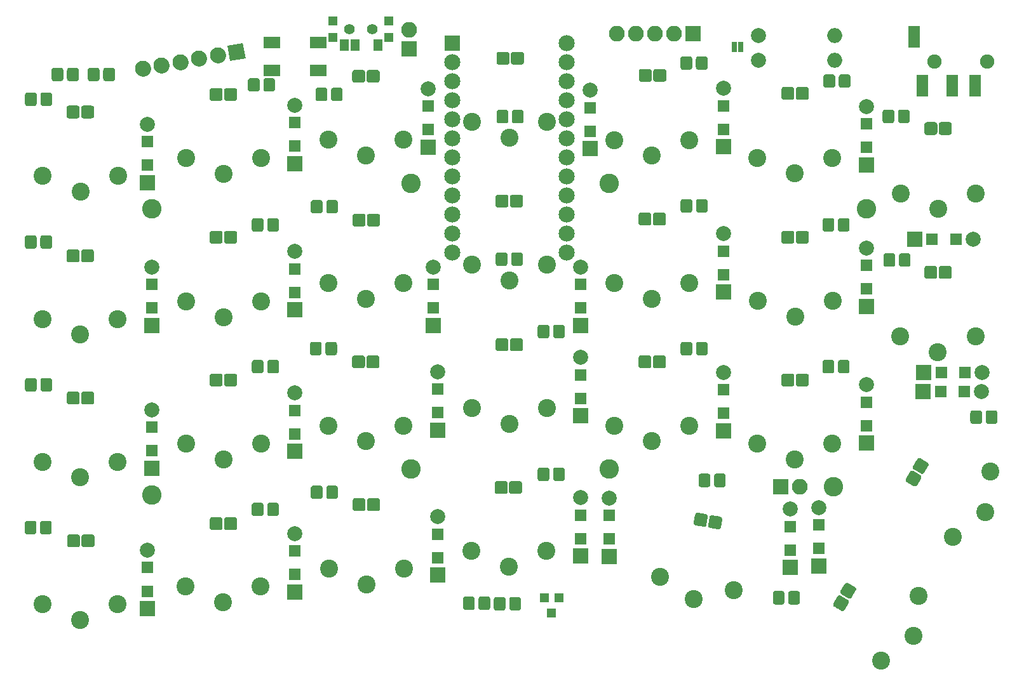
<source format=gbr>
G04 #@! TF.GenerationSoftware,KiCad,Pcbnew,(5.0.0)*
G04 #@! TF.CreationDate,2019-04-30T00:35:40-06:00*
G04 #@! TF.ProjectId,ErgoTravel,4572676F54726176656C2E6B69636164,rev?*
G04 #@! TF.SameCoordinates,Original*
G04 #@! TF.FileFunction,Soldermask,Top*
G04 #@! TF.FilePolarity,Negative*
%FSLAX46Y46*%
G04 Gerber Fmt 4.6, Leading zero omitted, Abs format (unit mm)*
G04 Created by KiCad (PCBNEW (5.0.0)) date 04/30/19 00:35:40*
%MOMM*%
%LPD*%
G01*
G04 APERTURE LIST*
%ADD10R,1.600000X1.600000*%
%ADD11R,2.000000X2.000000*%
%ADD12C,2.000000*%
%ADD13R,1.600000X2.900000*%
%ADD14C,1.900000*%
%ADD15R,2.200000X1.500000*%
%ADD16R,2.152600X2.152600*%
%ADD17C,2.152600*%
%ADD18C,2.100000*%
%ADD19C,0.100000*%
%ADD20C,2.100000*%
%ADD21O,2.000000X2.000000*%
%ADD22C,2.600000*%
%ADD23R,2.100000X2.100000*%
%ADD24O,2.100000X2.100000*%
%ADD25R,0.802000X1.402000*%
%ADD26C,1.700000*%
%ADD27R,1.200000X1.300000*%
%ADD28C,1.550000*%
%ADD29R,1.300000X1.300000*%
%ADD30R,1.300000X1.650000*%
%ADD31C,1.400000*%
%ADD32C,2.400000*%
G04 APERTURE END LIST*
D10*
G04 #@! TO.C,D1*
X93345000Y-63195000D03*
X93345000Y-66345000D03*
D11*
X93345000Y-68670000D03*
D12*
X93345000Y-60870000D03*
G04 #@! TD*
D10*
G04 #@! TO.C,D2*
X93980000Y-82245000D03*
X93980000Y-85395000D03*
D11*
X93980000Y-87720000D03*
D12*
X93980000Y-79920000D03*
G04 #@! TD*
D10*
G04 #@! TO.C,D3*
X93980000Y-101295000D03*
X93980000Y-104445000D03*
D11*
X93980000Y-106770000D03*
D12*
X93980000Y-98970000D03*
G04 #@! TD*
D10*
G04 #@! TO.C,D4*
X93345000Y-120040000D03*
X93345000Y-123190000D03*
D11*
X93345000Y-125515000D03*
D12*
X93345000Y-117715000D03*
G04 #@! TD*
D10*
G04 #@! TO.C,D5*
X113030000Y-60655000D03*
X113030000Y-63805000D03*
D11*
X113030000Y-66130000D03*
D12*
X113030000Y-58330000D03*
G04 #@! TD*
D10*
G04 #@! TO.C,D6*
X113030000Y-80180000D03*
X113030000Y-83330000D03*
D11*
X113030000Y-85655000D03*
D12*
X113030000Y-77855000D03*
G04 #@! TD*
D10*
G04 #@! TO.C,D7*
X113030000Y-99060000D03*
X113030000Y-102210000D03*
D11*
X113030000Y-104535000D03*
D12*
X113030000Y-96735000D03*
G04 #@! TD*
D10*
G04 #@! TO.C,D8*
X113030000Y-117805000D03*
X113030000Y-120955000D03*
D11*
X113030000Y-123280000D03*
D12*
X113030000Y-115480000D03*
G04 #@! TD*
D10*
G04 #@! TO.C,D9*
X130810000Y-58445000D03*
X130810000Y-61595000D03*
D11*
X130810000Y-63920000D03*
D12*
X130810000Y-56120000D03*
G04 #@! TD*
D10*
G04 #@! TO.C,D10*
X131445000Y-82245000D03*
X131445000Y-85395000D03*
D11*
X131445000Y-87720000D03*
D12*
X131445000Y-79920000D03*
G04 #@! TD*
D10*
G04 #@! TO.C,D11*
X132080000Y-96215000D03*
X132080000Y-99365000D03*
D11*
X132080000Y-101690000D03*
D12*
X132080000Y-93890000D03*
G04 #@! TD*
D10*
G04 #@! TO.C,D12*
X132080000Y-115570000D03*
X132080000Y-118720000D03*
D11*
X132080000Y-121045000D03*
D12*
X132080000Y-113245000D03*
G04 #@! TD*
D10*
G04 #@! TO.C,D13*
X152400000Y-58660000D03*
X152400000Y-61810000D03*
D11*
X152400000Y-64135000D03*
D12*
X152400000Y-56335000D03*
G04 #@! TD*
D10*
G04 #@! TO.C,D14*
X151130000Y-82245000D03*
X151130000Y-85395000D03*
D11*
X151130000Y-87720000D03*
D12*
X151130000Y-79920000D03*
G04 #@! TD*
D10*
G04 #@! TO.C,D15*
X151130000Y-94310000D03*
X151130000Y-97460000D03*
D11*
X151130000Y-99785000D03*
D12*
X151130000Y-91985000D03*
G04 #@! TD*
D10*
G04 #@! TO.C,D16*
X151130000Y-113030000D03*
X151130000Y-116180000D03*
D11*
X151130000Y-118505000D03*
D12*
X151130000Y-110705000D03*
G04 #@! TD*
D10*
G04 #@! TO.C,D17*
X170180000Y-58420000D03*
X170180000Y-61570000D03*
D11*
X170180000Y-63895000D03*
D12*
X170180000Y-56095000D03*
G04 #@! TD*
D10*
G04 #@! TO.C,D18*
X170180000Y-77800000D03*
X170180000Y-80950000D03*
D11*
X170180000Y-83275000D03*
D12*
X170180000Y-75475000D03*
G04 #@! TD*
D10*
G04 #@! TO.C,D19*
X170180000Y-96305000D03*
X170180000Y-99455000D03*
D11*
X170180000Y-101780000D03*
D12*
X170180000Y-93980000D03*
G04 #@! TD*
D10*
G04 #@! TO.C,D20*
X179070000Y-114540000D03*
X179070000Y-117690000D03*
D11*
X179070000Y-120015000D03*
D12*
X179070000Y-112215000D03*
G04 #@! TD*
D10*
G04 #@! TO.C,D21*
X189230000Y-60815000D03*
X189230000Y-63965000D03*
D11*
X189230000Y-66290000D03*
D12*
X189230000Y-58490000D03*
G04 #@! TD*
D10*
G04 #@! TO.C,D22*
X189230000Y-79705000D03*
X189230000Y-82855000D03*
D11*
X189230000Y-85180000D03*
D12*
X189230000Y-77380000D03*
G04 #@! TD*
D10*
G04 #@! TO.C,D23*
X189230000Y-97960000D03*
X189230000Y-101110000D03*
D11*
X189230000Y-103435000D03*
D12*
X189230000Y-95635000D03*
G04 #@! TD*
D10*
G04 #@! TO.C,D24*
X182880000Y-114325000D03*
X182880000Y-117475000D03*
D11*
X182880000Y-119800000D03*
D12*
X182880000Y-112000000D03*
G04 #@! TD*
D10*
G04 #@! TO.C,D25*
X201125000Y-76200000D03*
X197975000Y-76200000D03*
D11*
X195650000Y-76200000D03*
D12*
X203450000Y-76200000D03*
G04 #@! TD*
D10*
G04 #@! TO.C,D26*
X202325000Y-93980000D03*
X199175000Y-93980000D03*
D11*
X196850000Y-93980000D03*
D12*
X204650000Y-93980000D03*
G04 #@! TD*
D10*
G04 #@! TO.C,D27*
X202235000Y-96520000D03*
X199085000Y-96520000D03*
D11*
X196760000Y-96520000D03*
D12*
X204560000Y-96520000D03*
G04 #@! TD*
D13*
G04 #@! TO.C,J2*
X195575000Y-49250000D03*
X196675000Y-55750000D03*
X200675000Y-55750000D03*
X203675000Y-55750000D03*
D14*
X205275000Y-52500000D03*
X198275000Y-52500000D03*
G04 #@! TD*
G04 #@! TO.C,J3*
X205275000Y-52500000D03*
X198275000Y-52500000D03*
G04 #@! TD*
D15*
G04 #@! TO.C,SW1*
X116130000Y-53666000D03*
X109930000Y-53666000D03*
X116130000Y-49966000D03*
X109930000Y-49966000D03*
G04 #@! TD*
D16*
G04 #@! TO.C,U1*
X134020038Y-50054000D03*
D17*
X134020038Y-52594000D03*
X134020038Y-55134000D03*
X134020038Y-57674000D03*
X134020038Y-60214000D03*
X134020038Y-62754000D03*
X134020038Y-65294000D03*
X134020038Y-67834000D03*
X134020038Y-70374000D03*
X134020038Y-72914000D03*
X134020038Y-75454000D03*
X134020038Y-77994000D03*
X149260038Y-77994000D03*
X149260038Y-75454000D03*
X149260038Y-72914000D03*
X149260038Y-70374000D03*
X149260038Y-67834000D03*
X149260038Y-65294000D03*
X149260038Y-62754000D03*
X149260038Y-60214000D03*
X149260038Y-57674000D03*
X149260038Y-55134000D03*
X149260038Y-52594000D03*
X149260038Y-50054000D03*
G04 #@! TD*
D18*
G04 #@! TO.C,J4*
X105255647Y-51250000D03*
D19*
G36*
X104039268Y-50398282D02*
X106107365Y-50033621D01*
X106472026Y-52101718D01*
X104403929Y-52466379D01*
X104039268Y-50398282D01*
X104039268Y-50398282D01*
G37*
D18*
X102754235Y-51691066D03*
D20*
X102754235Y-51691066D02*
X102754235Y-51691066D01*
D18*
X100252824Y-52132133D03*
D20*
X100252824Y-52132133D02*
X100252824Y-52132133D01*
D18*
X97751412Y-52573199D03*
D20*
X97751412Y-52573199D02*
X97751412Y-52573199D01*
D18*
X95250000Y-53014265D03*
D20*
X95250000Y-53014265D02*
X95250000Y-53014265D01*
D18*
X92748589Y-53455332D03*
D20*
X92748589Y-53455332D02*
X92748589Y-53455332D01*
G04 #@! TD*
D12*
G04 #@! TO.C,R1*
X174863760Y-52324000D03*
D21*
X185023760Y-52324000D03*
G04 #@! TD*
D12*
G04 #@! TO.C,R2*
X174830740Y-49022000D03*
D21*
X184990740Y-49022000D03*
G04 #@! TD*
D22*
G04 #@! TO.C,J5*
X93960000Y-110350000D03*
G04 #@! TD*
G04 #@! TO.C,J6*
X93960000Y-72150000D03*
G04 #@! TD*
G04 #@! TO.C,J7*
X189250000Y-72150000D03*
G04 #@! TD*
G04 #@! TO.C,J8*
X184785000Y-109220000D03*
G04 #@! TD*
G04 #@! TO.C,J9*
X128500000Y-68750000D03*
G04 #@! TD*
G04 #@! TO.C,J10*
X128500000Y-106850000D03*
G04 #@! TD*
G04 #@! TO.C,J11*
X154910000Y-68750000D03*
G04 #@! TD*
G04 #@! TO.C,J12*
X154910000Y-106850000D03*
G04 #@! TD*
D23*
G04 #@! TO.C,J1*
X166116000Y-48768000D03*
D24*
X163576000Y-48768000D03*
X161036000Y-48768000D03*
X158496000Y-48768000D03*
X155956000Y-48768000D03*
G04 #@! TD*
D25*
G04 #@! TO.C,SJ1*
X172466000Y-50546000D03*
X171566000Y-50546000D03*
X171566000Y-50546000D03*
X172466000Y-50546000D03*
G04 #@! TD*
D10*
G04 #@! TO.C,D28*
X154940000Y-113054999D03*
X154940000Y-116204999D03*
D11*
X154940000Y-118529999D03*
D12*
X154940000Y-110729999D03*
G04 #@! TD*
D23*
G04 #@! TO.C,J13*
X177800000Y-109220000D03*
D24*
X180340000Y-109220000D03*
G04 #@! TD*
D23*
G04 #@! TO.C,J14*
X128270000Y-50800000D03*
D24*
X128270000Y-48260000D03*
G04 #@! TD*
D19*
G04 #@! TO.C,D30*
G36*
X84039162Y-58398882D02*
X84070898Y-58403590D01*
X84102019Y-58411385D01*
X84132226Y-58422194D01*
X84161228Y-58435911D01*
X84188747Y-58452404D01*
X84214516Y-58471516D01*
X84238287Y-58493062D01*
X84259833Y-58516833D01*
X84278945Y-58542602D01*
X84295438Y-58570121D01*
X84309155Y-58599123D01*
X84319964Y-58629330D01*
X84327759Y-58660451D01*
X84332467Y-58692187D01*
X84334041Y-58724231D01*
X84334041Y-59770385D01*
X84332467Y-59802429D01*
X84327759Y-59834165D01*
X84319964Y-59865286D01*
X84309155Y-59895493D01*
X84295438Y-59924495D01*
X84278945Y-59952014D01*
X84259833Y-59977783D01*
X84238287Y-60001554D01*
X84214516Y-60023100D01*
X84188747Y-60042212D01*
X84161228Y-60058705D01*
X84132226Y-60072422D01*
X84102019Y-60083231D01*
X84070898Y-60091026D01*
X84039162Y-60095734D01*
X84007118Y-60097308D01*
X82935964Y-60097308D01*
X82903920Y-60095734D01*
X82872184Y-60091026D01*
X82841063Y-60083231D01*
X82810856Y-60072422D01*
X82781854Y-60058705D01*
X82754335Y-60042212D01*
X82728566Y-60023100D01*
X82704795Y-60001554D01*
X82683249Y-59977783D01*
X82664137Y-59952014D01*
X82647644Y-59924495D01*
X82633927Y-59895493D01*
X82623118Y-59865286D01*
X82615323Y-59834165D01*
X82610615Y-59802429D01*
X82609041Y-59770385D01*
X82609041Y-58724231D01*
X82610615Y-58692187D01*
X82615323Y-58660451D01*
X82623118Y-58629330D01*
X82633927Y-58599123D01*
X82647644Y-58570121D01*
X82664137Y-58542602D01*
X82683249Y-58516833D01*
X82704795Y-58493062D01*
X82728566Y-58471516D01*
X82754335Y-58452404D01*
X82781854Y-58435911D01*
X82810856Y-58422194D01*
X82841063Y-58411385D01*
X82872184Y-58403590D01*
X82903920Y-58398882D01*
X82935964Y-58397308D01*
X84007118Y-58397308D01*
X84039162Y-58398882D01*
X84039162Y-58398882D01*
G37*
D26*
X83471541Y-59247308D03*
D19*
G36*
X85964162Y-58398882D02*
X85995898Y-58403590D01*
X86027019Y-58411385D01*
X86057226Y-58422194D01*
X86086228Y-58435911D01*
X86113747Y-58452404D01*
X86139516Y-58471516D01*
X86163287Y-58493062D01*
X86184833Y-58516833D01*
X86203945Y-58542602D01*
X86220438Y-58570121D01*
X86234155Y-58599123D01*
X86244964Y-58629330D01*
X86252759Y-58660451D01*
X86257467Y-58692187D01*
X86259041Y-58724231D01*
X86259041Y-59770385D01*
X86257467Y-59802429D01*
X86252759Y-59834165D01*
X86244964Y-59865286D01*
X86234155Y-59895493D01*
X86220438Y-59924495D01*
X86203945Y-59952014D01*
X86184833Y-59977783D01*
X86163287Y-60001554D01*
X86139516Y-60023100D01*
X86113747Y-60042212D01*
X86086228Y-60058705D01*
X86057226Y-60072422D01*
X86027019Y-60083231D01*
X85995898Y-60091026D01*
X85964162Y-60095734D01*
X85932118Y-60097308D01*
X84860964Y-60097308D01*
X84828920Y-60095734D01*
X84797184Y-60091026D01*
X84766063Y-60083231D01*
X84735856Y-60072422D01*
X84706854Y-60058705D01*
X84679335Y-60042212D01*
X84653566Y-60023100D01*
X84629795Y-60001554D01*
X84608249Y-59977783D01*
X84589137Y-59952014D01*
X84572644Y-59924495D01*
X84558927Y-59895493D01*
X84548118Y-59865286D01*
X84540323Y-59834165D01*
X84535615Y-59802429D01*
X84534041Y-59770385D01*
X84534041Y-58724231D01*
X84535615Y-58692187D01*
X84540323Y-58660451D01*
X84548118Y-58629330D01*
X84558927Y-58599123D01*
X84572644Y-58570121D01*
X84589137Y-58542602D01*
X84608249Y-58516833D01*
X84629795Y-58493062D01*
X84653566Y-58471516D01*
X84679335Y-58452404D01*
X84706854Y-58435911D01*
X84735856Y-58422194D01*
X84766063Y-58411385D01*
X84797184Y-58403590D01*
X84828920Y-58398882D01*
X84860964Y-58397308D01*
X85932118Y-58397308D01*
X85964162Y-58398882D01*
X85964162Y-58398882D01*
G37*
D26*
X85396541Y-59247308D03*
G04 #@! TD*
D19*
G04 #@! TO.C,D31*
G36*
X85959966Y-77595100D02*
X85991702Y-77599808D01*
X86022823Y-77607603D01*
X86053030Y-77618412D01*
X86082032Y-77632129D01*
X86109551Y-77648622D01*
X86135320Y-77667734D01*
X86159091Y-77689280D01*
X86180637Y-77713051D01*
X86199749Y-77738820D01*
X86216242Y-77766339D01*
X86229959Y-77795341D01*
X86240768Y-77825548D01*
X86248563Y-77856669D01*
X86253271Y-77888405D01*
X86254845Y-77920449D01*
X86254845Y-78966603D01*
X86253271Y-78998647D01*
X86248563Y-79030383D01*
X86240768Y-79061504D01*
X86229959Y-79091711D01*
X86216242Y-79120713D01*
X86199749Y-79148232D01*
X86180637Y-79174001D01*
X86159091Y-79197772D01*
X86135320Y-79219318D01*
X86109551Y-79238430D01*
X86082032Y-79254923D01*
X86053030Y-79268640D01*
X86022823Y-79279449D01*
X85991702Y-79287244D01*
X85959966Y-79291952D01*
X85927922Y-79293526D01*
X84856768Y-79293526D01*
X84824724Y-79291952D01*
X84792988Y-79287244D01*
X84761867Y-79279449D01*
X84731660Y-79268640D01*
X84702658Y-79254923D01*
X84675139Y-79238430D01*
X84649370Y-79219318D01*
X84625599Y-79197772D01*
X84604053Y-79174001D01*
X84584941Y-79148232D01*
X84568448Y-79120713D01*
X84554731Y-79091711D01*
X84543922Y-79061504D01*
X84536127Y-79030383D01*
X84531419Y-78998647D01*
X84529845Y-78966603D01*
X84529845Y-77920449D01*
X84531419Y-77888405D01*
X84536127Y-77856669D01*
X84543922Y-77825548D01*
X84554731Y-77795341D01*
X84568448Y-77766339D01*
X84584941Y-77738820D01*
X84604053Y-77713051D01*
X84625599Y-77689280D01*
X84649370Y-77667734D01*
X84675139Y-77648622D01*
X84702658Y-77632129D01*
X84731660Y-77618412D01*
X84761867Y-77607603D01*
X84792988Y-77599808D01*
X84824724Y-77595100D01*
X84856768Y-77593526D01*
X85927922Y-77593526D01*
X85959966Y-77595100D01*
X85959966Y-77595100D01*
G37*
D26*
X85392345Y-78443526D03*
D19*
G36*
X84034966Y-77595100D02*
X84066702Y-77599808D01*
X84097823Y-77607603D01*
X84128030Y-77618412D01*
X84157032Y-77632129D01*
X84184551Y-77648622D01*
X84210320Y-77667734D01*
X84234091Y-77689280D01*
X84255637Y-77713051D01*
X84274749Y-77738820D01*
X84291242Y-77766339D01*
X84304959Y-77795341D01*
X84315768Y-77825548D01*
X84323563Y-77856669D01*
X84328271Y-77888405D01*
X84329845Y-77920449D01*
X84329845Y-78966603D01*
X84328271Y-78998647D01*
X84323563Y-79030383D01*
X84315768Y-79061504D01*
X84304959Y-79091711D01*
X84291242Y-79120713D01*
X84274749Y-79148232D01*
X84255637Y-79174001D01*
X84234091Y-79197772D01*
X84210320Y-79219318D01*
X84184551Y-79238430D01*
X84157032Y-79254923D01*
X84128030Y-79268640D01*
X84097823Y-79279449D01*
X84066702Y-79287244D01*
X84034966Y-79291952D01*
X84002922Y-79293526D01*
X82931768Y-79293526D01*
X82899724Y-79291952D01*
X82867988Y-79287244D01*
X82836867Y-79279449D01*
X82806660Y-79268640D01*
X82777658Y-79254923D01*
X82750139Y-79238430D01*
X82724370Y-79219318D01*
X82700599Y-79197772D01*
X82679053Y-79174001D01*
X82659941Y-79148232D01*
X82643448Y-79120713D01*
X82629731Y-79091711D01*
X82618922Y-79061504D01*
X82611127Y-79030383D01*
X82606419Y-78998647D01*
X82604845Y-78966603D01*
X82604845Y-77920449D01*
X82606419Y-77888405D01*
X82611127Y-77856669D01*
X82618922Y-77825548D01*
X82629731Y-77795341D01*
X82643448Y-77766339D01*
X82659941Y-77738820D01*
X82679053Y-77713051D01*
X82700599Y-77689280D01*
X82724370Y-77667734D01*
X82750139Y-77648622D01*
X82777658Y-77632129D01*
X82806660Y-77618412D01*
X82836867Y-77607603D01*
X82867988Y-77599808D01*
X82899724Y-77595100D01*
X82931768Y-77593526D01*
X84002922Y-77593526D01*
X84034966Y-77595100D01*
X84034966Y-77595100D01*
G37*
D26*
X83467345Y-78443526D03*
G04 #@! TD*
D19*
G04 #@! TO.C,D34*
G36*
X85985121Y-96560574D02*
X86016857Y-96565282D01*
X86047978Y-96573077D01*
X86078185Y-96583886D01*
X86107187Y-96597603D01*
X86134706Y-96614096D01*
X86160475Y-96633208D01*
X86184246Y-96654754D01*
X86205792Y-96678525D01*
X86224904Y-96704294D01*
X86241397Y-96731813D01*
X86255114Y-96760815D01*
X86265923Y-96791022D01*
X86273718Y-96822143D01*
X86278426Y-96853879D01*
X86280000Y-96885923D01*
X86280000Y-97932077D01*
X86278426Y-97964121D01*
X86273718Y-97995857D01*
X86265923Y-98026978D01*
X86255114Y-98057185D01*
X86241397Y-98086187D01*
X86224904Y-98113706D01*
X86205792Y-98139475D01*
X86184246Y-98163246D01*
X86160475Y-98184792D01*
X86134706Y-98203904D01*
X86107187Y-98220397D01*
X86078185Y-98234114D01*
X86047978Y-98244923D01*
X86016857Y-98252718D01*
X85985121Y-98257426D01*
X85953077Y-98259000D01*
X84881923Y-98259000D01*
X84849879Y-98257426D01*
X84818143Y-98252718D01*
X84787022Y-98244923D01*
X84756815Y-98234114D01*
X84727813Y-98220397D01*
X84700294Y-98203904D01*
X84674525Y-98184792D01*
X84650754Y-98163246D01*
X84629208Y-98139475D01*
X84610096Y-98113706D01*
X84593603Y-98086187D01*
X84579886Y-98057185D01*
X84569077Y-98026978D01*
X84561282Y-97995857D01*
X84556574Y-97964121D01*
X84555000Y-97932077D01*
X84555000Y-96885923D01*
X84556574Y-96853879D01*
X84561282Y-96822143D01*
X84569077Y-96791022D01*
X84579886Y-96760815D01*
X84593603Y-96731813D01*
X84610096Y-96704294D01*
X84629208Y-96678525D01*
X84650754Y-96654754D01*
X84674525Y-96633208D01*
X84700294Y-96614096D01*
X84727813Y-96597603D01*
X84756815Y-96583886D01*
X84787022Y-96573077D01*
X84818143Y-96565282D01*
X84849879Y-96560574D01*
X84881923Y-96559000D01*
X85953077Y-96559000D01*
X85985121Y-96560574D01*
X85985121Y-96560574D01*
G37*
D26*
X85417500Y-97409000D03*
D19*
G36*
X84060121Y-96560574D02*
X84091857Y-96565282D01*
X84122978Y-96573077D01*
X84153185Y-96583886D01*
X84182187Y-96597603D01*
X84209706Y-96614096D01*
X84235475Y-96633208D01*
X84259246Y-96654754D01*
X84280792Y-96678525D01*
X84299904Y-96704294D01*
X84316397Y-96731813D01*
X84330114Y-96760815D01*
X84340923Y-96791022D01*
X84348718Y-96822143D01*
X84353426Y-96853879D01*
X84355000Y-96885923D01*
X84355000Y-97932077D01*
X84353426Y-97964121D01*
X84348718Y-97995857D01*
X84340923Y-98026978D01*
X84330114Y-98057185D01*
X84316397Y-98086187D01*
X84299904Y-98113706D01*
X84280792Y-98139475D01*
X84259246Y-98163246D01*
X84235475Y-98184792D01*
X84209706Y-98203904D01*
X84182187Y-98220397D01*
X84153185Y-98234114D01*
X84122978Y-98244923D01*
X84091857Y-98252718D01*
X84060121Y-98257426D01*
X84028077Y-98259000D01*
X82956923Y-98259000D01*
X82924879Y-98257426D01*
X82893143Y-98252718D01*
X82862022Y-98244923D01*
X82831815Y-98234114D01*
X82802813Y-98220397D01*
X82775294Y-98203904D01*
X82749525Y-98184792D01*
X82725754Y-98163246D01*
X82704208Y-98139475D01*
X82685096Y-98113706D01*
X82668603Y-98086187D01*
X82654886Y-98057185D01*
X82644077Y-98026978D01*
X82636282Y-97995857D01*
X82631574Y-97964121D01*
X82630000Y-97932077D01*
X82630000Y-96885923D01*
X82631574Y-96853879D01*
X82636282Y-96822143D01*
X82644077Y-96791022D01*
X82654886Y-96760815D01*
X82668603Y-96731813D01*
X82685096Y-96704294D01*
X82704208Y-96678525D01*
X82725754Y-96654754D01*
X82749525Y-96633208D01*
X82775294Y-96614096D01*
X82802813Y-96597603D01*
X82831815Y-96583886D01*
X82862022Y-96573077D01*
X82893143Y-96565282D01*
X82924879Y-96560574D01*
X82956923Y-96559000D01*
X84028077Y-96559000D01*
X84060121Y-96560574D01*
X84060121Y-96560574D01*
G37*
D26*
X83492500Y-97409000D03*
G04 #@! TD*
D19*
G04 #@! TO.C,D35*
G36*
X86023425Y-115614678D02*
X86055161Y-115619386D01*
X86086282Y-115627181D01*
X86116489Y-115637990D01*
X86145491Y-115651707D01*
X86173010Y-115668200D01*
X86198779Y-115687312D01*
X86222550Y-115708858D01*
X86244096Y-115732629D01*
X86263208Y-115758398D01*
X86279701Y-115785917D01*
X86293418Y-115814919D01*
X86304227Y-115845126D01*
X86312022Y-115876247D01*
X86316730Y-115907983D01*
X86318304Y-115940027D01*
X86318304Y-116986181D01*
X86316730Y-117018225D01*
X86312022Y-117049961D01*
X86304227Y-117081082D01*
X86293418Y-117111289D01*
X86279701Y-117140291D01*
X86263208Y-117167810D01*
X86244096Y-117193579D01*
X86222550Y-117217350D01*
X86198779Y-117238896D01*
X86173010Y-117258008D01*
X86145491Y-117274501D01*
X86116489Y-117288218D01*
X86086282Y-117299027D01*
X86055161Y-117306822D01*
X86023425Y-117311530D01*
X85991381Y-117313104D01*
X84920227Y-117313104D01*
X84888183Y-117311530D01*
X84856447Y-117306822D01*
X84825326Y-117299027D01*
X84795119Y-117288218D01*
X84766117Y-117274501D01*
X84738598Y-117258008D01*
X84712829Y-117238896D01*
X84689058Y-117217350D01*
X84667512Y-117193579D01*
X84648400Y-117167810D01*
X84631907Y-117140291D01*
X84618190Y-117111289D01*
X84607381Y-117081082D01*
X84599586Y-117049961D01*
X84594878Y-117018225D01*
X84593304Y-116986181D01*
X84593304Y-115940027D01*
X84594878Y-115907983D01*
X84599586Y-115876247D01*
X84607381Y-115845126D01*
X84618190Y-115814919D01*
X84631907Y-115785917D01*
X84648400Y-115758398D01*
X84667512Y-115732629D01*
X84689058Y-115708858D01*
X84712829Y-115687312D01*
X84738598Y-115668200D01*
X84766117Y-115651707D01*
X84795119Y-115637990D01*
X84825326Y-115627181D01*
X84856447Y-115619386D01*
X84888183Y-115614678D01*
X84920227Y-115613104D01*
X85991381Y-115613104D01*
X86023425Y-115614678D01*
X86023425Y-115614678D01*
G37*
D26*
X85455804Y-116463104D03*
D19*
G36*
X84098425Y-115614678D02*
X84130161Y-115619386D01*
X84161282Y-115627181D01*
X84191489Y-115637990D01*
X84220491Y-115651707D01*
X84248010Y-115668200D01*
X84273779Y-115687312D01*
X84297550Y-115708858D01*
X84319096Y-115732629D01*
X84338208Y-115758398D01*
X84354701Y-115785917D01*
X84368418Y-115814919D01*
X84379227Y-115845126D01*
X84387022Y-115876247D01*
X84391730Y-115907983D01*
X84393304Y-115940027D01*
X84393304Y-116986181D01*
X84391730Y-117018225D01*
X84387022Y-117049961D01*
X84379227Y-117081082D01*
X84368418Y-117111289D01*
X84354701Y-117140291D01*
X84338208Y-117167810D01*
X84319096Y-117193579D01*
X84297550Y-117217350D01*
X84273779Y-117238896D01*
X84248010Y-117258008D01*
X84220491Y-117274501D01*
X84191489Y-117288218D01*
X84161282Y-117299027D01*
X84130161Y-117306822D01*
X84098425Y-117311530D01*
X84066381Y-117313104D01*
X82995227Y-117313104D01*
X82963183Y-117311530D01*
X82931447Y-117306822D01*
X82900326Y-117299027D01*
X82870119Y-117288218D01*
X82841117Y-117274501D01*
X82813598Y-117258008D01*
X82787829Y-117238896D01*
X82764058Y-117217350D01*
X82742512Y-117193579D01*
X82723400Y-117167810D01*
X82706907Y-117140291D01*
X82693190Y-117111289D01*
X82682381Y-117081082D01*
X82674586Y-117049961D01*
X82669878Y-117018225D01*
X82668304Y-116986181D01*
X82668304Y-115940027D01*
X82669878Y-115907983D01*
X82674586Y-115876247D01*
X82682381Y-115845126D01*
X82693190Y-115814919D01*
X82706907Y-115785917D01*
X82723400Y-115758398D01*
X82742512Y-115732629D01*
X82764058Y-115708858D01*
X82787829Y-115687312D01*
X82813598Y-115668200D01*
X82841117Y-115651707D01*
X82870119Y-115637990D01*
X82900326Y-115627181D01*
X82931447Y-115619386D01*
X82963183Y-115614678D01*
X82995227Y-115613104D01*
X84066381Y-115613104D01*
X84098425Y-115614678D01*
X84098425Y-115614678D01*
G37*
D26*
X83530804Y-116463104D03*
G04 #@! TD*
D19*
G04 #@! TO.C,D38*
G36*
X103110121Y-56047574D02*
X103141857Y-56052282D01*
X103172978Y-56060077D01*
X103203185Y-56070886D01*
X103232187Y-56084603D01*
X103259706Y-56101096D01*
X103285475Y-56120208D01*
X103309246Y-56141754D01*
X103330792Y-56165525D01*
X103349904Y-56191294D01*
X103366397Y-56218813D01*
X103380114Y-56247815D01*
X103390923Y-56278022D01*
X103398718Y-56309143D01*
X103403426Y-56340879D01*
X103405000Y-56372923D01*
X103405000Y-57419077D01*
X103403426Y-57451121D01*
X103398718Y-57482857D01*
X103390923Y-57513978D01*
X103380114Y-57544185D01*
X103366397Y-57573187D01*
X103349904Y-57600706D01*
X103330792Y-57626475D01*
X103309246Y-57650246D01*
X103285475Y-57671792D01*
X103259706Y-57690904D01*
X103232187Y-57707397D01*
X103203185Y-57721114D01*
X103172978Y-57731923D01*
X103141857Y-57739718D01*
X103110121Y-57744426D01*
X103078077Y-57746000D01*
X102006923Y-57746000D01*
X101974879Y-57744426D01*
X101943143Y-57739718D01*
X101912022Y-57731923D01*
X101881815Y-57721114D01*
X101852813Y-57707397D01*
X101825294Y-57690904D01*
X101799525Y-57671792D01*
X101775754Y-57650246D01*
X101754208Y-57626475D01*
X101735096Y-57600706D01*
X101718603Y-57573187D01*
X101704886Y-57544185D01*
X101694077Y-57513978D01*
X101686282Y-57482857D01*
X101681574Y-57451121D01*
X101680000Y-57419077D01*
X101680000Y-56372923D01*
X101681574Y-56340879D01*
X101686282Y-56309143D01*
X101694077Y-56278022D01*
X101704886Y-56247815D01*
X101718603Y-56218813D01*
X101735096Y-56191294D01*
X101754208Y-56165525D01*
X101775754Y-56141754D01*
X101799525Y-56120208D01*
X101825294Y-56101096D01*
X101852813Y-56084603D01*
X101881815Y-56070886D01*
X101912022Y-56060077D01*
X101943143Y-56052282D01*
X101974879Y-56047574D01*
X102006923Y-56046000D01*
X103078077Y-56046000D01*
X103110121Y-56047574D01*
X103110121Y-56047574D01*
G37*
D26*
X102542500Y-56896000D03*
D19*
G36*
X105035121Y-56047574D02*
X105066857Y-56052282D01*
X105097978Y-56060077D01*
X105128185Y-56070886D01*
X105157187Y-56084603D01*
X105184706Y-56101096D01*
X105210475Y-56120208D01*
X105234246Y-56141754D01*
X105255792Y-56165525D01*
X105274904Y-56191294D01*
X105291397Y-56218813D01*
X105305114Y-56247815D01*
X105315923Y-56278022D01*
X105323718Y-56309143D01*
X105328426Y-56340879D01*
X105330000Y-56372923D01*
X105330000Y-57419077D01*
X105328426Y-57451121D01*
X105323718Y-57482857D01*
X105315923Y-57513978D01*
X105305114Y-57544185D01*
X105291397Y-57573187D01*
X105274904Y-57600706D01*
X105255792Y-57626475D01*
X105234246Y-57650246D01*
X105210475Y-57671792D01*
X105184706Y-57690904D01*
X105157187Y-57707397D01*
X105128185Y-57721114D01*
X105097978Y-57731923D01*
X105066857Y-57739718D01*
X105035121Y-57744426D01*
X105003077Y-57746000D01*
X103931923Y-57746000D01*
X103899879Y-57744426D01*
X103868143Y-57739718D01*
X103837022Y-57731923D01*
X103806815Y-57721114D01*
X103777813Y-57707397D01*
X103750294Y-57690904D01*
X103724525Y-57671792D01*
X103700754Y-57650246D01*
X103679208Y-57626475D01*
X103660096Y-57600706D01*
X103643603Y-57573187D01*
X103629886Y-57544185D01*
X103619077Y-57513978D01*
X103611282Y-57482857D01*
X103606574Y-57451121D01*
X103605000Y-57419077D01*
X103605000Y-56372923D01*
X103606574Y-56340879D01*
X103611282Y-56309143D01*
X103619077Y-56278022D01*
X103629886Y-56247815D01*
X103643603Y-56218813D01*
X103660096Y-56191294D01*
X103679208Y-56165525D01*
X103700754Y-56141754D01*
X103724525Y-56120208D01*
X103750294Y-56101096D01*
X103777813Y-56084603D01*
X103806815Y-56070886D01*
X103837022Y-56060077D01*
X103868143Y-56052282D01*
X103899879Y-56047574D01*
X103931923Y-56046000D01*
X105003077Y-56046000D01*
X105035121Y-56047574D01*
X105035121Y-56047574D01*
G37*
D26*
X104467500Y-56896000D03*
G04 #@! TD*
D19*
G04 #@! TO.C,D39*
G36*
X105035121Y-75097574D02*
X105066857Y-75102282D01*
X105097978Y-75110077D01*
X105128185Y-75120886D01*
X105157187Y-75134603D01*
X105184706Y-75151096D01*
X105210475Y-75170208D01*
X105234246Y-75191754D01*
X105255792Y-75215525D01*
X105274904Y-75241294D01*
X105291397Y-75268813D01*
X105305114Y-75297815D01*
X105315923Y-75328022D01*
X105323718Y-75359143D01*
X105328426Y-75390879D01*
X105330000Y-75422923D01*
X105330000Y-76469077D01*
X105328426Y-76501121D01*
X105323718Y-76532857D01*
X105315923Y-76563978D01*
X105305114Y-76594185D01*
X105291397Y-76623187D01*
X105274904Y-76650706D01*
X105255792Y-76676475D01*
X105234246Y-76700246D01*
X105210475Y-76721792D01*
X105184706Y-76740904D01*
X105157187Y-76757397D01*
X105128185Y-76771114D01*
X105097978Y-76781923D01*
X105066857Y-76789718D01*
X105035121Y-76794426D01*
X105003077Y-76796000D01*
X103931923Y-76796000D01*
X103899879Y-76794426D01*
X103868143Y-76789718D01*
X103837022Y-76781923D01*
X103806815Y-76771114D01*
X103777813Y-76757397D01*
X103750294Y-76740904D01*
X103724525Y-76721792D01*
X103700754Y-76700246D01*
X103679208Y-76676475D01*
X103660096Y-76650706D01*
X103643603Y-76623187D01*
X103629886Y-76594185D01*
X103619077Y-76563978D01*
X103611282Y-76532857D01*
X103606574Y-76501121D01*
X103605000Y-76469077D01*
X103605000Y-75422923D01*
X103606574Y-75390879D01*
X103611282Y-75359143D01*
X103619077Y-75328022D01*
X103629886Y-75297815D01*
X103643603Y-75268813D01*
X103660096Y-75241294D01*
X103679208Y-75215525D01*
X103700754Y-75191754D01*
X103724525Y-75170208D01*
X103750294Y-75151096D01*
X103777813Y-75134603D01*
X103806815Y-75120886D01*
X103837022Y-75110077D01*
X103868143Y-75102282D01*
X103899879Y-75097574D01*
X103931923Y-75096000D01*
X105003077Y-75096000D01*
X105035121Y-75097574D01*
X105035121Y-75097574D01*
G37*
D26*
X104467500Y-75946000D03*
D19*
G36*
X103110121Y-75097574D02*
X103141857Y-75102282D01*
X103172978Y-75110077D01*
X103203185Y-75120886D01*
X103232187Y-75134603D01*
X103259706Y-75151096D01*
X103285475Y-75170208D01*
X103309246Y-75191754D01*
X103330792Y-75215525D01*
X103349904Y-75241294D01*
X103366397Y-75268813D01*
X103380114Y-75297815D01*
X103390923Y-75328022D01*
X103398718Y-75359143D01*
X103403426Y-75390879D01*
X103405000Y-75422923D01*
X103405000Y-76469077D01*
X103403426Y-76501121D01*
X103398718Y-76532857D01*
X103390923Y-76563978D01*
X103380114Y-76594185D01*
X103366397Y-76623187D01*
X103349904Y-76650706D01*
X103330792Y-76676475D01*
X103309246Y-76700246D01*
X103285475Y-76721792D01*
X103259706Y-76740904D01*
X103232187Y-76757397D01*
X103203185Y-76771114D01*
X103172978Y-76781923D01*
X103141857Y-76789718D01*
X103110121Y-76794426D01*
X103078077Y-76796000D01*
X102006923Y-76796000D01*
X101974879Y-76794426D01*
X101943143Y-76789718D01*
X101912022Y-76781923D01*
X101881815Y-76771114D01*
X101852813Y-76757397D01*
X101825294Y-76740904D01*
X101799525Y-76721792D01*
X101775754Y-76700246D01*
X101754208Y-76676475D01*
X101735096Y-76650706D01*
X101718603Y-76623187D01*
X101704886Y-76594185D01*
X101694077Y-76563978D01*
X101686282Y-76532857D01*
X101681574Y-76501121D01*
X101680000Y-76469077D01*
X101680000Y-75422923D01*
X101681574Y-75390879D01*
X101686282Y-75359143D01*
X101694077Y-75328022D01*
X101704886Y-75297815D01*
X101718603Y-75268813D01*
X101735096Y-75241294D01*
X101754208Y-75215525D01*
X101775754Y-75191754D01*
X101799525Y-75170208D01*
X101825294Y-75151096D01*
X101852813Y-75134603D01*
X101881815Y-75120886D01*
X101912022Y-75110077D01*
X101943143Y-75102282D01*
X101974879Y-75097574D01*
X102006923Y-75096000D01*
X103078077Y-75096000D01*
X103110121Y-75097574D01*
X103110121Y-75097574D01*
G37*
D26*
X102542500Y-75946000D03*
G04 #@! TD*
D19*
G04 #@! TO.C,D40*
G36*
X105035121Y-94147574D02*
X105066857Y-94152282D01*
X105097978Y-94160077D01*
X105128185Y-94170886D01*
X105157187Y-94184603D01*
X105184706Y-94201096D01*
X105210475Y-94220208D01*
X105234246Y-94241754D01*
X105255792Y-94265525D01*
X105274904Y-94291294D01*
X105291397Y-94318813D01*
X105305114Y-94347815D01*
X105315923Y-94378022D01*
X105323718Y-94409143D01*
X105328426Y-94440879D01*
X105330000Y-94472923D01*
X105330000Y-95519077D01*
X105328426Y-95551121D01*
X105323718Y-95582857D01*
X105315923Y-95613978D01*
X105305114Y-95644185D01*
X105291397Y-95673187D01*
X105274904Y-95700706D01*
X105255792Y-95726475D01*
X105234246Y-95750246D01*
X105210475Y-95771792D01*
X105184706Y-95790904D01*
X105157187Y-95807397D01*
X105128185Y-95821114D01*
X105097978Y-95831923D01*
X105066857Y-95839718D01*
X105035121Y-95844426D01*
X105003077Y-95846000D01*
X103931923Y-95846000D01*
X103899879Y-95844426D01*
X103868143Y-95839718D01*
X103837022Y-95831923D01*
X103806815Y-95821114D01*
X103777813Y-95807397D01*
X103750294Y-95790904D01*
X103724525Y-95771792D01*
X103700754Y-95750246D01*
X103679208Y-95726475D01*
X103660096Y-95700706D01*
X103643603Y-95673187D01*
X103629886Y-95644185D01*
X103619077Y-95613978D01*
X103611282Y-95582857D01*
X103606574Y-95551121D01*
X103605000Y-95519077D01*
X103605000Y-94472923D01*
X103606574Y-94440879D01*
X103611282Y-94409143D01*
X103619077Y-94378022D01*
X103629886Y-94347815D01*
X103643603Y-94318813D01*
X103660096Y-94291294D01*
X103679208Y-94265525D01*
X103700754Y-94241754D01*
X103724525Y-94220208D01*
X103750294Y-94201096D01*
X103777813Y-94184603D01*
X103806815Y-94170886D01*
X103837022Y-94160077D01*
X103868143Y-94152282D01*
X103899879Y-94147574D01*
X103931923Y-94146000D01*
X105003077Y-94146000D01*
X105035121Y-94147574D01*
X105035121Y-94147574D01*
G37*
D26*
X104467500Y-94996000D03*
D19*
G36*
X103110121Y-94147574D02*
X103141857Y-94152282D01*
X103172978Y-94160077D01*
X103203185Y-94170886D01*
X103232187Y-94184603D01*
X103259706Y-94201096D01*
X103285475Y-94220208D01*
X103309246Y-94241754D01*
X103330792Y-94265525D01*
X103349904Y-94291294D01*
X103366397Y-94318813D01*
X103380114Y-94347815D01*
X103390923Y-94378022D01*
X103398718Y-94409143D01*
X103403426Y-94440879D01*
X103405000Y-94472923D01*
X103405000Y-95519077D01*
X103403426Y-95551121D01*
X103398718Y-95582857D01*
X103390923Y-95613978D01*
X103380114Y-95644185D01*
X103366397Y-95673187D01*
X103349904Y-95700706D01*
X103330792Y-95726475D01*
X103309246Y-95750246D01*
X103285475Y-95771792D01*
X103259706Y-95790904D01*
X103232187Y-95807397D01*
X103203185Y-95821114D01*
X103172978Y-95831923D01*
X103141857Y-95839718D01*
X103110121Y-95844426D01*
X103078077Y-95846000D01*
X102006923Y-95846000D01*
X101974879Y-95844426D01*
X101943143Y-95839718D01*
X101912022Y-95831923D01*
X101881815Y-95821114D01*
X101852813Y-95807397D01*
X101825294Y-95790904D01*
X101799525Y-95771792D01*
X101775754Y-95750246D01*
X101754208Y-95726475D01*
X101735096Y-95700706D01*
X101718603Y-95673187D01*
X101704886Y-95644185D01*
X101694077Y-95613978D01*
X101686282Y-95582857D01*
X101681574Y-95551121D01*
X101680000Y-95519077D01*
X101680000Y-94472923D01*
X101681574Y-94440879D01*
X101686282Y-94409143D01*
X101694077Y-94378022D01*
X101704886Y-94347815D01*
X101718603Y-94318813D01*
X101735096Y-94291294D01*
X101754208Y-94265525D01*
X101775754Y-94241754D01*
X101799525Y-94220208D01*
X101825294Y-94201096D01*
X101852813Y-94184603D01*
X101881815Y-94170886D01*
X101912022Y-94160077D01*
X101943143Y-94152282D01*
X101974879Y-94147574D01*
X102006923Y-94146000D01*
X103078077Y-94146000D01*
X103110121Y-94147574D01*
X103110121Y-94147574D01*
G37*
D26*
X102542500Y-94996000D03*
G04 #@! TD*
D19*
G04 #@! TO.C,D42*
G36*
X105035121Y-113324574D02*
X105066857Y-113329282D01*
X105097978Y-113337077D01*
X105128185Y-113347886D01*
X105157187Y-113361603D01*
X105184706Y-113378096D01*
X105210475Y-113397208D01*
X105234246Y-113418754D01*
X105255792Y-113442525D01*
X105274904Y-113468294D01*
X105291397Y-113495813D01*
X105305114Y-113524815D01*
X105315923Y-113555022D01*
X105323718Y-113586143D01*
X105328426Y-113617879D01*
X105330000Y-113649923D01*
X105330000Y-114696077D01*
X105328426Y-114728121D01*
X105323718Y-114759857D01*
X105315923Y-114790978D01*
X105305114Y-114821185D01*
X105291397Y-114850187D01*
X105274904Y-114877706D01*
X105255792Y-114903475D01*
X105234246Y-114927246D01*
X105210475Y-114948792D01*
X105184706Y-114967904D01*
X105157187Y-114984397D01*
X105128185Y-114998114D01*
X105097978Y-115008923D01*
X105066857Y-115016718D01*
X105035121Y-115021426D01*
X105003077Y-115023000D01*
X103931923Y-115023000D01*
X103899879Y-115021426D01*
X103868143Y-115016718D01*
X103837022Y-115008923D01*
X103806815Y-114998114D01*
X103777813Y-114984397D01*
X103750294Y-114967904D01*
X103724525Y-114948792D01*
X103700754Y-114927246D01*
X103679208Y-114903475D01*
X103660096Y-114877706D01*
X103643603Y-114850187D01*
X103629886Y-114821185D01*
X103619077Y-114790978D01*
X103611282Y-114759857D01*
X103606574Y-114728121D01*
X103605000Y-114696077D01*
X103605000Y-113649923D01*
X103606574Y-113617879D01*
X103611282Y-113586143D01*
X103619077Y-113555022D01*
X103629886Y-113524815D01*
X103643603Y-113495813D01*
X103660096Y-113468294D01*
X103679208Y-113442525D01*
X103700754Y-113418754D01*
X103724525Y-113397208D01*
X103750294Y-113378096D01*
X103777813Y-113361603D01*
X103806815Y-113347886D01*
X103837022Y-113337077D01*
X103868143Y-113329282D01*
X103899879Y-113324574D01*
X103931923Y-113323000D01*
X105003077Y-113323000D01*
X105035121Y-113324574D01*
X105035121Y-113324574D01*
G37*
D26*
X104467500Y-114173000D03*
D19*
G36*
X103110121Y-113324574D02*
X103141857Y-113329282D01*
X103172978Y-113337077D01*
X103203185Y-113347886D01*
X103232187Y-113361603D01*
X103259706Y-113378096D01*
X103285475Y-113397208D01*
X103309246Y-113418754D01*
X103330792Y-113442525D01*
X103349904Y-113468294D01*
X103366397Y-113495813D01*
X103380114Y-113524815D01*
X103390923Y-113555022D01*
X103398718Y-113586143D01*
X103403426Y-113617879D01*
X103405000Y-113649923D01*
X103405000Y-114696077D01*
X103403426Y-114728121D01*
X103398718Y-114759857D01*
X103390923Y-114790978D01*
X103380114Y-114821185D01*
X103366397Y-114850187D01*
X103349904Y-114877706D01*
X103330792Y-114903475D01*
X103309246Y-114927246D01*
X103285475Y-114948792D01*
X103259706Y-114967904D01*
X103232187Y-114984397D01*
X103203185Y-114998114D01*
X103172978Y-115008923D01*
X103141857Y-115016718D01*
X103110121Y-115021426D01*
X103078077Y-115023000D01*
X102006923Y-115023000D01*
X101974879Y-115021426D01*
X101943143Y-115016718D01*
X101912022Y-115008923D01*
X101881815Y-114998114D01*
X101852813Y-114984397D01*
X101825294Y-114967904D01*
X101799525Y-114948792D01*
X101775754Y-114927246D01*
X101754208Y-114903475D01*
X101735096Y-114877706D01*
X101718603Y-114850187D01*
X101704886Y-114821185D01*
X101694077Y-114790978D01*
X101686282Y-114759857D01*
X101681574Y-114728121D01*
X101680000Y-114696077D01*
X101680000Y-113649923D01*
X101681574Y-113617879D01*
X101686282Y-113586143D01*
X101694077Y-113555022D01*
X101704886Y-113524815D01*
X101718603Y-113495813D01*
X101735096Y-113468294D01*
X101754208Y-113442525D01*
X101775754Y-113418754D01*
X101799525Y-113397208D01*
X101825294Y-113378096D01*
X101852813Y-113361603D01*
X101881815Y-113347886D01*
X101912022Y-113337077D01*
X101943143Y-113329282D01*
X101974879Y-113324574D01*
X102006923Y-113323000D01*
X103078077Y-113323000D01*
X103110121Y-113324574D01*
X103110121Y-113324574D01*
G37*
D26*
X102542500Y-114173000D03*
G04 #@! TD*
D19*
G04 #@! TO.C,D44*
G36*
X122106621Y-53634574D02*
X122138357Y-53639282D01*
X122169478Y-53647077D01*
X122199685Y-53657886D01*
X122228687Y-53671603D01*
X122256206Y-53688096D01*
X122281975Y-53707208D01*
X122305746Y-53728754D01*
X122327292Y-53752525D01*
X122346404Y-53778294D01*
X122362897Y-53805813D01*
X122376614Y-53834815D01*
X122387423Y-53865022D01*
X122395218Y-53896143D01*
X122399926Y-53927879D01*
X122401500Y-53959923D01*
X122401500Y-55006077D01*
X122399926Y-55038121D01*
X122395218Y-55069857D01*
X122387423Y-55100978D01*
X122376614Y-55131185D01*
X122362897Y-55160187D01*
X122346404Y-55187706D01*
X122327292Y-55213475D01*
X122305746Y-55237246D01*
X122281975Y-55258792D01*
X122256206Y-55277904D01*
X122228687Y-55294397D01*
X122199685Y-55308114D01*
X122169478Y-55318923D01*
X122138357Y-55326718D01*
X122106621Y-55331426D01*
X122074577Y-55333000D01*
X121003423Y-55333000D01*
X120971379Y-55331426D01*
X120939643Y-55326718D01*
X120908522Y-55318923D01*
X120878315Y-55308114D01*
X120849313Y-55294397D01*
X120821794Y-55277904D01*
X120796025Y-55258792D01*
X120772254Y-55237246D01*
X120750708Y-55213475D01*
X120731596Y-55187706D01*
X120715103Y-55160187D01*
X120701386Y-55131185D01*
X120690577Y-55100978D01*
X120682782Y-55069857D01*
X120678074Y-55038121D01*
X120676500Y-55006077D01*
X120676500Y-53959923D01*
X120678074Y-53927879D01*
X120682782Y-53896143D01*
X120690577Y-53865022D01*
X120701386Y-53834815D01*
X120715103Y-53805813D01*
X120731596Y-53778294D01*
X120750708Y-53752525D01*
X120772254Y-53728754D01*
X120796025Y-53707208D01*
X120821794Y-53688096D01*
X120849313Y-53671603D01*
X120878315Y-53657886D01*
X120908522Y-53647077D01*
X120939643Y-53639282D01*
X120971379Y-53634574D01*
X121003423Y-53633000D01*
X122074577Y-53633000D01*
X122106621Y-53634574D01*
X122106621Y-53634574D01*
G37*
D26*
X121539000Y-54483000D03*
D19*
G36*
X124031621Y-53634574D02*
X124063357Y-53639282D01*
X124094478Y-53647077D01*
X124124685Y-53657886D01*
X124153687Y-53671603D01*
X124181206Y-53688096D01*
X124206975Y-53707208D01*
X124230746Y-53728754D01*
X124252292Y-53752525D01*
X124271404Y-53778294D01*
X124287897Y-53805813D01*
X124301614Y-53834815D01*
X124312423Y-53865022D01*
X124320218Y-53896143D01*
X124324926Y-53927879D01*
X124326500Y-53959923D01*
X124326500Y-55006077D01*
X124324926Y-55038121D01*
X124320218Y-55069857D01*
X124312423Y-55100978D01*
X124301614Y-55131185D01*
X124287897Y-55160187D01*
X124271404Y-55187706D01*
X124252292Y-55213475D01*
X124230746Y-55237246D01*
X124206975Y-55258792D01*
X124181206Y-55277904D01*
X124153687Y-55294397D01*
X124124685Y-55308114D01*
X124094478Y-55318923D01*
X124063357Y-55326718D01*
X124031621Y-55331426D01*
X123999577Y-55333000D01*
X122928423Y-55333000D01*
X122896379Y-55331426D01*
X122864643Y-55326718D01*
X122833522Y-55318923D01*
X122803315Y-55308114D01*
X122774313Y-55294397D01*
X122746794Y-55277904D01*
X122721025Y-55258792D01*
X122697254Y-55237246D01*
X122675708Y-55213475D01*
X122656596Y-55187706D01*
X122640103Y-55160187D01*
X122626386Y-55131185D01*
X122615577Y-55100978D01*
X122607782Y-55069857D01*
X122603074Y-55038121D01*
X122601500Y-55006077D01*
X122601500Y-53959923D01*
X122603074Y-53927879D01*
X122607782Y-53896143D01*
X122615577Y-53865022D01*
X122626386Y-53834815D01*
X122640103Y-53805813D01*
X122656596Y-53778294D01*
X122675708Y-53752525D01*
X122697254Y-53728754D01*
X122721025Y-53707208D01*
X122746794Y-53688096D01*
X122774313Y-53671603D01*
X122803315Y-53657886D01*
X122833522Y-53647077D01*
X122864643Y-53639282D01*
X122896379Y-53634574D01*
X122928423Y-53633000D01*
X123999577Y-53633000D01*
X124031621Y-53634574D01*
X124031621Y-53634574D01*
G37*
D26*
X123464000Y-54483000D03*
G04 #@! TD*
D19*
G04 #@! TO.C,D47*
G36*
X122160121Y-72811574D02*
X122191857Y-72816282D01*
X122222978Y-72824077D01*
X122253185Y-72834886D01*
X122282187Y-72848603D01*
X122309706Y-72865096D01*
X122335475Y-72884208D01*
X122359246Y-72905754D01*
X122380792Y-72929525D01*
X122399904Y-72955294D01*
X122416397Y-72982813D01*
X122430114Y-73011815D01*
X122440923Y-73042022D01*
X122448718Y-73073143D01*
X122453426Y-73104879D01*
X122455000Y-73136923D01*
X122455000Y-74183077D01*
X122453426Y-74215121D01*
X122448718Y-74246857D01*
X122440923Y-74277978D01*
X122430114Y-74308185D01*
X122416397Y-74337187D01*
X122399904Y-74364706D01*
X122380792Y-74390475D01*
X122359246Y-74414246D01*
X122335475Y-74435792D01*
X122309706Y-74454904D01*
X122282187Y-74471397D01*
X122253185Y-74485114D01*
X122222978Y-74495923D01*
X122191857Y-74503718D01*
X122160121Y-74508426D01*
X122128077Y-74510000D01*
X121056923Y-74510000D01*
X121024879Y-74508426D01*
X120993143Y-74503718D01*
X120962022Y-74495923D01*
X120931815Y-74485114D01*
X120902813Y-74471397D01*
X120875294Y-74454904D01*
X120849525Y-74435792D01*
X120825754Y-74414246D01*
X120804208Y-74390475D01*
X120785096Y-74364706D01*
X120768603Y-74337187D01*
X120754886Y-74308185D01*
X120744077Y-74277978D01*
X120736282Y-74246857D01*
X120731574Y-74215121D01*
X120730000Y-74183077D01*
X120730000Y-73136923D01*
X120731574Y-73104879D01*
X120736282Y-73073143D01*
X120744077Y-73042022D01*
X120754886Y-73011815D01*
X120768603Y-72982813D01*
X120785096Y-72955294D01*
X120804208Y-72929525D01*
X120825754Y-72905754D01*
X120849525Y-72884208D01*
X120875294Y-72865096D01*
X120902813Y-72848603D01*
X120931815Y-72834886D01*
X120962022Y-72824077D01*
X120993143Y-72816282D01*
X121024879Y-72811574D01*
X121056923Y-72810000D01*
X122128077Y-72810000D01*
X122160121Y-72811574D01*
X122160121Y-72811574D01*
G37*
D26*
X121592500Y-73660000D03*
D19*
G36*
X124085121Y-72811574D02*
X124116857Y-72816282D01*
X124147978Y-72824077D01*
X124178185Y-72834886D01*
X124207187Y-72848603D01*
X124234706Y-72865096D01*
X124260475Y-72884208D01*
X124284246Y-72905754D01*
X124305792Y-72929525D01*
X124324904Y-72955294D01*
X124341397Y-72982813D01*
X124355114Y-73011815D01*
X124365923Y-73042022D01*
X124373718Y-73073143D01*
X124378426Y-73104879D01*
X124380000Y-73136923D01*
X124380000Y-74183077D01*
X124378426Y-74215121D01*
X124373718Y-74246857D01*
X124365923Y-74277978D01*
X124355114Y-74308185D01*
X124341397Y-74337187D01*
X124324904Y-74364706D01*
X124305792Y-74390475D01*
X124284246Y-74414246D01*
X124260475Y-74435792D01*
X124234706Y-74454904D01*
X124207187Y-74471397D01*
X124178185Y-74485114D01*
X124147978Y-74495923D01*
X124116857Y-74503718D01*
X124085121Y-74508426D01*
X124053077Y-74510000D01*
X122981923Y-74510000D01*
X122949879Y-74508426D01*
X122918143Y-74503718D01*
X122887022Y-74495923D01*
X122856815Y-74485114D01*
X122827813Y-74471397D01*
X122800294Y-74454904D01*
X122774525Y-74435792D01*
X122750754Y-74414246D01*
X122729208Y-74390475D01*
X122710096Y-74364706D01*
X122693603Y-74337187D01*
X122679886Y-74308185D01*
X122669077Y-74277978D01*
X122661282Y-74246857D01*
X122656574Y-74215121D01*
X122655000Y-74183077D01*
X122655000Y-73136923D01*
X122656574Y-73104879D01*
X122661282Y-73073143D01*
X122669077Y-73042022D01*
X122679886Y-73011815D01*
X122693603Y-72982813D01*
X122710096Y-72955294D01*
X122729208Y-72929525D01*
X122750754Y-72905754D01*
X122774525Y-72884208D01*
X122800294Y-72865096D01*
X122827813Y-72848603D01*
X122856815Y-72834886D01*
X122887022Y-72824077D01*
X122918143Y-72816282D01*
X122949879Y-72811574D01*
X122981923Y-72810000D01*
X124053077Y-72810000D01*
X124085121Y-72811574D01*
X124085121Y-72811574D01*
G37*
D26*
X123517500Y-73660000D03*
G04 #@! TD*
D19*
G04 #@! TO.C,D49*
G36*
X124011621Y-91734574D02*
X124043357Y-91739282D01*
X124074478Y-91747077D01*
X124104685Y-91757886D01*
X124133687Y-91771603D01*
X124161206Y-91788096D01*
X124186975Y-91807208D01*
X124210746Y-91828754D01*
X124232292Y-91852525D01*
X124251404Y-91878294D01*
X124267897Y-91905813D01*
X124281614Y-91934815D01*
X124292423Y-91965022D01*
X124300218Y-91996143D01*
X124304926Y-92027879D01*
X124306500Y-92059923D01*
X124306500Y-93106077D01*
X124304926Y-93138121D01*
X124300218Y-93169857D01*
X124292423Y-93200978D01*
X124281614Y-93231185D01*
X124267897Y-93260187D01*
X124251404Y-93287706D01*
X124232292Y-93313475D01*
X124210746Y-93337246D01*
X124186975Y-93358792D01*
X124161206Y-93377904D01*
X124133687Y-93394397D01*
X124104685Y-93408114D01*
X124074478Y-93418923D01*
X124043357Y-93426718D01*
X124011621Y-93431426D01*
X123979577Y-93433000D01*
X122908423Y-93433000D01*
X122876379Y-93431426D01*
X122844643Y-93426718D01*
X122813522Y-93418923D01*
X122783315Y-93408114D01*
X122754313Y-93394397D01*
X122726794Y-93377904D01*
X122701025Y-93358792D01*
X122677254Y-93337246D01*
X122655708Y-93313475D01*
X122636596Y-93287706D01*
X122620103Y-93260187D01*
X122606386Y-93231185D01*
X122595577Y-93200978D01*
X122587782Y-93169857D01*
X122583074Y-93138121D01*
X122581500Y-93106077D01*
X122581500Y-92059923D01*
X122583074Y-92027879D01*
X122587782Y-91996143D01*
X122595577Y-91965022D01*
X122606386Y-91934815D01*
X122620103Y-91905813D01*
X122636596Y-91878294D01*
X122655708Y-91852525D01*
X122677254Y-91828754D01*
X122701025Y-91807208D01*
X122726794Y-91788096D01*
X122754313Y-91771603D01*
X122783315Y-91757886D01*
X122813522Y-91747077D01*
X122844643Y-91739282D01*
X122876379Y-91734574D01*
X122908423Y-91733000D01*
X123979577Y-91733000D01*
X124011621Y-91734574D01*
X124011621Y-91734574D01*
G37*
D26*
X123444000Y-92583000D03*
D19*
G36*
X122086621Y-91734574D02*
X122118357Y-91739282D01*
X122149478Y-91747077D01*
X122179685Y-91757886D01*
X122208687Y-91771603D01*
X122236206Y-91788096D01*
X122261975Y-91807208D01*
X122285746Y-91828754D01*
X122307292Y-91852525D01*
X122326404Y-91878294D01*
X122342897Y-91905813D01*
X122356614Y-91934815D01*
X122367423Y-91965022D01*
X122375218Y-91996143D01*
X122379926Y-92027879D01*
X122381500Y-92059923D01*
X122381500Y-93106077D01*
X122379926Y-93138121D01*
X122375218Y-93169857D01*
X122367423Y-93200978D01*
X122356614Y-93231185D01*
X122342897Y-93260187D01*
X122326404Y-93287706D01*
X122307292Y-93313475D01*
X122285746Y-93337246D01*
X122261975Y-93358792D01*
X122236206Y-93377904D01*
X122208687Y-93394397D01*
X122179685Y-93408114D01*
X122149478Y-93418923D01*
X122118357Y-93426718D01*
X122086621Y-93431426D01*
X122054577Y-93433000D01*
X120983423Y-93433000D01*
X120951379Y-93431426D01*
X120919643Y-93426718D01*
X120888522Y-93418923D01*
X120858315Y-93408114D01*
X120829313Y-93394397D01*
X120801794Y-93377904D01*
X120776025Y-93358792D01*
X120752254Y-93337246D01*
X120730708Y-93313475D01*
X120711596Y-93287706D01*
X120695103Y-93260187D01*
X120681386Y-93231185D01*
X120670577Y-93200978D01*
X120662782Y-93169857D01*
X120658074Y-93138121D01*
X120656500Y-93106077D01*
X120656500Y-92059923D01*
X120658074Y-92027879D01*
X120662782Y-91996143D01*
X120670577Y-91965022D01*
X120681386Y-91934815D01*
X120695103Y-91905813D01*
X120711596Y-91878294D01*
X120730708Y-91852525D01*
X120752254Y-91828754D01*
X120776025Y-91807208D01*
X120801794Y-91788096D01*
X120829313Y-91771603D01*
X120858315Y-91757886D01*
X120888522Y-91747077D01*
X120919643Y-91739282D01*
X120951379Y-91734574D01*
X120983423Y-91733000D01*
X122054577Y-91733000D01*
X122086621Y-91734574D01*
X122086621Y-91734574D01*
G37*
D26*
X121519000Y-92583000D03*
G04 #@! TD*
D19*
G04 #@! TO.C,D51*
G36*
X124085121Y-110784574D02*
X124116857Y-110789282D01*
X124147978Y-110797077D01*
X124178185Y-110807886D01*
X124207187Y-110821603D01*
X124234706Y-110838096D01*
X124260475Y-110857208D01*
X124284246Y-110878754D01*
X124305792Y-110902525D01*
X124324904Y-110928294D01*
X124341397Y-110955813D01*
X124355114Y-110984815D01*
X124365923Y-111015022D01*
X124373718Y-111046143D01*
X124378426Y-111077879D01*
X124380000Y-111109923D01*
X124380000Y-112156077D01*
X124378426Y-112188121D01*
X124373718Y-112219857D01*
X124365923Y-112250978D01*
X124355114Y-112281185D01*
X124341397Y-112310187D01*
X124324904Y-112337706D01*
X124305792Y-112363475D01*
X124284246Y-112387246D01*
X124260475Y-112408792D01*
X124234706Y-112427904D01*
X124207187Y-112444397D01*
X124178185Y-112458114D01*
X124147978Y-112468923D01*
X124116857Y-112476718D01*
X124085121Y-112481426D01*
X124053077Y-112483000D01*
X122981923Y-112483000D01*
X122949879Y-112481426D01*
X122918143Y-112476718D01*
X122887022Y-112468923D01*
X122856815Y-112458114D01*
X122827813Y-112444397D01*
X122800294Y-112427904D01*
X122774525Y-112408792D01*
X122750754Y-112387246D01*
X122729208Y-112363475D01*
X122710096Y-112337706D01*
X122693603Y-112310187D01*
X122679886Y-112281185D01*
X122669077Y-112250978D01*
X122661282Y-112219857D01*
X122656574Y-112188121D01*
X122655000Y-112156077D01*
X122655000Y-111109923D01*
X122656574Y-111077879D01*
X122661282Y-111046143D01*
X122669077Y-111015022D01*
X122679886Y-110984815D01*
X122693603Y-110955813D01*
X122710096Y-110928294D01*
X122729208Y-110902525D01*
X122750754Y-110878754D01*
X122774525Y-110857208D01*
X122800294Y-110838096D01*
X122827813Y-110821603D01*
X122856815Y-110807886D01*
X122887022Y-110797077D01*
X122918143Y-110789282D01*
X122949879Y-110784574D01*
X122981923Y-110783000D01*
X124053077Y-110783000D01*
X124085121Y-110784574D01*
X124085121Y-110784574D01*
G37*
D26*
X123517500Y-111633000D03*
D19*
G36*
X122160121Y-110784574D02*
X122191857Y-110789282D01*
X122222978Y-110797077D01*
X122253185Y-110807886D01*
X122282187Y-110821603D01*
X122309706Y-110838096D01*
X122335475Y-110857208D01*
X122359246Y-110878754D01*
X122380792Y-110902525D01*
X122399904Y-110928294D01*
X122416397Y-110955813D01*
X122430114Y-110984815D01*
X122440923Y-111015022D01*
X122448718Y-111046143D01*
X122453426Y-111077879D01*
X122455000Y-111109923D01*
X122455000Y-112156077D01*
X122453426Y-112188121D01*
X122448718Y-112219857D01*
X122440923Y-112250978D01*
X122430114Y-112281185D01*
X122416397Y-112310187D01*
X122399904Y-112337706D01*
X122380792Y-112363475D01*
X122359246Y-112387246D01*
X122335475Y-112408792D01*
X122309706Y-112427904D01*
X122282187Y-112444397D01*
X122253185Y-112458114D01*
X122222978Y-112468923D01*
X122191857Y-112476718D01*
X122160121Y-112481426D01*
X122128077Y-112483000D01*
X121056923Y-112483000D01*
X121024879Y-112481426D01*
X120993143Y-112476718D01*
X120962022Y-112468923D01*
X120931815Y-112458114D01*
X120902813Y-112444397D01*
X120875294Y-112427904D01*
X120849525Y-112408792D01*
X120825754Y-112387246D01*
X120804208Y-112363475D01*
X120785096Y-112337706D01*
X120768603Y-112310187D01*
X120754886Y-112281185D01*
X120744077Y-112250978D01*
X120736282Y-112219857D01*
X120731574Y-112188121D01*
X120730000Y-112156077D01*
X120730000Y-111109923D01*
X120731574Y-111077879D01*
X120736282Y-111046143D01*
X120744077Y-111015022D01*
X120754886Y-110984815D01*
X120768603Y-110955813D01*
X120785096Y-110928294D01*
X120804208Y-110902525D01*
X120825754Y-110878754D01*
X120849525Y-110857208D01*
X120875294Y-110838096D01*
X120902813Y-110821603D01*
X120931815Y-110807886D01*
X120962022Y-110797077D01*
X120993143Y-110789282D01*
X121024879Y-110784574D01*
X121056923Y-110783000D01*
X122128077Y-110783000D01*
X122160121Y-110784574D01*
X122160121Y-110784574D01*
G37*
D26*
X121592500Y-111633000D03*
G04 #@! TD*
D19*
G04 #@! TO.C,D52*
G36*
X141337121Y-51221574D02*
X141368857Y-51226282D01*
X141399978Y-51234077D01*
X141430185Y-51244886D01*
X141459187Y-51258603D01*
X141486706Y-51275096D01*
X141512475Y-51294208D01*
X141536246Y-51315754D01*
X141557792Y-51339525D01*
X141576904Y-51365294D01*
X141593397Y-51392813D01*
X141607114Y-51421815D01*
X141617923Y-51452022D01*
X141625718Y-51483143D01*
X141630426Y-51514879D01*
X141632000Y-51546923D01*
X141632000Y-52593077D01*
X141630426Y-52625121D01*
X141625718Y-52656857D01*
X141617923Y-52687978D01*
X141607114Y-52718185D01*
X141593397Y-52747187D01*
X141576904Y-52774706D01*
X141557792Y-52800475D01*
X141536246Y-52824246D01*
X141512475Y-52845792D01*
X141486706Y-52864904D01*
X141459187Y-52881397D01*
X141430185Y-52895114D01*
X141399978Y-52905923D01*
X141368857Y-52913718D01*
X141337121Y-52918426D01*
X141305077Y-52920000D01*
X140233923Y-52920000D01*
X140201879Y-52918426D01*
X140170143Y-52913718D01*
X140139022Y-52905923D01*
X140108815Y-52895114D01*
X140079813Y-52881397D01*
X140052294Y-52864904D01*
X140026525Y-52845792D01*
X140002754Y-52824246D01*
X139981208Y-52800475D01*
X139962096Y-52774706D01*
X139945603Y-52747187D01*
X139931886Y-52718185D01*
X139921077Y-52687978D01*
X139913282Y-52656857D01*
X139908574Y-52625121D01*
X139907000Y-52593077D01*
X139907000Y-51546923D01*
X139908574Y-51514879D01*
X139913282Y-51483143D01*
X139921077Y-51452022D01*
X139931886Y-51421815D01*
X139945603Y-51392813D01*
X139962096Y-51365294D01*
X139981208Y-51339525D01*
X140002754Y-51315754D01*
X140026525Y-51294208D01*
X140052294Y-51275096D01*
X140079813Y-51258603D01*
X140108815Y-51244886D01*
X140139022Y-51234077D01*
X140170143Y-51226282D01*
X140201879Y-51221574D01*
X140233923Y-51220000D01*
X141305077Y-51220000D01*
X141337121Y-51221574D01*
X141337121Y-51221574D01*
G37*
D26*
X140769500Y-52070000D03*
D19*
G36*
X143262121Y-51221574D02*
X143293857Y-51226282D01*
X143324978Y-51234077D01*
X143355185Y-51244886D01*
X143384187Y-51258603D01*
X143411706Y-51275096D01*
X143437475Y-51294208D01*
X143461246Y-51315754D01*
X143482792Y-51339525D01*
X143501904Y-51365294D01*
X143518397Y-51392813D01*
X143532114Y-51421815D01*
X143542923Y-51452022D01*
X143550718Y-51483143D01*
X143555426Y-51514879D01*
X143557000Y-51546923D01*
X143557000Y-52593077D01*
X143555426Y-52625121D01*
X143550718Y-52656857D01*
X143542923Y-52687978D01*
X143532114Y-52718185D01*
X143518397Y-52747187D01*
X143501904Y-52774706D01*
X143482792Y-52800475D01*
X143461246Y-52824246D01*
X143437475Y-52845792D01*
X143411706Y-52864904D01*
X143384187Y-52881397D01*
X143355185Y-52895114D01*
X143324978Y-52905923D01*
X143293857Y-52913718D01*
X143262121Y-52918426D01*
X143230077Y-52920000D01*
X142158923Y-52920000D01*
X142126879Y-52918426D01*
X142095143Y-52913718D01*
X142064022Y-52905923D01*
X142033815Y-52895114D01*
X142004813Y-52881397D01*
X141977294Y-52864904D01*
X141951525Y-52845792D01*
X141927754Y-52824246D01*
X141906208Y-52800475D01*
X141887096Y-52774706D01*
X141870603Y-52747187D01*
X141856886Y-52718185D01*
X141846077Y-52687978D01*
X141838282Y-52656857D01*
X141833574Y-52625121D01*
X141832000Y-52593077D01*
X141832000Y-51546923D01*
X141833574Y-51514879D01*
X141838282Y-51483143D01*
X141846077Y-51452022D01*
X141856886Y-51421815D01*
X141870603Y-51392813D01*
X141887096Y-51365294D01*
X141906208Y-51339525D01*
X141927754Y-51315754D01*
X141951525Y-51294208D01*
X141977294Y-51275096D01*
X142004813Y-51258603D01*
X142033815Y-51244886D01*
X142064022Y-51234077D01*
X142095143Y-51226282D01*
X142126879Y-51221574D01*
X142158923Y-51220000D01*
X143230077Y-51220000D01*
X143262121Y-51221574D01*
X143262121Y-51221574D01*
G37*
D26*
X142694500Y-52070000D03*
G04 #@! TD*
D19*
G04 #@! TO.C,D54*
G36*
X143135121Y-70271574D02*
X143166857Y-70276282D01*
X143197978Y-70284077D01*
X143228185Y-70294886D01*
X143257187Y-70308603D01*
X143284706Y-70325096D01*
X143310475Y-70344208D01*
X143334246Y-70365754D01*
X143355792Y-70389525D01*
X143374904Y-70415294D01*
X143391397Y-70442813D01*
X143405114Y-70471815D01*
X143415923Y-70502022D01*
X143423718Y-70533143D01*
X143428426Y-70564879D01*
X143430000Y-70596923D01*
X143430000Y-71643077D01*
X143428426Y-71675121D01*
X143423718Y-71706857D01*
X143415923Y-71737978D01*
X143405114Y-71768185D01*
X143391397Y-71797187D01*
X143374904Y-71824706D01*
X143355792Y-71850475D01*
X143334246Y-71874246D01*
X143310475Y-71895792D01*
X143284706Y-71914904D01*
X143257187Y-71931397D01*
X143228185Y-71945114D01*
X143197978Y-71955923D01*
X143166857Y-71963718D01*
X143135121Y-71968426D01*
X143103077Y-71970000D01*
X142031923Y-71970000D01*
X141999879Y-71968426D01*
X141968143Y-71963718D01*
X141937022Y-71955923D01*
X141906815Y-71945114D01*
X141877813Y-71931397D01*
X141850294Y-71914904D01*
X141824525Y-71895792D01*
X141800754Y-71874246D01*
X141779208Y-71850475D01*
X141760096Y-71824706D01*
X141743603Y-71797187D01*
X141729886Y-71768185D01*
X141719077Y-71737978D01*
X141711282Y-71706857D01*
X141706574Y-71675121D01*
X141705000Y-71643077D01*
X141705000Y-70596923D01*
X141706574Y-70564879D01*
X141711282Y-70533143D01*
X141719077Y-70502022D01*
X141729886Y-70471815D01*
X141743603Y-70442813D01*
X141760096Y-70415294D01*
X141779208Y-70389525D01*
X141800754Y-70365754D01*
X141824525Y-70344208D01*
X141850294Y-70325096D01*
X141877813Y-70308603D01*
X141906815Y-70294886D01*
X141937022Y-70284077D01*
X141968143Y-70276282D01*
X141999879Y-70271574D01*
X142031923Y-70270000D01*
X143103077Y-70270000D01*
X143135121Y-70271574D01*
X143135121Y-70271574D01*
G37*
D26*
X142567500Y-71120000D03*
D19*
G36*
X141210121Y-70271574D02*
X141241857Y-70276282D01*
X141272978Y-70284077D01*
X141303185Y-70294886D01*
X141332187Y-70308603D01*
X141359706Y-70325096D01*
X141385475Y-70344208D01*
X141409246Y-70365754D01*
X141430792Y-70389525D01*
X141449904Y-70415294D01*
X141466397Y-70442813D01*
X141480114Y-70471815D01*
X141490923Y-70502022D01*
X141498718Y-70533143D01*
X141503426Y-70564879D01*
X141505000Y-70596923D01*
X141505000Y-71643077D01*
X141503426Y-71675121D01*
X141498718Y-71706857D01*
X141490923Y-71737978D01*
X141480114Y-71768185D01*
X141466397Y-71797187D01*
X141449904Y-71824706D01*
X141430792Y-71850475D01*
X141409246Y-71874246D01*
X141385475Y-71895792D01*
X141359706Y-71914904D01*
X141332187Y-71931397D01*
X141303185Y-71945114D01*
X141272978Y-71955923D01*
X141241857Y-71963718D01*
X141210121Y-71968426D01*
X141178077Y-71970000D01*
X140106923Y-71970000D01*
X140074879Y-71968426D01*
X140043143Y-71963718D01*
X140012022Y-71955923D01*
X139981815Y-71945114D01*
X139952813Y-71931397D01*
X139925294Y-71914904D01*
X139899525Y-71895792D01*
X139875754Y-71874246D01*
X139854208Y-71850475D01*
X139835096Y-71824706D01*
X139818603Y-71797187D01*
X139804886Y-71768185D01*
X139794077Y-71737978D01*
X139786282Y-71706857D01*
X139781574Y-71675121D01*
X139780000Y-71643077D01*
X139780000Y-70596923D01*
X139781574Y-70564879D01*
X139786282Y-70533143D01*
X139794077Y-70502022D01*
X139804886Y-70471815D01*
X139818603Y-70442813D01*
X139835096Y-70415294D01*
X139854208Y-70389525D01*
X139875754Y-70365754D01*
X139899525Y-70344208D01*
X139925294Y-70325096D01*
X139952813Y-70308603D01*
X139981815Y-70294886D01*
X140012022Y-70284077D01*
X140043143Y-70276282D01*
X140074879Y-70271574D01*
X140106923Y-70270000D01*
X141178077Y-70270000D01*
X141210121Y-70271574D01*
X141210121Y-70271574D01*
G37*
D26*
X140642500Y-71120000D03*
G04 #@! TD*
D19*
G04 #@! TO.C,D56*
G36*
X143135121Y-89448574D02*
X143166857Y-89453282D01*
X143197978Y-89461077D01*
X143228185Y-89471886D01*
X143257187Y-89485603D01*
X143284706Y-89502096D01*
X143310475Y-89521208D01*
X143334246Y-89542754D01*
X143355792Y-89566525D01*
X143374904Y-89592294D01*
X143391397Y-89619813D01*
X143405114Y-89648815D01*
X143415923Y-89679022D01*
X143423718Y-89710143D01*
X143428426Y-89741879D01*
X143430000Y-89773923D01*
X143430000Y-90820077D01*
X143428426Y-90852121D01*
X143423718Y-90883857D01*
X143415923Y-90914978D01*
X143405114Y-90945185D01*
X143391397Y-90974187D01*
X143374904Y-91001706D01*
X143355792Y-91027475D01*
X143334246Y-91051246D01*
X143310475Y-91072792D01*
X143284706Y-91091904D01*
X143257187Y-91108397D01*
X143228185Y-91122114D01*
X143197978Y-91132923D01*
X143166857Y-91140718D01*
X143135121Y-91145426D01*
X143103077Y-91147000D01*
X142031923Y-91147000D01*
X141999879Y-91145426D01*
X141968143Y-91140718D01*
X141937022Y-91132923D01*
X141906815Y-91122114D01*
X141877813Y-91108397D01*
X141850294Y-91091904D01*
X141824525Y-91072792D01*
X141800754Y-91051246D01*
X141779208Y-91027475D01*
X141760096Y-91001706D01*
X141743603Y-90974187D01*
X141729886Y-90945185D01*
X141719077Y-90914978D01*
X141711282Y-90883857D01*
X141706574Y-90852121D01*
X141705000Y-90820077D01*
X141705000Y-89773923D01*
X141706574Y-89741879D01*
X141711282Y-89710143D01*
X141719077Y-89679022D01*
X141729886Y-89648815D01*
X141743603Y-89619813D01*
X141760096Y-89592294D01*
X141779208Y-89566525D01*
X141800754Y-89542754D01*
X141824525Y-89521208D01*
X141850294Y-89502096D01*
X141877813Y-89485603D01*
X141906815Y-89471886D01*
X141937022Y-89461077D01*
X141968143Y-89453282D01*
X141999879Y-89448574D01*
X142031923Y-89447000D01*
X143103077Y-89447000D01*
X143135121Y-89448574D01*
X143135121Y-89448574D01*
G37*
D26*
X142567500Y-90297000D03*
D19*
G36*
X141210121Y-89448574D02*
X141241857Y-89453282D01*
X141272978Y-89461077D01*
X141303185Y-89471886D01*
X141332187Y-89485603D01*
X141359706Y-89502096D01*
X141385475Y-89521208D01*
X141409246Y-89542754D01*
X141430792Y-89566525D01*
X141449904Y-89592294D01*
X141466397Y-89619813D01*
X141480114Y-89648815D01*
X141490923Y-89679022D01*
X141498718Y-89710143D01*
X141503426Y-89741879D01*
X141505000Y-89773923D01*
X141505000Y-90820077D01*
X141503426Y-90852121D01*
X141498718Y-90883857D01*
X141490923Y-90914978D01*
X141480114Y-90945185D01*
X141466397Y-90974187D01*
X141449904Y-91001706D01*
X141430792Y-91027475D01*
X141409246Y-91051246D01*
X141385475Y-91072792D01*
X141359706Y-91091904D01*
X141332187Y-91108397D01*
X141303185Y-91122114D01*
X141272978Y-91132923D01*
X141241857Y-91140718D01*
X141210121Y-91145426D01*
X141178077Y-91147000D01*
X140106923Y-91147000D01*
X140074879Y-91145426D01*
X140043143Y-91140718D01*
X140012022Y-91132923D01*
X139981815Y-91122114D01*
X139952813Y-91108397D01*
X139925294Y-91091904D01*
X139899525Y-91072792D01*
X139875754Y-91051246D01*
X139854208Y-91027475D01*
X139835096Y-91001706D01*
X139818603Y-90974187D01*
X139804886Y-90945185D01*
X139794077Y-90914978D01*
X139786282Y-90883857D01*
X139781574Y-90852121D01*
X139780000Y-90820077D01*
X139780000Y-89773923D01*
X139781574Y-89741879D01*
X139786282Y-89710143D01*
X139794077Y-89679022D01*
X139804886Y-89648815D01*
X139818603Y-89619813D01*
X139835096Y-89592294D01*
X139854208Y-89566525D01*
X139875754Y-89542754D01*
X139899525Y-89521208D01*
X139925294Y-89502096D01*
X139952813Y-89485603D01*
X139981815Y-89471886D01*
X140012022Y-89461077D01*
X140043143Y-89453282D01*
X140074879Y-89448574D01*
X140106923Y-89447000D01*
X141178077Y-89447000D01*
X141210121Y-89448574D01*
X141210121Y-89448574D01*
G37*
D26*
X140642500Y-90297000D03*
G04 #@! TD*
D19*
G04 #@! TO.C,D59*
G36*
X141083121Y-108498574D02*
X141114857Y-108503282D01*
X141145978Y-108511077D01*
X141176185Y-108521886D01*
X141205187Y-108535603D01*
X141232706Y-108552096D01*
X141258475Y-108571208D01*
X141282246Y-108592754D01*
X141303792Y-108616525D01*
X141322904Y-108642294D01*
X141339397Y-108669813D01*
X141353114Y-108698815D01*
X141363923Y-108729022D01*
X141371718Y-108760143D01*
X141376426Y-108791879D01*
X141378000Y-108823923D01*
X141378000Y-109870077D01*
X141376426Y-109902121D01*
X141371718Y-109933857D01*
X141363923Y-109964978D01*
X141353114Y-109995185D01*
X141339397Y-110024187D01*
X141322904Y-110051706D01*
X141303792Y-110077475D01*
X141282246Y-110101246D01*
X141258475Y-110122792D01*
X141232706Y-110141904D01*
X141205187Y-110158397D01*
X141176185Y-110172114D01*
X141145978Y-110182923D01*
X141114857Y-110190718D01*
X141083121Y-110195426D01*
X141051077Y-110197000D01*
X139979923Y-110197000D01*
X139947879Y-110195426D01*
X139916143Y-110190718D01*
X139885022Y-110182923D01*
X139854815Y-110172114D01*
X139825813Y-110158397D01*
X139798294Y-110141904D01*
X139772525Y-110122792D01*
X139748754Y-110101246D01*
X139727208Y-110077475D01*
X139708096Y-110051706D01*
X139691603Y-110024187D01*
X139677886Y-109995185D01*
X139667077Y-109964978D01*
X139659282Y-109933857D01*
X139654574Y-109902121D01*
X139653000Y-109870077D01*
X139653000Y-108823923D01*
X139654574Y-108791879D01*
X139659282Y-108760143D01*
X139667077Y-108729022D01*
X139677886Y-108698815D01*
X139691603Y-108669813D01*
X139708096Y-108642294D01*
X139727208Y-108616525D01*
X139748754Y-108592754D01*
X139772525Y-108571208D01*
X139798294Y-108552096D01*
X139825813Y-108535603D01*
X139854815Y-108521886D01*
X139885022Y-108511077D01*
X139916143Y-108503282D01*
X139947879Y-108498574D01*
X139979923Y-108497000D01*
X141051077Y-108497000D01*
X141083121Y-108498574D01*
X141083121Y-108498574D01*
G37*
D26*
X140515500Y-109347000D03*
D19*
G36*
X143008121Y-108498574D02*
X143039857Y-108503282D01*
X143070978Y-108511077D01*
X143101185Y-108521886D01*
X143130187Y-108535603D01*
X143157706Y-108552096D01*
X143183475Y-108571208D01*
X143207246Y-108592754D01*
X143228792Y-108616525D01*
X143247904Y-108642294D01*
X143264397Y-108669813D01*
X143278114Y-108698815D01*
X143288923Y-108729022D01*
X143296718Y-108760143D01*
X143301426Y-108791879D01*
X143303000Y-108823923D01*
X143303000Y-109870077D01*
X143301426Y-109902121D01*
X143296718Y-109933857D01*
X143288923Y-109964978D01*
X143278114Y-109995185D01*
X143264397Y-110024187D01*
X143247904Y-110051706D01*
X143228792Y-110077475D01*
X143207246Y-110101246D01*
X143183475Y-110122792D01*
X143157706Y-110141904D01*
X143130187Y-110158397D01*
X143101185Y-110172114D01*
X143070978Y-110182923D01*
X143039857Y-110190718D01*
X143008121Y-110195426D01*
X142976077Y-110197000D01*
X141904923Y-110197000D01*
X141872879Y-110195426D01*
X141841143Y-110190718D01*
X141810022Y-110182923D01*
X141779815Y-110172114D01*
X141750813Y-110158397D01*
X141723294Y-110141904D01*
X141697525Y-110122792D01*
X141673754Y-110101246D01*
X141652208Y-110077475D01*
X141633096Y-110051706D01*
X141616603Y-110024187D01*
X141602886Y-109995185D01*
X141592077Y-109964978D01*
X141584282Y-109933857D01*
X141579574Y-109902121D01*
X141578000Y-109870077D01*
X141578000Y-108823923D01*
X141579574Y-108791879D01*
X141584282Y-108760143D01*
X141592077Y-108729022D01*
X141602886Y-108698815D01*
X141616603Y-108669813D01*
X141633096Y-108642294D01*
X141652208Y-108616525D01*
X141673754Y-108592754D01*
X141697525Y-108571208D01*
X141723294Y-108552096D01*
X141750813Y-108535603D01*
X141779815Y-108521886D01*
X141810022Y-108511077D01*
X141841143Y-108503282D01*
X141872879Y-108498574D01*
X141904923Y-108497000D01*
X142976077Y-108497000D01*
X143008121Y-108498574D01*
X143008121Y-108498574D01*
G37*
D26*
X142440500Y-109347000D03*
G04 #@! TD*
D19*
G04 #@! TO.C,D60*
G36*
X162238621Y-53507574D02*
X162270357Y-53512282D01*
X162301478Y-53520077D01*
X162331685Y-53530886D01*
X162360687Y-53544603D01*
X162388206Y-53561096D01*
X162413975Y-53580208D01*
X162437746Y-53601754D01*
X162459292Y-53625525D01*
X162478404Y-53651294D01*
X162494897Y-53678813D01*
X162508614Y-53707815D01*
X162519423Y-53738022D01*
X162527218Y-53769143D01*
X162531926Y-53800879D01*
X162533500Y-53832923D01*
X162533500Y-54879077D01*
X162531926Y-54911121D01*
X162527218Y-54942857D01*
X162519423Y-54973978D01*
X162508614Y-55004185D01*
X162494897Y-55033187D01*
X162478404Y-55060706D01*
X162459292Y-55086475D01*
X162437746Y-55110246D01*
X162413975Y-55131792D01*
X162388206Y-55150904D01*
X162360687Y-55167397D01*
X162331685Y-55181114D01*
X162301478Y-55191923D01*
X162270357Y-55199718D01*
X162238621Y-55204426D01*
X162206577Y-55206000D01*
X161135423Y-55206000D01*
X161103379Y-55204426D01*
X161071643Y-55199718D01*
X161040522Y-55191923D01*
X161010315Y-55181114D01*
X160981313Y-55167397D01*
X160953794Y-55150904D01*
X160928025Y-55131792D01*
X160904254Y-55110246D01*
X160882708Y-55086475D01*
X160863596Y-55060706D01*
X160847103Y-55033187D01*
X160833386Y-55004185D01*
X160822577Y-54973978D01*
X160814782Y-54942857D01*
X160810074Y-54911121D01*
X160808500Y-54879077D01*
X160808500Y-53832923D01*
X160810074Y-53800879D01*
X160814782Y-53769143D01*
X160822577Y-53738022D01*
X160833386Y-53707815D01*
X160847103Y-53678813D01*
X160863596Y-53651294D01*
X160882708Y-53625525D01*
X160904254Y-53601754D01*
X160928025Y-53580208D01*
X160953794Y-53561096D01*
X160981313Y-53544603D01*
X161010315Y-53530886D01*
X161040522Y-53520077D01*
X161071643Y-53512282D01*
X161103379Y-53507574D01*
X161135423Y-53506000D01*
X162206577Y-53506000D01*
X162238621Y-53507574D01*
X162238621Y-53507574D01*
G37*
D26*
X161671000Y-54356000D03*
D19*
G36*
X160313621Y-53507574D02*
X160345357Y-53512282D01*
X160376478Y-53520077D01*
X160406685Y-53530886D01*
X160435687Y-53544603D01*
X160463206Y-53561096D01*
X160488975Y-53580208D01*
X160512746Y-53601754D01*
X160534292Y-53625525D01*
X160553404Y-53651294D01*
X160569897Y-53678813D01*
X160583614Y-53707815D01*
X160594423Y-53738022D01*
X160602218Y-53769143D01*
X160606926Y-53800879D01*
X160608500Y-53832923D01*
X160608500Y-54879077D01*
X160606926Y-54911121D01*
X160602218Y-54942857D01*
X160594423Y-54973978D01*
X160583614Y-55004185D01*
X160569897Y-55033187D01*
X160553404Y-55060706D01*
X160534292Y-55086475D01*
X160512746Y-55110246D01*
X160488975Y-55131792D01*
X160463206Y-55150904D01*
X160435687Y-55167397D01*
X160406685Y-55181114D01*
X160376478Y-55191923D01*
X160345357Y-55199718D01*
X160313621Y-55204426D01*
X160281577Y-55206000D01*
X159210423Y-55206000D01*
X159178379Y-55204426D01*
X159146643Y-55199718D01*
X159115522Y-55191923D01*
X159085315Y-55181114D01*
X159056313Y-55167397D01*
X159028794Y-55150904D01*
X159003025Y-55131792D01*
X158979254Y-55110246D01*
X158957708Y-55086475D01*
X158938596Y-55060706D01*
X158922103Y-55033187D01*
X158908386Y-55004185D01*
X158897577Y-54973978D01*
X158889782Y-54942857D01*
X158885074Y-54911121D01*
X158883500Y-54879077D01*
X158883500Y-53832923D01*
X158885074Y-53800879D01*
X158889782Y-53769143D01*
X158897577Y-53738022D01*
X158908386Y-53707815D01*
X158922103Y-53678813D01*
X158938596Y-53651294D01*
X158957708Y-53625525D01*
X158979254Y-53601754D01*
X159003025Y-53580208D01*
X159028794Y-53561096D01*
X159056313Y-53544603D01*
X159085315Y-53530886D01*
X159115522Y-53520077D01*
X159146643Y-53512282D01*
X159178379Y-53507574D01*
X159210423Y-53506000D01*
X160281577Y-53506000D01*
X160313621Y-53507574D01*
X160313621Y-53507574D01*
G37*
D26*
X159746000Y-54356000D03*
G04 #@! TD*
D19*
G04 #@! TO.C,D63*
G36*
X162185121Y-72684574D02*
X162216857Y-72689282D01*
X162247978Y-72697077D01*
X162278185Y-72707886D01*
X162307187Y-72721603D01*
X162334706Y-72738096D01*
X162360475Y-72757208D01*
X162384246Y-72778754D01*
X162405792Y-72802525D01*
X162424904Y-72828294D01*
X162441397Y-72855813D01*
X162455114Y-72884815D01*
X162465923Y-72915022D01*
X162473718Y-72946143D01*
X162478426Y-72977879D01*
X162480000Y-73009923D01*
X162480000Y-74056077D01*
X162478426Y-74088121D01*
X162473718Y-74119857D01*
X162465923Y-74150978D01*
X162455114Y-74181185D01*
X162441397Y-74210187D01*
X162424904Y-74237706D01*
X162405792Y-74263475D01*
X162384246Y-74287246D01*
X162360475Y-74308792D01*
X162334706Y-74327904D01*
X162307187Y-74344397D01*
X162278185Y-74358114D01*
X162247978Y-74368923D01*
X162216857Y-74376718D01*
X162185121Y-74381426D01*
X162153077Y-74383000D01*
X161081923Y-74383000D01*
X161049879Y-74381426D01*
X161018143Y-74376718D01*
X160987022Y-74368923D01*
X160956815Y-74358114D01*
X160927813Y-74344397D01*
X160900294Y-74327904D01*
X160874525Y-74308792D01*
X160850754Y-74287246D01*
X160829208Y-74263475D01*
X160810096Y-74237706D01*
X160793603Y-74210187D01*
X160779886Y-74181185D01*
X160769077Y-74150978D01*
X160761282Y-74119857D01*
X160756574Y-74088121D01*
X160755000Y-74056077D01*
X160755000Y-73009923D01*
X160756574Y-72977879D01*
X160761282Y-72946143D01*
X160769077Y-72915022D01*
X160779886Y-72884815D01*
X160793603Y-72855813D01*
X160810096Y-72828294D01*
X160829208Y-72802525D01*
X160850754Y-72778754D01*
X160874525Y-72757208D01*
X160900294Y-72738096D01*
X160927813Y-72721603D01*
X160956815Y-72707886D01*
X160987022Y-72697077D01*
X161018143Y-72689282D01*
X161049879Y-72684574D01*
X161081923Y-72683000D01*
X162153077Y-72683000D01*
X162185121Y-72684574D01*
X162185121Y-72684574D01*
G37*
D26*
X161617500Y-73533000D03*
D19*
G36*
X160260121Y-72684574D02*
X160291857Y-72689282D01*
X160322978Y-72697077D01*
X160353185Y-72707886D01*
X160382187Y-72721603D01*
X160409706Y-72738096D01*
X160435475Y-72757208D01*
X160459246Y-72778754D01*
X160480792Y-72802525D01*
X160499904Y-72828294D01*
X160516397Y-72855813D01*
X160530114Y-72884815D01*
X160540923Y-72915022D01*
X160548718Y-72946143D01*
X160553426Y-72977879D01*
X160555000Y-73009923D01*
X160555000Y-74056077D01*
X160553426Y-74088121D01*
X160548718Y-74119857D01*
X160540923Y-74150978D01*
X160530114Y-74181185D01*
X160516397Y-74210187D01*
X160499904Y-74237706D01*
X160480792Y-74263475D01*
X160459246Y-74287246D01*
X160435475Y-74308792D01*
X160409706Y-74327904D01*
X160382187Y-74344397D01*
X160353185Y-74358114D01*
X160322978Y-74368923D01*
X160291857Y-74376718D01*
X160260121Y-74381426D01*
X160228077Y-74383000D01*
X159156923Y-74383000D01*
X159124879Y-74381426D01*
X159093143Y-74376718D01*
X159062022Y-74368923D01*
X159031815Y-74358114D01*
X159002813Y-74344397D01*
X158975294Y-74327904D01*
X158949525Y-74308792D01*
X158925754Y-74287246D01*
X158904208Y-74263475D01*
X158885096Y-74237706D01*
X158868603Y-74210187D01*
X158854886Y-74181185D01*
X158844077Y-74150978D01*
X158836282Y-74119857D01*
X158831574Y-74088121D01*
X158830000Y-74056077D01*
X158830000Y-73009923D01*
X158831574Y-72977879D01*
X158836282Y-72946143D01*
X158844077Y-72915022D01*
X158854886Y-72884815D01*
X158868603Y-72855813D01*
X158885096Y-72828294D01*
X158904208Y-72802525D01*
X158925754Y-72778754D01*
X158949525Y-72757208D01*
X158975294Y-72738096D01*
X159002813Y-72721603D01*
X159031815Y-72707886D01*
X159062022Y-72697077D01*
X159093143Y-72689282D01*
X159124879Y-72684574D01*
X159156923Y-72683000D01*
X160228077Y-72683000D01*
X160260121Y-72684574D01*
X160260121Y-72684574D01*
G37*
D26*
X159692500Y-73533000D03*
G04 #@! TD*
D19*
G04 #@! TO.C,D64*
G36*
X160260121Y-91734574D02*
X160291857Y-91739282D01*
X160322978Y-91747077D01*
X160353185Y-91757886D01*
X160382187Y-91771603D01*
X160409706Y-91788096D01*
X160435475Y-91807208D01*
X160459246Y-91828754D01*
X160480792Y-91852525D01*
X160499904Y-91878294D01*
X160516397Y-91905813D01*
X160530114Y-91934815D01*
X160540923Y-91965022D01*
X160548718Y-91996143D01*
X160553426Y-92027879D01*
X160555000Y-92059923D01*
X160555000Y-93106077D01*
X160553426Y-93138121D01*
X160548718Y-93169857D01*
X160540923Y-93200978D01*
X160530114Y-93231185D01*
X160516397Y-93260187D01*
X160499904Y-93287706D01*
X160480792Y-93313475D01*
X160459246Y-93337246D01*
X160435475Y-93358792D01*
X160409706Y-93377904D01*
X160382187Y-93394397D01*
X160353185Y-93408114D01*
X160322978Y-93418923D01*
X160291857Y-93426718D01*
X160260121Y-93431426D01*
X160228077Y-93433000D01*
X159156923Y-93433000D01*
X159124879Y-93431426D01*
X159093143Y-93426718D01*
X159062022Y-93418923D01*
X159031815Y-93408114D01*
X159002813Y-93394397D01*
X158975294Y-93377904D01*
X158949525Y-93358792D01*
X158925754Y-93337246D01*
X158904208Y-93313475D01*
X158885096Y-93287706D01*
X158868603Y-93260187D01*
X158854886Y-93231185D01*
X158844077Y-93200978D01*
X158836282Y-93169857D01*
X158831574Y-93138121D01*
X158830000Y-93106077D01*
X158830000Y-92059923D01*
X158831574Y-92027879D01*
X158836282Y-91996143D01*
X158844077Y-91965022D01*
X158854886Y-91934815D01*
X158868603Y-91905813D01*
X158885096Y-91878294D01*
X158904208Y-91852525D01*
X158925754Y-91828754D01*
X158949525Y-91807208D01*
X158975294Y-91788096D01*
X159002813Y-91771603D01*
X159031815Y-91757886D01*
X159062022Y-91747077D01*
X159093143Y-91739282D01*
X159124879Y-91734574D01*
X159156923Y-91733000D01*
X160228077Y-91733000D01*
X160260121Y-91734574D01*
X160260121Y-91734574D01*
G37*
D26*
X159692500Y-92583000D03*
D19*
G36*
X162185121Y-91734574D02*
X162216857Y-91739282D01*
X162247978Y-91747077D01*
X162278185Y-91757886D01*
X162307187Y-91771603D01*
X162334706Y-91788096D01*
X162360475Y-91807208D01*
X162384246Y-91828754D01*
X162405792Y-91852525D01*
X162424904Y-91878294D01*
X162441397Y-91905813D01*
X162455114Y-91934815D01*
X162465923Y-91965022D01*
X162473718Y-91996143D01*
X162478426Y-92027879D01*
X162480000Y-92059923D01*
X162480000Y-93106077D01*
X162478426Y-93138121D01*
X162473718Y-93169857D01*
X162465923Y-93200978D01*
X162455114Y-93231185D01*
X162441397Y-93260187D01*
X162424904Y-93287706D01*
X162405792Y-93313475D01*
X162384246Y-93337246D01*
X162360475Y-93358792D01*
X162334706Y-93377904D01*
X162307187Y-93394397D01*
X162278185Y-93408114D01*
X162247978Y-93418923D01*
X162216857Y-93426718D01*
X162185121Y-93431426D01*
X162153077Y-93433000D01*
X161081923Y-93433000D01*
X161049879Y-93431426D01*
X161018143Y-93426718D01*
X160987022Y-93418923D01*
X160956815Y-93408114D01*
X160927813Y-93394397D01*
X160900294Y-93377904D01*
X160874525Y-93358792D01*
X160850754Y-93337246D01*
X160829208Y-93313475D01*
X160810096Y-93287706D01*
X160793603Y-93260187D01*
X160779886Y-93231185D01*
X160769077Y-93200978D01*
X160761282Y-93169857D01*
X160756574Y-93138121D01*
X160755000Y-93106077D01*
X160755000Y-92059923D01*
X160756574Y-92027879D01*
X160761282Y-91996143D01*
X160769077Y-91965022D01*
X160779886Y-91934815D01*
X160793603Y-91905813D01*
X160810096Y-91878294D01*
X160829208Y-91852525D01*
X160850754Y-91828754D01*
X160874525Y-91807208D01*
X160900294Y-91788096D01*
X160927813Y-91771603D01*
X160956815Y-91757886D01*
X160987022Y-91747077D01*
X161018143Y-91739282D01*
X161049879Y-91734574D01*
X161081923Y-91733000D01*
X162153077Y-91733000D01*
X162185121Y-91734574D01*
X162185121Y-91734574D01*
G37*
D26*
X161617500Y-92583000D03*
G04 #@! TD*
D19*
G04 #@! TO.C,D68*
G36*
X166729576Y-112714126D02*
X166761407Y-112718140D01*
X167816288Y-112904144D01*
X167847571Y-112911258D01*
X167878007Y-112921405D01*
X167907302Y-112934486D01*
X167935174Y-112950376D01*
X167961353Y-112968921D01*
X167985590Y-112989943D01*
X168007648Y-113013239D01*
X168027318Y-113038585D01*
X168044408Y-113065737D01*
X168058754Y-113094433D01*
X168070219Y-113124397D01*
X168078692Y-113155341D01*
X168084090Y-113186966D01*
X168086363Y-113218968D01*
X168085488Y-113251039D01*
X168081474Y-113282870D01*
X167899811Y-114313130D01*
X167892697Y-114344414D01*
X167882550Y-114374849D01*
X167869469Y-114404144D01*
X167853579Y-114432016D01*
X167835034Y-114458196D01*
X167814012Y-114482432D01*
X167790716Y-114504490D01*
X167765370Y-114524160D01*
X167738218Y-114541250D01*
X167709522Y-114555596D01*
X167679558Y-114567061D01*
X167648614Y-114575534D01*
X167616989Y-114580932D01*
X167584987Y-114583205D01*
X167552916Y-114582330D01*
X167521085Y-114578316D01*
X166466204Y-114392312D01*
X166434921Y-114385198D01*
X166404485Y-114375051D01*
X166375190Y-114361970D01*
X166347318Y-114346080D01*
X166321139Y-114327535D01*
X166296902Y-114306513D01*
X166274844Y-114283217D01*
X166255174Y-114257871D01*
X166238084Y-114230719D01*
X166223738Y-114202023D01*
X166212273Y-114172059D01*
X166203800Y-114141115D01*
X166198402Y-114109490D01*
X166196129Y-114077488D01*
X166197004Y-114045417D01*
X166201018Y-114013586D01*
X166382681Y-112983326D01*
X166389795Y-112952042D01*
X166399942Y-112921607D01*
X166413023Y-112892312D01*
X166428913Y-112864440D01*
X166447458Y-112838260D01*
X166468480Y-112814024D01*
X166491776Y-112791966D01*
X166517122Y-112772296D01*
X166544274Y-112755206D01*
X166572970Y-112740860D01*
X166602934Y-112729395D01*
X166633878Y-112720922D01*
X166665503Y-112715524D01*
X166697505Y-112713251D01*
X166729576Y-112714126D01*
X166729576Y-112714126D01*
G37*
D26*
X167141246Y-113648228D03*
D19*
G36*
X168625330Y-113048398D02*
X168657161Y-113052412D01*
X169712042Y-113238416D01*
X169743325Y-113245530D01*
X169773761Y-113255677D01*
X169803056Y-113268758D01*
X169830928Y-113284648D01*
X169857107Y-113303193D01*
X169881344Y-113324215D01*
X169903402Y-113347511D01*
X169923072Y-113372857D01*
X169940162Y-113400009D01*
X169954508Y-113428705D01*
X169965973Y-113458669D01*
X169974446Y-113489613D01*
X169979844Y-113521238D01*
X169982117Y-113553240D01*
X169981242Y-113585311D01*
X169977228Y-113617142D01*
X169795565Y-114647402D01*
X169788451Y-114678686D01*
X169778304Y-114709121D01*
X169765223Y-114738416D01*
X169749333Y-114766288D01*
X169730788Y-114792468D01*
X169709766Y-114816704D01*
X169686470Y-114838762D01*
X169661124Y-114858432D01*
X169633972Y-114875522D01*
X169605276Y-114889868D01*
X169575312Y-114901333D01*
X169544368Y-114909806D01*
X169512743Y-114915204D01*
X169480741Y-114917477D01*
X169448670Y-114916602D01*
X169416839Y-114912588D01*
X168361958Y-114726584D01*
X168330675Y-114719470D01*
X168300239Y-114709323D01*
X168270944Y-114696242D01*
X168243072Y-114680352D01*
X168216893Y-114661807D01*
X168192656Y-114640785D01*
X168170598Y-114617489D01*
X168150928Y-114592143D01*
X168133838Y-114564991D01*
X168119492Y-114536295D01*
X168108027Y-114506331D01*
X168099554Y-114475387D01*
X168094156Y-114443762D01*
X168091883Y-114411760D01*
X168092758Y-114379689D01*
X168096772Y-114347858D01*
X168278435Y-113317598D01*
X168285549Y-113286314D01*
X168295696Y-113255879D01*
X168308777Y-113226584D01*
X168324667Y-113198712D01*
X168343212Y-113172532D01*
X168364234Y-113148296D01*
X168387530Y-113126238D01*
X168412876Y-113106568D01*
X168440028Y-113089478D01*
X168468724Y-113075132D01*
X168498688Y-113063667D01*
X168529632Y-113055194D01*
X168561257Y-113049796D01*
X168593259Y-113047523D01*
X168625330Y-113048398D01*
X168625330Y-113048398D01*
G37*
D26*
X169037000Y-113982500D03*
G04 #@! TD*
D19*
G04 #@! TO.C,D69*
G36*
X179310121Y-55920574D02*
X179341857Y-55925282D01*
X179372978Y-55933077D01*
X179403185Y-55943886D01*
X179432187Y-55957603D01*
X179459706Y-55974096D01*
X179485475Y-55993208D01*
X179509246Y-56014754D01*
X179530792Y-56038525D01*
X179549904Y-56064294D01*
X179566397Y-56091813D01*
X179580114Y-56120815D01*
X179590923Y-56151022D01*
X179598718Y-56182143D01*
X179603426Y-56213879D01*
X179605000Y-56245923D01*
X179605000Y-57292077D01*
X179603426Y-57324121D01*
X179598718Y-57355857D01*
X179590923Y-57386978D01*
X179580114Y-57417185D01*
X179566397Y-57446187D01*
X179549904Y-57473706D01*
X179530792Y-57499475D01*
X179509246Y-57523246D01*
X179485475Y-57544792D01*
X179459706Y-57563904D01*
X179432187Y-57580397D01*
X179403185Y-57594114D01*
X179372978Y-57604923D01*
X179341857Y-57612718D01*
X179310121Y-57617426D01*
X179278077Y-57619000D01*
X178206923Y-57619000D01*
X178174879Y-57617426D01*
X178143143Y-57612718D01*
X178112022Y-57604923D01*
X178081815Y-57594114D01*
X178052813Y-57580397D01*
X178025294Y-57563904D01*
X177999525Y-57544792D01*
X177975754Y-57523246D01*
X177954208Y-57499475D01*
X177935096Y-57473706D01*
X177918603Y-57446187D01*
X177904886Y-57417185D01*
X177894077Y-57386978D01*
X177886282Y-57355857D01*
X177881574Y-57324121D01*
X177880000Y-57292077D01*
X177880000Y-56245923D01*
X177881574Y-56213879D01*
X177886282Y-56182143D01*
X177894077Y-56151022D01*
X177904886Y-56120815D01*
X177918603Y-56091813D01*
X177935096Y-56064294D01*
X177954208Y-56038525D01*
X177975754Y-56014754D01*
X177999525Y-55993208D01*
X178025294Y-55974096D01*
X178052813Y-55957603D01*
X178081815Y-55943886D01*
X178112022Y-55933077D01*
X178143143Y-55925282D01*
X178174879Y-55920574D01*
X178206923Y-55919000D01*
X179278077Y-55919000D01*
X179310121Y-55920574D01*
X179310121Y-55920574D01*
G37*
D26*
X178742500Y-56769000D03*
D19*
G36*
X181235121Y-55920574D02*
X181266857Y-55925282D01*
X181297978Y-55933077D01*
X181328185Y-55943886D01*
X181357187Y-55957603D01*
X181384706Y-55974096D01*
X181410475Y-55993208D01*
X181434246Y-56014754D01*
X181455792Y-56038525D01*
X181474904Y-56064294D01*
X181491397Y-56091813D01*
X181505114Y-56120815D01*
X181515923Y-56151022D01*
X181523718Y-56182143D01*
X181528426Y-56213879D01*
X181530000Y-56245923D01*
X181530000Y-57292077D01*
X181528426Y-57324121D01*
X181523718Y-57355857D01*
X181515923Y-57386978D01*
X181505114Y-57417185D01*
X181491397Y-57446187D01*
X181474904Y-57473706D01*
X181455792Y-57499475D01*
X181434246Y-57523246D01*
X181410475Y-57544792D01*
X181384706Y-57563904D01*
X181357187Y-57580397D01*
X181328185Y-57594114D01*
X181297978Y-57604923D01*
X181266857Y-57612718D01*
X181235121Y-57617426D01*
X181203077Y-57619000D01*
X180131923Y-57619000D01*
X180099879Y-57617426D01*
X180068143Y-57612718D01*
X180037022Y-57604923D01*
X180006815Y-57594114D01*
X179977813Y-57580397D01*
X179950294Y-57563904D01*
X179924525Y-57544792D01*
X179900754Y-57523246D01*
X179879208Y-57499475D01*
X179860096Y-57473706D01*
X179843603Y-57446187D01*
X179829886Y-57417185D01*
X179819077Y-57386978D01*
X179811282Y-57355857D01*
X179806574Y-57324121D01*
X179805000Y-57292077D01*
X179805000Y-56245923D01*
X179806574Y-56213879D01*
X179811282Y-56182143D01*
X179819077Y-56151022D01*
X179829886Y-56120815D01*
X179843603Y-56091813D01*
X179860096Y-56064294D01*
X179879208Y-56038525D01*
X179900754Y-56014754D01*
X179924525Y-55993208D01*
X179950294Y-55974096D01*
X179977813Y-55957603D01*
X180006815Y-55943886D01*
X180037022Y-55933077D01*
X180068143Y-55925282D01*
X180099879Y-55920574D01*
X180131923Y-55919000D01*
X181203077Y-55919000D01*
X181235121Y-55920574D01*
X181235121Y-55920574D01*
G37*
D26*
X180667500Y-56769000D03*
G04 #@! TD*
D19*
G04 #@! TO.C,D71*
G36*
X179310121Y-75097574D02*
X179341857Y-75102282D01*
X179372978Y-75110077D01*
X179403185Y-75120886D01*
X179432187Y-75134603D01*
X179459706Y-75151096D01*
X179485475Y-75170208D01*
X179509246Y-75191754D01*
X179530792Y-75215525D01*
X179549904Y-75241294D01*
X179566397Y-75268813D01*
X179580114Y-75297815D01*
X179590923Y-75328022D01*
X179598718Y-75359143D01*
X179603426Y-75390879D01*
X179605000Y-75422923D01*
X179605000Y-76469077D01*
X179603426Y-76501121D01*
X179598718Y-76532857D01*
X179590923Y-76563978D01*
X179580114Y-76594185D01*
X179566397Y-76623187D01*
X179549904Y-76650706D01*
X179530792Y-76676475D01*
X179509246Y-76700246D01*
X179485475Y-76721792D01*
X179459706Y-76740904D01*
X179432187Y-76757397D01*
X179403185Y-76771114D01*
X179372978Y-76781923D01*
X179341857Y-76789718D01*
X179310121Y-76794426D01*
X179278077Y-76796000D01*
X178206923Y-76796000D01*
X178174879Y-76794426D01*
X178143143Y-76789718D01*
X178112022Y-76781923D01*
X178081815Y-76771114D01*
X178052813Y-76757397D01*
X178025294Y-76740904D01*
X177999525Y-76721792D01*
X177975754Y-76700246D01*
X177954208Y-76676475D01*
X177935096Y-76650706D01*
X177918603Y-76623187D01*
X177904886Y-76594185D01*
X177894077Y-76563978D01*
X177886282Y-76532857D01*
X177881574Y-76501121D01*
X177880000Y-76469077D01*
X177880000Y-75422923D01*
X177881574Y-75390879D01*
X177886282Y-75359143D01*
X177894077Y-75328022D01*
X177904886Y-75297815D01*
X177918603Y-75268813D01*
X177935096Y-75241294D01*
X177954208Y-75215525D01*
X177975754Y-75191754D01*
X177999525Y-75170208D01*
X178025294Y-75151096D01*
X178052813Y-75134603D01*
X178081815Y-75120886D01*
X178112022Y-75110077D01*
X178143143Y-75102282D01*
X178174879Y-75097574D01*
X178206923Y-75096000D01*
X179278077Y-75096000D01*
X179310121Y-75097574D01*
X179310121Y-75097574D01*
G37*
D26*
X178742500Y-75946000D03*
D19*
G36*
X181235121Y-75097574D02*
X181266857Y-75102282D01*
X181297978Y-75110077D01*
X181328185Y-75120886D01*
X181357187Y-75134603D01*
X181384706Y-75151096D01*
X181410475Y-75170208D01*
X181434246Y-75191754D01*
X181455792Y-75215525D01*
X181474904Y-75241294D01*
X181491397Y-75268813D01*
X181505114Y-75297815D01*
X181515923Y-75328022D01*
X181523718Y-75359143D01*
X181528426Y-75390879D01*
X181530000Y-75422923D01*
X181530000Y-76469077D01*
X181528426Y-76501121D01*
X181523718Y-76532857D01*
X181515923Y-76563978D01*
X181505114Y-76594185D01*
X181491397Y-76623187D01*
X181474904Y-76650706D01*
X181455792Y-76676475D01*
X181434246Y-76700246D01*
X181410475Y-76721792D01*
X181384706Y-76740904D01*
X181357187Y-76757397D01*
X181328185Y-76771114D01*
X181297978Y-76781923D01*
X181266857Y-76789718D01*
X181235121Y-76794426D01*
X181203077Y-76796000D01*
X180131923Y-76796000D01*
X180099879Y-76794426D01*
X180068143Y-76789718D01*
X180037022Y-76781923D01*
X180006815Y-76771114D01*
X179977813Y-76757397D01*
X179950294Y-76740904D01*
X179924525Y-76721792D01*
X179900754Y-76700246D01*
X179879208Y-76676475D01*
X179860096Y-76650706D01*
X179843603Y-76623187D01*
X179829886Y-76594185D01*
X179819077Y-76563978D01*
X179811282Y-76532857D01*
X179806574Y-76501121D01*
X179805000Y-76469077D01*
X179805000Y-75422923D01*
X179806574Y-75390879D01*
X179811282Y-75359143D01*
X179819077Y-75328022D01*
X179829886Y-75297815D01*
X179843603Y-75268813D01*
X179860096Y-75241294D01*
X179879208Y-75215525D01*
X179900754Y-75191754D01*
X179924525Y-75170208D01*
X179950294Y-75151096D01*
X179977813Y-75134603D01*
X180006815Y-75120886D01*
X180037022Y-75110077D01*
X180068143Y-75102282D01*
X180099879Y-75097574D01*
X180131923Y-75096000D01*
X181203077Y-75096000D01*
X181235121Y-75097574D01*
X181235121Y-75097574D01*
G37*
D26*
X180667500Y-75946000D03*
G04 #@! TD*
D19*
G04 #@! TO.C,D73*
G36*
X179310121Y-94147574D02*
X179341857Y-94152282D01*
X179372978Y-94160077D01*
X179403185Y-94170886D01*
X179432187Y-94184603D01*
X179459706Y-94201096D01*
X179485475Y-94220208D01*
X179509246Y-94241754D01*
X179530792Y-94265525D01*
X179549904Y-94291294D01*
X179566397Y-94318813D01*
X179580114Y-94347815D01*
X179590923Y-94378022D01*
X179598718Y-94409143D01*
X179603426Y-94440879D01*
X179605000Y-94472923D01*
X179605000Y-95519077D01*
X179603426Y-95551121D01*
X179598718Y-95582857D01*
X179590923Y-95613978D01*
X179580114Y-95644185D01*
X179566397Y-95673187D01*
X179549904Y-95700706D01*
X179530792Y-95726475D01*
X179509246Y-95750246D01*
X179485475Y-95771792D01*
X179459706Y-95790904D01*
X179432187Y-95807397D01*
X179403185Y-95821114D01*
X179372978Y-95831923D01*
X179341857Y-95839718D01*
X179310121Y-95844426D01*
X179278077Y-95846000D01*
X178206923Y-95846000D01*
X178174879Y-95844426D01*
X178143143Y-95839718D01*
X178112022Y-95831923D01*
X178081815Y-95821114D01*
X178052813Y-95807397D01*
X178025294Y-95790904D01*
X177999525Y-95771792D01*
X177975754Y-95750246D01*
X177954208Y-95726475D01*
X177935096Y-95700706D01*
X177918603Y-95673187D01*
X177904886Y-95644185D01*
X177894077Y-95613978D01*
X177886282Y-95582857D01*
X177881574Y-95551121D01*
X177880000Y-95519077D01*
X177880000Y-94472923D01*
X177881574Y-94440879D01*
X177886282Y-94409143D01*
X177894077Y-94378022D01*
X177904886Y-94347815D01*
X177918603Y-94318813D01*
X177935096Y-94291294D01*
X177954208Y-94265525D01*
X177975754Y-94241754D01*
X177999525Y-94220208D01*
X178025294Y-94201096D01*
X178052813Y-94184603D01*
X178081815Y-94170886D01*
X178112022Y-94160077D01*
X178143143Y-94152282D01*
X178174879Y-94147574D01*
X178206923Y-94146000D01*
X179278077Y-94146000D01*
X179310121Y-94147574D01*
X179310121Y-94147574D01*
G37*
D26*
X178742500Y-94996000D03*
D19*
G36*
X181235121Y-94147574D02*
X181266857Y-94152282D01*
X181297978Y-94160077D01*
X181328185Y-94170886D01*
X181357187Y-94184603D01*
X181384706Y-94201096D01*
X181410475Y-94220208D01*
X181434246Y-94241754D01*
X181455792Y-94265525D01*
X181474904Y-94291294D01*
X181491397Y-94318813D01*
X181505114Y-94347815D01*
X181515923Y-94378022D01*
X181523718Y-94409143D01*
X181528426Y-94440879D01*
X181530000Y-94472923D01*
X181530000Y-95519077D01*
X181528426Y-95551121D01*
X181523718Y-95582857D01*
X181515923Y-95613978D01*
X181505114Y-95644185D01*
X181491397Y-95673187D01*
X181474904Y-95700706D01*
X181455792Y-95726475D01*
X181434246Y-95750246D01*
X181410475Y-95771792D01*
X181384706Y-95790904D01*
X181357187Y-95807397D01*
X181328185Y-95821114D01*
X181297978Y-95831923D01*
X181266857Y-95839718D01*
X181235121Y-95844426D01*
X181203077Y-95846000D01*
X180131923Y-95846000D01*
X180099879Y-95844426D01*
X180068143Y-95839718D01*
X180037022Y-95831923D01*
X180006815Y-95821114D01*
X179977813Y-95807397D01*
X179950294Y-95790904D01*
X179924525Y-95771792D01*
X179900754Y-95750246D01*
X179879208Y-95726475D01*
X179860096Y-95700706D01*
X179843603Y-95673187D01*
X179829886Y-95644185D01*
X179819077Y-95613978D01*
X179811282Y-95582857D01*
X179806574Y-95551121D01*
X179805000Y-95519077D01*
X179805000Y-94472923D01*
X179806574Y-94440879D01*
X179811282Y-94409143D01*
X179819077Y-94378022D01*
X179829886Y-94347815D01*
X179843603Y-94318813D01*
X179860096Y-94291294D01*
X179879208Y-94265525D01*
X179900754Y-94241754D01*
X179924525Y-94220208D01*
X179950294Y-94201096D01*
X179977813Y-94184603D01*
X180006815Y-94170886D01*
X180037022Y-94160077D01*
X180068143Y-94152282D01*
X180099879Y-94147574D01*
X180131923Y-94146000D01*
X181203077Y-94146000D01*
X181235121Y-94147574D01*
X181235121Y-94147574D01*
G37*
D26*
X180667500Y-94996000D03*
G04 #@! TD*
D19*
G04 #@! TO.C,D75*
G36*
X186647713Y-122068964D02*
X186679277Y-122074707D01*
X186710127Y-122083517D01*
X186739964Y-122095308D01*
X186768503Y-122109966D01*
X187674498Y-122633043D01*
X187701461Y-122650429D01*
X187726591Y-122670373D01*
X187749645Y-122692685D01*
X187770402Y-122717149D01*
X187788660Y-122743530D01*
X187804244Y-122771573D01*
X187817005Y-122801008D01*
X187826819Y-122831553D01*
X187833592Y-122862913D01*
X187837259Y-122894785D01*
X187837784Y-122926864D01*
X187835162Y-122958839D01*
X187829419Y-122990404D01*
X187820609Y-123021253D01*
X187808818Y-123051091D01*
X187794160Y-123079628D01*
X187258583Y-124007275D01*
X187241197Y-124034239D01*
X187221253Y-124059369D01*
X187198941Y-124082423D01*
X187174477Y-124103179D01*
X187148097Y-124121438D01*
X187120053Y-124137022D01*
X187090618Y-124149783D01*
X187060073Y-124159597D01*
X187028713Y-124166370D01*
X186996841Y-124170037D01*
X186964762Y-124170562D01*
X186932787Y-124167940D01*
X186901223Y-124162197D01*
X186870373Y-124153387D01*
X186840536Y-124141596D01*
X186811997Y-124126938D01*
X185906002Y-123603861D01*
X185879039Y-123586475D01*
X185853909Y-123566531D01*
X185830855Y-123544219D01*
X185810098Y-123519755D01*
X185791840Y-123493374D01*
X185776256Y-123465331D01*
X185763495Y-123435896D01*
X185753681Y-123405351D01*
X185746908Y-123373991D01*
X185743241Y-123342119D01*
X185742716Y-123310040D01*
X185745338Y-123278065D01*
X185751081Y-123246500D01*
X185759891Y-123215651D01*
X185771682Y-123185813D01*
X185786340Y-123157276D01*
X186321917Y-122229629D01*
X186339303Y-122202665D01*
X186359247Y-122177535D01*
X186381559Y-122154481D01*
X186406023Y-122133725D01*
X186432403Y-122115466D01*
X186460447Y-122099882D01*
X186489882Y-122087121D01*
X186520427Y-122077307D01*
X186551787Y-122070534D01*
X186583659Y-122066867D01*
X186615738Y-122066342D01*
X186647713Y-122068964D01*
X186647713Y-122068964D01*
G37*
D26*
X186790250Y-123118452D03*
D19*
G36*
X185685213Y-123736062D02*
X185716777Y-123741805D01*
X185747627Y-123750615D01*
X185777464Y-123762406D01*
X185806003Y-123777064D01*
X186711998Y-124300141D01*
X186738961Y-124317527D01*
X186764091Y-124337471D01*
X186787145Y-124359783D01*
X186807902Y-124384247D01*
X186826160Y-124410628D01*
X186841744Y-124438671D01*
X186854505Y-124468106D01*
X186864319Y-124498651D01*
X186871092Y-124530011D01*
X186874759Y-124561883D01*
X186875284Y-124593962D01*
X186872662Y-124625937D01*
X186866919Y-124657502D01*
X186858109Y-124688351D01*
X186846318Y-124718189D01*
X186831660Y-124746726D01*
X186296083Y-125674373D01*
X186278697Y-125701337D01*
X186258753Y-125726467D01*
X186236441Y-125749521D01*
X186211977Y-125770277D01*
X186185597Y-125788536D01*
X186157553Y-125804120D01*
X186128118Y-125816881D01*
X186097573Y-125826695D01*
X186066213Y-125833468D01*
X186034341Y-125837135D01*
X186002262Y-125837660D01*
X185970287Y-125835038D01*
X185938723Y-125829295D01*
X185907873Y-125820485D01*
X185878036Y-125808694D01*
X185849497Y-125794036D01*
X184943502Y-125270959D01*
X184916539Y-125253573D01*
X184891409Y-125233629D01*
X184868355Y-125211317D01*
X184847598Y-125186853D01*
X184829340Y-125160472D01*
X184813756Y-125132429D01*
X184800995Y-125102994D01*
X184791181Y-125072449D01*
X184784408Y-125041089D01*
X184780741Y-125009217D01*
X184780216Y-124977138D01*
X184782838Y-124945163D01*
X184788581Y-124913598D01*
X184797391Y-124882749D01*
X184809182Y-124852911D01*
X184823840Y-124824374D01*
X185359417Y-123896727D01*
X185376803Y-123869763D01*
X185396747Y-123844633D01*
X185419059Y-123821579D01*
X185443523Y-123800823D01*
X185469903Y-123782564D01*
X185497947Y-123766980D01*
X185527382Y-123754219D01*
X185557927Y-123744405D01*
X185589287Y-123737632D01*
X185621159Y-123733965D01*
X185653238Y-123733440D01*
X185685213Y-123736062D01*
X185685213Y-123736062D01*
G37*
D26*
X185827750Y-124785550D03*
G04 #@! TD*
D19*
G04 #@! TO.C,D78*
G36*
X200289015Y-60601656D02*
X200320751Y-60606364D01*
X200351872Y-60614159D01*
X200382079Y-60624968D01*
X200411081Y-60638685D01*
X200438600Y-60655178D01*
X200464369Y-60674290D01*
X200488140Y-60695836D01*
X200509686Y-60719607D01*
X200528798Y-60745376D01*
X200545291Y-60772895D01*
X200559008Y-60801897D01*
X200569817Y-60832104D01*
X200577612Y-60863225D01*
X200582320Y-60894961D01*
X200583894Y-60927005D01*
X200583894Y-61973159D01*
X200582320Y-62005203D01*
X200577612Y-62036939D01*
X200569817Y-62068060D01*
X200559008Y-62098267D01*
X200545291Y-62127269D01*
X200528798Y-62154788D01*
X200509686Y-62180557D01*
X200488140Y-62204328D01*
X200464369Y-62225874D01*
X200438600Y-62244986D01*
X200411081Y-62261479D01*
X200382079Y-62275196D01*
X200351872Y-62286005D01*
X200320751Y-62293800D01*
X200289015Y-62298508D01*
X200256971Y-62300082D01*
X199185817Y-62300082D01*
X199153773Y-62298508D01*
X199122037Y-62293800D01*
X199090916Y-62286005D01*
X199060709Y-62275196D01*
X199031707Y-62261479D01*
X199004188Y-62244986D01*
X198978419Y-62225874D01*
X198954648Y-62204328D01*
X198933102Y-62180557D01*
X198913990Y-62154788D01*
X198897497Y-62127269D01*
X198883780Y-62098267D01*
X198872971Y-62068060D01*
X198865176Y-62036939D01*
X198860468Y-62005203D01*
X198858894Y-61973159D01*
X198858894Y-60927005D01*
X198860468Y-60894961D01*
X198865176Y-60863225D01*
X198872971Y-60832104D01*
X198883780Y-60801897D01*
X198897497Y-60772895D01*
X198913990Y-60745376D01*
X198933102Y-60719607D01*
X198954648Y-60695836D01*
X198978419Y-60674290D01*
X199004188Y-60655178D01*
X199031707Y-60638685D01*
X199060709Y-60624968D01*
X199090916Y-60614159D01*
X199122037Y-60606364D01*
X199153773Y-60601656D01*
X199185817Y-60600082D01*
X200256971Y-60600082D01*
X200289015Y-60601656D01*
X200289015Y-60601656D01*
G37*
D26*
X199721394Y-61450082D03*
D19*
G36*
X198364015Y-60601656D02*
X198395751Y-60606364D01*
X198426872Y-60614159D01*
X198457079Y-60624968D01*
X198486081Y-60638685D01*
X198513600Y-60655178D01*
X198539369Y-60674290D01*
X198563140Y-60695836D01*
X198584686Y-60719607D01*
X198603798Y-60745376D01*
X198620291Y-60772895D01*
X198634008Y-60801897D01*
X198644817Y-60832104D01*
X198652612Y-60863225D01*
X198657320Y-60894961D01*
X198658894Y-60927005D01*
X198658894Y-61973159D01*
X198657320Y-62005203D01*
X198652612Y-62036939D01*
X198644817Y-62068060D01*
X198634008Y-62098267D01*
X198620291Y-62127269D01*
X198603798Y-62154788D01*
X198584686Y-62180557D01*
X198563140Y-62204328D01*
X198539369Y-62225874D01*
X198513600Y-62244986D01*
X198486081Y-62261479D01*
X198457079Y-62275196D01*
X198426872Y-62286005D01*
X198395751Y-62293800D01*
X198364015Y-62298508D01*
X198331971Y-62300082D01*
X197260817Y-62300082D01*
X197228773Y-62298508D01*
X197197037Y-62293800D01*
X197165916Y-62286005D01*
X197135709Y-62275196D01*
X197106707Y-62261479D01*
X197079188Y-62244986D01*
X197053419Y-62225874D01*
X197029648Y-62204328D01*
X197008102Y-62180557D01*
X196988990Y-62154788D01*
X196972497Y-62127269D01*
X196958780Y-62098267D01*
X196947971Y-62068060D01*
X196940176Y-62036939D01*
X196935468Y-62005203D01*
X196933894Y-61973159D01*
X196933894Y-60927005D01*
X196935468Y-60894961D01*
X196940176Y-60863225D01*
X196947971Y-60832104D01*
X196958780Y-60801897D01*
X196972497Y-60772895D01*
X196988990Y-60745376D01*
X197008102Y-60719607D01*
X197029648Y-60695836D01*
X197053419Y-60674290D01*
X197079188Y-60655178D01*
X197106707Y-60638685D01*
X197135709Y-60624968D01*
X197165916Y-60614159D01*
X197197037Y-60606364D01*
X197228773Y-60601656D01*
X197260817Y-60600082D01*
X198331971Y-60600082D01*
X198364015Y-60601656D01*
X198364015Y-60601656D01*
G37*
D26*
X197796394Y-61450082D03*
G04 #@! TD*
D19*
G04 #@! TO.C,D80*
G36*
X198360121Y-79796574D02*
X198391857Y-79801282D01*
X198422978Y-79809077D01*
X198453185Y-79819886D01*
X198482187Y-79833603D01*
X198509706Y-79850096D01*
X198535475Y-79869208D01*
X198559246Y-79890754D01*
X198580792Y-79914525D01*
X198599904Y-79940294D01*
X198616397Y-79967813D01*
X198630114Y-79996815D01*
X198640923Y-80027022D01*
X198648718Y-80058143D01*
X198653426Y-80089879D01*
X198655000Y-80121923D01*
X198655000Y-81168077D01*
X198653426Y-81200121D01*
X198648718Y-81231857D01*
X198640923Y-81262978D01*
X198630114Y-81293185D01*
X198616397Y-81322187D01*
X198599904Y-81349706D01*
X198580792Y-81375475D01*
X198559246Y-81399246D01*
X198535475Y-81420792D01*
X198509706Y-81439904D01*
X198482187Y-81456397D01*
X198453185Y-81470114D01*
X198422978Y-81480923D01*
X198391857Y-81488718D01*
X198360121Y-81493426D01*
X198328077Y-81495000D01*
X197256923Y-81495000D01*
X197224879Y-81493426D01*
X197193143Y-81488718D01*
X197162022Y-81480923D01*
X197131815Y-81470114D01*
X197102813Y-81456397D01*
X197075294Y-81439904D01*
X197049525Y-81420792D01*
X197025754Y-81399246D01*
X197004208Y-81375475D01*
X196985096Y-81349706D01*
X196968603Y-81322187D01*
X196954886Y-81293185D01*
X196944077Y-81262978D01*
X196936282Y-81231857D01*
X196931574Y-81200121D01*
X196930000Y-81168077D01*
X196930000Y-80121923D01*
X196931574Y-80089879D01*
X196936282Y-80058143D01*
X196944077Y-80027022D01*
X196954886Y-79996815D01*
X196968603Y-79967813D01*
X196985096Y-79940294D01*
X197004208Y-79914525D01*
X197025754Y-79890754D01*
X197049525Y-79869208D01*
X197075294Y-79850096D01*
X197102813Y-79833603D01*
X197131815Y-79819886D01*
X197162022Y-79809077D01*
X197193143Y-79801282D01*
X197224879Y-79796574D01*
X197256923Y-79795000D01*
X198328077Y-79795000D01*
X198360121Y-79796574D01*
X198360121Y-79796574D01*
G37*
D26*
X197792500Y-80645000D03*
D19*
G36*
X200285121Y-79796574D02*
X200316857Y-79801282D01*
X200347978Y-79809077D01*
X200378185Y-79819886D01*
X200407187Y-79833603D01*
X200434706Y-79850096D01*
X200460475Y-79869208D01*
X200484246Y-79890754D01*
X200505792Y-79914525D01*
X200524904Y-79940294D01*
X200541397Y-79967813D01*
X200555114Y-79996815D01*
X200565923Y-80027022D01*
X200573718Y-80058143D01*
X200578426Y-80089879D01*
X200580000Y-80121923D01*
X200580000Y-81168077D01*
X200578426Y-81200121D01*
X200573718Y-81231857D01*
X200565923Y-81262978D01*
X200555114Y-81293185D01*
X200541397Y-81322187D01*
X200524904Y-81349706D01*
X200505792Y-81375475D01*
X200484246Y-81399246D01*
X200460475Y-81420792D01*
X200434706Y-81439904D01*
X200407187Y-81456397D01*
X200378185Y-81470114D01*
X200347978Y-81480923D01*
X200316857Y-81488718D01*
X200285121Y-81493426D01*
X200253077Y-81495000D01*
X199181923Y-81495000D01*
X199149879Y-81493426D01*
X199118143Y-81488718D01*
X199087022Y-81480923D01*
X199056815Y-81470114D01*
X199027813Y-81456397D01*
X199000294Y-81439904D01*
X198974525Y-81420792D01*
X198950754Y-81399246D01*
X198929208Y-81375475D01*
X198910096Y-81349706D01*
X198893603Y-81322187D01*
X198879886Y-81293185D01*
X198869077Y-81262978D01*
X198861282Y-81231857D01*
X198856574Y-81200121D01*
X198855000Y-81168077D01*
X198855000Y-80121923D01*
X198856574Y-80089879D01*
X198861282Y-80058143D01*
X198869077Y-80027022D01*
X198879886Y-79996815D01*
X198893603Y-79967813D01*
X198910096Y-79940294D01*
X198929208Y-79914525D01*
X198950754Y-79890754D01*
X198974525Y-79869208D01*
X199000294Y-79850096D01*
X199027813Y-79833603D01*
X199056815Y-79819886D01*
X199087022Y-79809077D01*
X199118143Y-79801282D01*
X199149879Y-79796574D01*
X199181923Y-79795000D01*
X200253077Y-79795000D01*
X200285121Y-79796574D01*
X200285121Y-79796574D01*
G37*
D26*
X199717500Y-80645000D03*
G04 #@! TD*
D19*
G04 #@! TO.C,D81*
G36*
X195337213Y-107099061D02*
X195368777Y-107104804D01*
X195399627Y-107113614D01*
X195429464Y-107125405D01*
X195458003Y-107140063D01*
X196363998Y-107663140D01*
X196390961Y-107680526D01*
X196416091Y-107700470D01*
X196439145Y-107722782D01*
X196459902Y-107747246D01*
X196478160Y-107773627D01*
X196493744Y-107801670D01*
X196506505Y-107831105D01*
X196516319Y-107861650D01*
X196523092Y-107893010D01*
X196526759Y-107924882D01*
X196527284Y-107956961D01*
X196524662Y-107988936D01*
X196518919Y-108020501D01*
X196510109Y-108051350D01*
X196498318Y-108081188D01*
X196483660Y-108109725D01*
X195948083Y-109037372D01*
X195930697Y-109064336D01*
X195910753Y-109089466D01*
X195888441Y-109112520D01*
X195863977Y-109133276D01*
X195837597Y-109151535D01*
X195809553Y-109167119D01*
X195780118Y-109179880D01*
X195749573Y-109189694D01*
X195718213Y-109196467D01*
X195686341Y-109200134D01*
X195654262Y-109200659D01*
X195622287Y-109198037D01*
X195590723Y-109192294D01*
X195559873Y-109183484D01*
X195530036Y-109171693D01*
X195501497Y-109157035D01*
X194595502Y-108633958D01*
X194568539Y-108616572D01*
X194543409Y-108596628D01*
X194520355Y-108574316D01*
X194499598Y-108549852D01*
X194481340Y-108523471D01*
X194465756Y-108495428D01*
X194452995Y-108465993D01*
X194443181Y-108435448D01*
X194436408Y-108404088D01*
X194432741Y-108372216D01*
X194432216Y-108340137D01*
X194434838Y-108308162D01*
X194440581Y-108276597D01*
X194449391Y-108245748D01*
X194461182Y-108215910D01*
X194475840Y-108187373D01*
X195011417Y-107259726D01*
X195028803Y-107232762D01*
X195048747Y-107207632D01*
X195071059Y-107184578D01*
X195095523Y-107163822D01*
X195121903Y-107145563D01*
X195149947Y-107129979D01*
X195179382Y-107117218D01*
X195209927Y-107107404D01*
X195241287Y-107100631D01*
X195273159Y-107096964D01*
X195305238Y-107096439D01*
X195337213Y-107099061D01*
X195337213Y-107099061D01*
G37*
D26*
X195479750Y-108148549D03*
D19*
G36*
X196299713Y-105431963D02*
X196331277Y-105437706D01*
X196362127Y-105446516D01*
X196391964Y-105458307D01*
X196420503Y-105472965D01*
X197326498Y-105996042D01*
X197353461Y-106013428D01*
X197378591Y-106033372D01*
X197401645Y-106055684D01*
X197422402Y-106080148D01*
X197440660Y-106106529D01*
X197456244Y-106134572D01*
X197469005Y-106164007D01*
X197478819Y-106194552D01*
X197485592Y-106225912D01*
X197489259Y-106257784D01*
X197489784Y-106289863D01*
X197487162Y-106321838D01*
X197481419Y-106353403D01*
X197472609Y-106384252D01*
X197460818Y-106414090D01*
X197446160Y-106442627D01*
X196910583Y-107370274D01*
X196893197Y-107397238D01*
X196873253Y-107422368D01*
X196850941Y-107445422D01*
X196826477Y-107466178D01*
X196800097Y-107484437D01*
X196772053Y-107500021D01*
X196742618Y-107512782D01*
X196712073Y-107522596D01*
X196680713Y-107529369D01*
X196648841Y-107533036D01*
X196616762Y-107533561D01*
X196584787Y-107530939D01*
X196553223Y-107525196D01*
X196522373Y-107516386D01*
X196492536Y-107504595D01*
X196463997Y-107489937D01*
X195558002Y-106966860D01*
X195531039Y-106949474D01*
X195505909Y-106929530D01*
X195482855Y-106907218D01*
X195462098Y-106882754D01*
X195443840Y-106856373D01*
X195428256Y-106828330D01*
X195415495Y-106798895D01*
X195405681Y-106768350D01*
X195398908Y-106736990D01*
X195395241Y-106705118D01*
X195394716Y-106673039D01*
X195397338Y-106641064D01*
X195403081Y-106609499D01*
X195411891Y-106578650D01*
X195423682Y-106548812D01*
X195438340Y-106520275D01*
X195973917Y-105592628D01*
X195991303Y-105565664D01*
X196011247Y-105540534D01*
X196033559Y-105517480D01*
X196058023Y-105496724D01*
X196084403Y-105478465D01*
X196112447Y-105462881D01*
X196141882Y-105450120D01*
X196172427Y-105440306D01*
X196203787Y-105433533D01*
X196235659Y-105429866D01*
X196267738Y-105429341D01*
X196299713Y-105431963D01*
X196299713Y-105431963D01*
G37*
D26*
X196442250Y-106481451D03*
G04 #@! TD*
D27*
G04 #@! TO.C,Q1*
X148201679Y-124057383D03*
X146301679Y-124057383D03*
X147251679Y-126057383D03*
G04 #@! TD*
D19*
G04 #@! TO.C,R4*
G36*
X86686071Y-53330623D02*
X86718781Y-53335475D01*
X86750857Y-53343509D01*
X86781991Y-53354649D01*
X86811884Y-53368787D01*
X86840247Y-53385787D01*
X86866807Y-53405485D01*
X86891308Y-53427692D01*
X86913515Y-53452193D01*
X86933213Y-53478753D01*
X86950213Y-53507116D01*
X86964351Y-53537009D01*
X86975491Y-53568143D01*
X86983525Y-53600219D01*
X86988377Y-53632929D01*
X86990000Y-53665956D01*
X86990000Y-54792044D01*
X86988377Y-54825071D01*
X86983525Y-54857781D01*
X86975491Y-54889857D01*
X86964351Y-54920991D01*
X86950213Y-54950884D01*
X86933213Y-54979247D01*
X86913515Y-55005807D01*
X86891308Y-55030308D01*
X86866807Y-55052515D01*
X86840247Y-55072213D01*
X86811884Y-55089213D01*
X86781991Y-55103351D01*
X86750857Y-55114491D01*
X86718781Y-55122525D01*
X86686071Y-55127377D01*
X86653044Y-55129000D01*
X85776956Y-55129000D01*
X85743929Y-55127377D01*
X85711219Y-55122525D01*
X85679143Y-55114491D01*
X85648009Y-55103351D01*
X85618116Y-55089213D01*
X85589753Y-55072213D01*
X85563193Y-55052515D01*
X85538692Y-55030308D01*
X85516485Y-55005807D01*
X85496787Y-54979247D01*
X85479787Y-54950884D01*
X85465649Y-54920991D01*
X85454509Y-54889857D01*
X85446475Y-54857781D01*
X85441623Y-54825071D01*
X85440000Y-54792044D01*
X85440000Y-53665956D01*
X85441623Y-53632929D01*
X85446475Y-53600219D01*
X85454509Y-53568143D01*
X85465649Y-53537009D01*
X85479787Y-53507116D01*
X85496787Y-53478753D01*
X85516485Y-53452193D01*
X85538692Y-53427692D01*
X85563193Y-53405485D01*
X85589753Y-53385787D01*
X85618116Y-53368787D01*
X85648009Y-53354649D01*
X85679143Y-53343509D01*
X85711219Y-53335475D01*
X85743929Y-53330623D01*
X85776956Y-53329000D01*
X86653044Y-53329000D01*
X86686071Y-53330623D01*
X86686071Y-53330623D01*
G37*
D28*
X86215000Y-54229000D03*
D19*
G36*
X88736071Y-53330623D02*
X88768781Y-53335475D01*
X88800857Y-53343509D01*
X88831991Y-53354649D01*
X88861884Y-53368787D01*
X88890247Y-53385787D01*
X88916807Y-53405485D01*
X88941308Y-53427692D01*
X88963515Y-53452193D01*
X88983213Y-53478753D01*
X89000213Y-53507116D01*
X89014351Y-53537009D01*
X89025491Y-53568143D01*
X89033525Y-53600219D01*
X89038377Y-53632929D01*
X89040000Y-53665956D01*
X89040000Y-54792044D01*
X89038377Y-54825071D01*
X89033525Y-54857781D01*
X89025491Y-54889857D01*
X89014351Y-54920991D01*
X89000213Y-54950884D01*
X88983213Y-54979247D01*
X88963515Y-55005807D01*
X88941308Y-55030308D01*
X88916807Y-55052515D01*
X88890247Y-55072213D01*
X88861884Y-55089213D01*
X88831991Y-55103351D01*
X88800857Y-55114491D01*
X88768781Y-55122525D01*
X88736071Y-55127377D01*
X88703044Y-55129000D01*
X87826956Y-55129000D01*
X87793929Y-55127377D01*
X87761219Y-55122525D01*
X87729143Y-55114491D01*
X87698009Y-55103351D01*
X87668116Y-55089213D01*
X87639753Y-55072213D01*
X87613193Y-55052515D01*
X87588692Y-55030308D01*
X87566485Y-55005807D01*
X87546787Y-54979247D01*
X87529787Y-54950884D01*
X87515649Y-54920991D01*
X87504509Y-54889857D01*
X87496475Y-54857781D01*
X87491623Y-54825071D01*
X87490000Y-54792044D01*
X87490000Y-53665956D01*
X87491623Y-53632929D01*
X87496475Y-53600219D01*
X87504509Y-53568143D01*
X87515649Y-53537009D01*
X87529787Y-53507116D01*
X87546787Y-53478753D01*
X87566485Y-53452193D01*
X87588692Y-53427692D01*
X87613193Y-53405485D01*
X87639753Y-53385787D01*
X87668116Y-53368787D01*
X87698009Y-53354649D01*
X87729143Y-53343509D01*
X87761219Y-53335475D01*
X87793929Y-53330623D01*
X87826956Y-53329000D01*
X88703044Y-53329000D01*
X88736071Y-53330623D01*
X88736071Y-53330623D01*
G37*
D28*
X88265000Y-54229000D03*
G04 #@! TD*
D19*
G04 #@! TO.C,R5*
G36*
X138757579Y-123896949D02*
X138790289Y-123901801D01*
X138822365Y-123909835D01*
X138853499Y-123920975D01*
X138883392Y-123935113D01*
X138911755Y-123952113D01*
X138938315Y-123971811D01*
X138962816Y-123994018D01*
X138985023Y-124018519D01*
X139004721Y-124045079D01*
X139021721Y-124073442D01*
X139035859Y-124103335D01*
X139046999Y-124134469D01*
X139055033Y-124166545D01*
X139059885Y-124199255D01*
X139061508Y-124232282D01*
X139061508Y-125358370D01*
X139059885Y-125391397D01*
X139055033Y-125424107D01*
X139046999Y-125456183D01*
X139035859Y-125487317D01*
X139021721Y-125517210D01*
X139004721Y-125545573D01*
X138985023Y-125572133D01*
X138962816Y-125596634D01*
X138938315Y-125618841D01*
X138911755Y-125638539D01*
X138883392Y-125655539D01*
X138853499Y-125669677D01*
X138822365Y-125680817D01*
X138790289Y-125688851D01*
X138757579Y-125693703D01*
X138724552Y-125695326D01*
X137848464Y-125695326D01*
X137815437Y-125693703D01*
X137782727Y-125688851D01*
X137750651Y-125680817D01*
X137719517Y-125669677D01*
X137689624Y-125655539D01*
X137661261Y-125638539D01*
X137634701Y-125618841D01*
X137610200Y-125596634D01*
X137587993Y-125572133D01*
X137568295Y-125545573D01*
X137551295Y-125517210D01*
X137537157Y-125487317D01*
X137526017Y-125456183D01*
X137517983Y-125424107D01*
X137513131Y-125391397D01*
X137511508Y-125358370D01*
X137511508Y-124232282D01*
X137513131Y-124199255D01*
X137517983Y-124166545D01*
X137526017Y-124134469D01*
X137537157Y-124103335D01*
X137551295Y-124073442D01*
X137568295Y-124045079D01*
X137587993Y-124018519D01*
X137610200Y-123994018D01*
X137634701Y-123971811D01*
X137661261Y-123952113D01*
X137689624Y-123935113D01*
X137719517Y-123920975D01*
X137750651Y-123909835D01*
X137782727Y-123901801D01*
X137815437Y-123896949D01*
X137848464Y-123895326D01*
X138724552Y-123895326D01*
X138757579Y-123896949D01*
X138757579Y-123896949D01*
G37*
D28*
X138286508Y-124795326D03*
D19*
G36*
X136707579Y-123896949D02*
X136740289Y-123901801D01*
X136772365Y-123909835D01*
X136803499Y-123920975D01*
X136833392Y-123935113D01*
X136861755Y-123952113D01*
X136888315Y-123971811D01*
X136912816Y-123994018D01*
X136935023Y-124018519D01*
X136954721Y-124045079D01*
X136971721Y-124073442D01*
X136985859Y-124103335D01*
X136996999Y-124134469D01*
X137005033Y-124166545D01*
X137009885Y-124199255D01*
X137011508Y-124232282D01*
X137011508Y-125358370D01*
X137009885Y-125391397D01*
X137005033Y-125424107D01*
X136996999Y-125456183D01*
X136985859Y-125487317D01*
X136971721Y-125517210D01*
X136954721Y-125545573D01*
X136935023Y-125572133D01*
X136912816Y-125596634D01*
X136888315Y-125618841D01*
X136861755Y-125638539D01*
X136833392Y-125655539D01*
X136803499Y-125669677D01*
X136772365Y-125680817D01*
X136740289Y-125688851D01*
X136707579Y-125693703D01*
X136674552Y-125695326D01*
X135798464Y-125695326D01*
X135765437Y-125693703D01*
X135732727Y-125688851D01*
X135700651Y-125680817D01*
X135669517Y-125669677D01*
X135639624Y-125655539D01*
X135611261Y-125638539D01*
X135584701Y-125618841D01*
X135560200Y-125596634D01*
X135537993Y-125572133D01*
X135518295Y-125545573D01*
X135501295Y-125517210D01*
X135487157Y-125487317D01*
X135476017Y-125456183D01*
X135467983Y-125424107D01*
X135463131Y-125391397D01*
X135461508Y-125358370D01*
X135461508Y-124232282D01*
X135463131Y-124199255D01*
X135467983Y-124166545D01*
X135476017Y-124134469D01*
X135487157Y-124103335D01*
X135501295Y-124073442D01*
X135518295Y-124045079D01*
X135537993Y-124018519D01*
X135560200Y-123994018D01*
X135584701Y-123971811D01*
X135611261Y-123952113D01*
X135639624Y-123935113D01*
X135669517Y-123920975D01*
X135700651Y-123909835D01*
X135732727Y-123901801D01*
X135765437Y-123896949D01*
X135798464Y-123895326D01*
X136674552Y-123895326D01*
X136707579Y-123896949D01*
X136707579Y-123896949D01*
G37*
D28*
X136236508Y-124795326D03*
G04 #@! TD*
D19*
G04 #@! TO.C,R6*
G36*
X81860071Y-53330623D02*
X81892781Y-53335475D01*
X81924857Y-53343509D01*
X81955991Y-53354649D01*
X81985884Y-53368787D01*
X82014247Y-53385787D01*
X82040807Y-53405485D01*
X82065308Y-53427692D01*
X82087515Y-53452193D01*
X82107213Y-53478753D01*
X82124213Y-53507116D01*
X82138351Y-53537009D01*
X82149491Y-53568143D01*
X82157525Y-53600219D01*
X82162377Y-53632929D01*
X82164000Y-53665956D01*
X82164000Y-54792044D01*
X82162377Y-54825071D01*
X82157525Y-54857781D01*
X82149491Y-54889857D01*
X82138351Y-54920991D01*
X82124213Y-54950884D01*
X82107213Y-54979247D01*
X82087515Y-55005807D01*
X82065308Y-55030308D01*
X82040807Y-55052515D01*
X82014247Y-55072213D01*
X81985884Y-55089213D01*
X81955991Y-55103351D01*
X81924857Y-55114491D01*
X81892781Y-55122525D01*
X81860071Y-55127377D01*
X81827044Y-55129000D01*
X80950956Y-55129000D01*
X80917929Y-55127377D01*
X80885219Y-55122525D01*
X80853143Y-55114491D01*
X80822009Y-55103351D01*
X80792116Y-55089213D01*
X80763753Y-55072213D01*
X80737193Y-55052515D01*
X80712692Y-55030308D01*
X80690485Y-55005807D01*
X80670787Y-54979247D01*
X80653787Y-54950884D01*
X80639649Y-54920991D01*
X80628509Y-54889857D01*
X80620475Y-54857781D01*
X80615623Y-54825071D01*
X80614000Y-54792044D01*
X80614000Y-53665956D01*
X80615623Y-53632929D01*
X80620475Y-53600219D01*
X80628509Y-53568143D01*
X80639649Y-53537009D01*
X80653787Y-53507116D01*
X80670787Y-53478753D01*
X80690485Y-53452193D01*
X80712692Y-53427692D01*
X80737193Y-53405485D01*
X80763753Y-53385787D01*
X80792116Y-53368787D01*
X80822009Y-53354649D01*
X80853143Y-53343509D01*
X80885219Y-53335475D01*
X80917929Y-53330623D01*
X80950956Y-53329000D01*
X81827044Y-53329000D01*
X81860071Y-53330623D01*
X81860071Y-53330623D01*
G37*
D28*
X81389000Y-54229000D03*
D19*
G36*
X83910071Y-53330623D02*
X83942781Y-53335475D01*
X83974857Y-53343509D01*
X84005991Y-53354649D01*
X84035884Y-53368787D01*
X84064247Y-53385787D01*
X84090807Y-53405485D01*
X84115308Y-53427692D01*
X84137515Y-53452193D01*
X84157213Y-53478753D01*
X84174213Y-53507116D01*
X84188351Y-53537009D01*
X84199491Y-53568143D01*
X84207525Y-53600219D01*
X84212377Y-53632929D01*
X84214000Y-53665956D01*
X84214000Y-54792044D01*
X84212377Y-54825071D01*
X84207525Y-54857781D01*
X84199491Y-54889857D01*
X84188351Y-54920991D01*
X84174213Y-54950884D01*
X84157213Y-54979247D01*
X84137515Y-55005807D01*
X84115308Y-55030308D01*
X84090807Y-55052515D01*
X84064247Y-55072213D01*
X84035884Y-55089213D01*
X84005991Y-55103351D01*
X83974857Y-55114491D01*
X83942781Y-55122525D01*
X83910071Y-55127377D01*
X83877044Y-55129000D01*
X83000956Y-55129000D01*
X82967929Y-55127377D01*
X82935219Y-55122525D01*
X82903143Y-55114491D01*
X82872009Y-55103351D01*
X82842116Y-55089213D01*
X82813753Y-55072213D01*
X82787193Y-55052515D01*
X82762692Y-55030308D01*
X82740485Y-55005807D01*
X82720787Y-54979247D01*
X82703787Y-54950884D01*
X82689649Y-54920991D01*
X82678509Y-54889857D01*
X82670475Y-54857781D01*
X82665623Y-54825071D01*
X82664000Y-54792044D01*
X82664000Y-53665956D01*
X82665623Y-53632929D01*
X82670475Y-53600219D01*
X82678509Y-53568143D01*
X82689649Y-53537009D01*
X82703787Y-53507116D01*
X82720787Y-53478753D01*
X82740485Y-53452193D01*
X82762692Y-53427692D01*
X82787193Y-53405485D01*
X82813753Y-53385787D01*
X82842116Y-53368787D01*
X82872009Y-53354649D01*
X82903143Y-53343509D01*
X82935219Y-53335475D01*
X82967929Y-53330623D01*
X83000956Y-53329000D01*
X83877044Y-53329000D01*
X83910071Y-53330623D01*
X83910071Y-53330623D01*
G37*
D28*
X83439000Y-54229000D03*
G04 #@! TD*
D19*
G04 #@! TO.C,R10*
G36*
X142847071Y-123942623D02*
X142879781Y-123947475D01*
X142911857Y-123955509D01*
X142942991Y-123966649D01*
X142972884Y-123980787D01*
X143001247Y-123997787D01*
X143027807Y-124017485D01*
X143052308Y-124039692D01*
X143074515Y-124064193D01*
X143094213Y-124090753D01*
X143111213Y-124119116D01*
X143125351Y-124149009D01*
X143136491Y-124180143D01*
X143144525Y-124212219D01*
X143149377Y-124244929D01*
X143151000Y-124277956D01*
X143151000Y-125404044D01*
X143149377Y-125437071D01*
X143144525Y-125469781D01*
X143136491Y-125501857D01*
X143125351Y-125532991D01*
X143111213Y-125562884D01*
X143094213Y-125591247D01*
X143074515Y-125617807D01*
X143052308Y-125642308D01*
X143027807Y-125664515D01*
X143001247Y-125684213D01*
X142972884Y-125701213D01*
X142942991Y-125715351D01*
X142911857Y-125726491D01*
X142879781Y-125734525D01*
X142847071Y-125739377D01*
X142814044Y-125741000D01*
X141937956Y-125741000D01*
X141904929Y-125739377D01*
X141872219Y-125734525D01*
X141840143Y-125726491D01*
X141809009Y-125715351D01*
X141779116Y-125701213D01*
X141750753Y-125684213D01*
X141724193Y-125664515D01*
X141699692Y-125642308D01*
X141677485Y-125617807D01*
X141657787Y-125591247D01*
X141640787Y-125562884D01*
X141626649Y-125532991D01*
X141615509Y-125501857D01*
X141607475Y-125469781D01*
X141602623Y-125437071D01*
X141601000Y-125404044D01*
X141601000Y-124277956D01*
X141602623Y-124244929D01*
X141607475Y-124212219D01*
X141615509Y-124180143D01*
X141626649Y-124149009D01*
X141640787Y-124119116D01*
X141657787Y-124090753D01*
X141677485Y-124064193D01*
X141699692Y-124039692D01*
X141724193Y-124017485D01*
X141750753Y-123997787D01*
X141779116Y-123980787D01*
X141809009Y-123966649D01*
X141840143Y-123955509D01*
X141872219Y-123947475D01*
X141904929Y-123942623D01*
X141937956Y-123941000D01*
X142814044Y-123941000D01*
X142847071Y-123942623D01*
X142847071Y-123942623D01*
G37*
D28*
X142376000Y-124841000D03*
D19*
G36*
X140797071Y-123942623D02*
X140829781Y-123947475D01*
X140861857Y-123955509D01*
X140892991Y-123966649D01*
X140922884Y-123980787D01*
X140951247Y-123997787D01*
X140977807Y-124017485D01*
X141002308Y-124039692D01*
X141024515Y-124064193D01*
X141044213Y-124090753D01*
X141061213Y-124119116D01*
X141075351Y-124149009D01*
X141086491Y-124180143D01*
X141094525Y-124212219D01*
X141099377Y-124244929D01*
X141101000Y-124277956D01*
X141101000Y-125404044D01*
X141099377Y-125437071D01*
X141094525Y-125469781D01*
X141086491Y-125501857D01*
X141075351Y-125532991D01*
X141061213Y-125562884D01*
X141044213Y-125591247D01*
X141024515Y-125617807D01*
X141002308Y-125642308D01*
X140977807Y-125664515D01*
X140951247Y-125684213D01*
X140922884Y-125701213D01*
X140892991Y-125715351D01*
X140861857Y-125726491D01*
X140829781Y-125734525D01*
X140797071Y-125739377D01*
X140764044Y-125741000D01*
X139887956Y-125741000D01*
X139854929Y-125739377D01*
X139822219Y-125734525D01*
X139790143Y-125726491D01*
X139759009Y-125715351D01*
X139729116Y-125701213D01*
X139700753Y-125684213D01*
X139674193Y-125664515D01*
X139649692Y-125642308D01*
X139627485Y-125617807D01*
X139607787Y-125591247D01*
X139590787Y-125562884D01*
X139576649Y-125532991D01*
X139565509Y-125501857D01*
X139557475Y-125469781D01*
X139552623Y-125437071D01*
X139551000Y-125404044D01*
X139551000Y-124277956D01*
X139552623Y-124244929D01*
X139557475Y-124212219D01*
X139565509Y-124180143D01*
X139576649Y-124149009D01*
X139590787Y-124119116D01*
X139607787Y-124090753D01*
X139627485Y-124064193D01*
X139649692Y-124039692D01*
X139674193Y-124017485D01*
X139700753Y-123997787D01*
X139729116Y-123980787D01*
X139759009Y-123966649D01*
X139790143Y-123955509D01*
X139822219Y-123947475D01*
X139854929Y-123942623D01*
X139887956Y-123941000D01*
X140764044Y-123941000D01*
X140797071Y-123942623D01*
X140797071Y-123942623D01*
G37*
D28*
X140326000Y-124841000D03*
G04 #@! TD*
D19*
G04 #@! TO.C,R11*
G36*
X80363071Y-56632623D02*
X80395781Y-56637475D01*
X80427857Y-56645509D01*
X80458991Y-56656649D01*
X80488884Y-56670787D01*
X80517247Y-56687787D01*
X80543807Y-56707485D01*
X80568308Y-56729692D01*
X80590515Y-56754193D01*
X80610213Y-56780753D01*
X80627213Y-56809116D01*
X80641351Y-56839009D01*
X80652491Y-56870143D01*
X80660525Y-56902219D01*
X80665377Y-56934929D01*
X80667000Y-56967956D01*
X80667000Y-58094044D01*
X80665377Y-58127071D01*
X80660525Y-58159781D01*
X80652491Y-58191857D01*
X80641351Y-58222991D01*
X80627213Y-58252884D01*
X80610213Y-58281247D01*
X80590515Y-58307807D01*
X80568308Y-58332308D01*
X80543807Y-58354515D01*
X80517247Y-58374213D01*
X80488884Y-58391213D01*
X80458991Y-58405351D01*
X80427857Y-58416491D01*
X80395781Y-58424525D01*
X80363071Y-58429377D01*
X80330044Y-58431000D01*
X79453956Y-58431000D01*
X79420929Y-58429377D01*
X79388219Y-58424525D01*
X79356143Y-58416491D01*
X79325009Y-58405351D01*
X79295116Y-58391213D01*
X79266753Y-58374213D01*
X79240193Y-58354515D01*
X79215692Y-58332308D01*
X79193485Y-58307807D01*
X79173787Y-58281247D01*
X79156787Y-58252884D01*
X79142649Y-58222991D01*
X79131509Y-58191857D01*
X79123475Y-58159781D01*
X79118623Y-58127071D01*
X79117000Y-58094044D01*
X79117000Y-56967956D01*
X79118623Y-56934929D01*
X79123475Y-56902219D01*
X79131509Y-56870143D01*
X79142649Y-56839009D01*
X79156787Y-56809116D01*
X79173787Y-56780753D01*
X79193485Y-56754193D01*
X79215692Y-56729692D01*
X79240193Y-56707485D01*
X79266753Y-56687787D01*
X79295116Y-56670787D01*
X79325009Y-56656649D01*
X79356143Y-56645509D01*
X79388219Y-56637475D01*
X79420929Y-56632623D01*
X79453956Y-56631000D01*
X80330044Y-56631000D01*
X80363071Y-56632623D01*
X80363071Y-56632623D01*
G37*
D28*
X79892000Y-57531000D03*
D19*
G36*
X78313071Y-56632623D02*
X78345781Y-56637475D01*
X78377857Y-56645509D01*
X78408991Y-56656649D01*
X78438884Y-56670787D01*
X78467247Y-56687787D01*
X78493807Y-56707485D01*
X78518308Y-56729692D01*
X78540515Y-56754193D01*
X78560213Y-56780753D01*
X78577213Y-56809116D01*
X78591351Y-56839009D01*
X78602491Y-56870143D01*
X78610525Y-56902219D01*
X78615377Y-56934929D01*
X78617000Y-56967956D01*
X78617000Y-58094044D01*
X78615377Y-58127071D01*
X78610525Y-58159781D01*
X78602491Y-58191857D01*
X78591351Y-58222991D01*
X78577213Y-58252884D01*
X78560213Y-58281247D01*
X78540515Y-58307807D01*
X78518308Y-58332308D01*
X78493807Y-58354515D01*
X78467247Y-58374213D01*
X78438884Y-58391213D01*
X78408991Y-58405351D01*
X78377857Y-58416491D01*
X78345781Y-58424525D01*
X78313071Y-58429377D01*
X78280044Y-58431000D01*
X77403956Y-58431000D01*
X77370929Y-58429377D01*
X77338219Y-58424525D01*
X77306143Y-58416491D01*
X77275009Y-58405351D01*
X77245116Y-58391213D01*
X77216753Y-58374213D01*
X77190193Y-58354515D01*
X77165692Y-58332308D01*
X77143485Y-58307807D01*
X77123787Y-58281247D01*
X77106787Y-58252884D01*
X77092649Y-58222991D01*
X77081509Y-58191857D01*
X77073475Y-58159781D01*
X77068623Y-58127071D01*
X77067000Y-58094044D01*
X77067000Y-56967956D01*
X77068623Y-56934929D01*
X77073475Y-56902219D01*
X77081509Y-56870143D01*
X77092649Y-56839009D01*
X77106787Y-56809116D01*
X77123787Y-56780753D01*
X77143485Y-56754193D01*
X77165692Y-56729692D01*
X77190193Y-56707485D01*
X77216753Y-56687787D01*
X77245116Y-56670787D01*
X77275009Y-56656649D01*
X77306143Y-56645509D01*
X77338219Y-56637475D01*
X77370929Y-56632623D01*
X77403956Y-56631000D01*
X78280044Y-56631000D01*
X78313071Y-56632623D01*
X78313071Y-56632623D01*
G37*
D28*
X77842000Y-57531000D03*
G04 #@! TD*
D19*
G04 #@! TO.C,R14*
G36*
X78304071Y-75682623D02*
X78336781Y-75687475D01*
X78368857Y-75695509D01*
X78399991Y-75706649D01*
X78429884Y-75720787D01*
X78458247Y-75737787D01*
X78484807Y-75757485D01*
X78509308Y-75779692D01*
X78531515Y-75804193D01*
X78551213Y-75830753D01*
X78568213Y-75859116D01*
X78582351Y-75889009D01*
X78593491Y-75920143D01*
X78601525Y-75952219D01*
X78606377Y-75984929D01*
X78608000Y-76017956D01*
X78608000Y-77144044D01*
X78606377Y-77177071D01*
X78601525Y-77209781D01*
X78593491Y-77241857D01*
X78582351Y-77272991D01*
X78568213Y-77302884D01*
X78551213Y-77331247D01*
X78531515Y-77357807D01*
X78509308Y-77382308D01*
X78484807Y-77404515D01*
X78458247Y-77424213D01*
X78429884Y-77441213D01*
X78399991Y-77455351D01*
X78368857Y-77466491D01*
X78336781Y-77474525D01*
X78304071Y-77479377D01*
X78271044Y-77481000D01*
X77394956Y-77481000D01*
X77361929Y-77479377D01*
X77329219Y-77474525D01*
X77297143Y-77466491D01*
X77266009Y-77455351D01*
X77236116Y-77441213D01*
X77207753Y-77424213D01*
X77181193Y-77404515D01*
X77156692Y-77382308D01*
X77134485Y-77357807D01*
X77114787Y-77331247D01*
X77097787Y-77302884D01*
X77083649Y-77272991D01*
X77072509Y-77241857D01*
X77064475Y-77209781D01*
X77059623Y-77177071D01*
X77058000Y-77144044D01*
X77058000Y-76017956D01*
X77059623Y-75984929D01*
X77064475Y-75952219D01*
X77072509Y-75920143D01*
X77083649Y-75889009D01*
X77097787Y-75859116D01*
X77114787Y-75830753D01*
X77134485Y-75804193D01*
X77156692Y-75779692D01*
X77181193Y-75757485D01*
X77207753Y-75737787D01*
X77236116Y-75720787D01*
X77266009Y-75706649D01*
X77297143Y-75695509D01*
X77329219Y-75687475D01*
X77361929Y-75682623D01*
X77394956Y-75681000D01*
X78271044Y-75681000D01*
X78304071Y-75682623D01*
X78304071Y-75682623D01*
G37*
D28*
X77833000Y-76581000D03*
D19*
G36*
X80354071Y-75682623D02*
X80386781Y-75687475D01*
X80418857Y-75695509D01*
X80449991Y-75706649D01*
X80479884Y-75720787D01*
X80508247Y-75737787D01*
X80534807Y-75757485D01*
X80559308Y-75779692D01*
X80581515Y-75804193D01*
X80601213Y-75830753D01*
X80618213Y-75859116D01*
X80632351Y-75889009D01*
X80643491Y-75920143D01*
X80651525Y-75952219D01*
X80656377Y-75984929D01*
X80658000Y-76017956D01*
X80658000Y-77144044D01*
X80656377Y-77177071D01*
X80651525Y-77209781D01*
X80643491Y-77241857D01*
X80632351Y-77272991D01*
X80618213Y-77302884D01*
X80601213Y-77331247D01*
X80581515Y-77357807D01*
X80559308Y-77382308D01*
X80534807Y-77404515D01*
X80508247Y-77424213D01*
X80479884Y-77441213D01*
X80449991Y-77455351D01*
X80418857Y-77466491D01*
X80386781Y-77474525D01*
X80354071Y-77479377D01*
X80321044Y-77481000D01*
X79444956Y-77481000D01*
X79411929Y-77479377D01*
X79379219Y-77474525D01*
X79347143Y-77466491D01*
X79316009Y-77455351D01*
X79286116Y-77441213D01*
X79257753Y-77424213D01*
X79231193Y-77404515D01*
X79206692Y-77382308D01*
X79184485Y-77357807D01*
X79164787Y-77331247D01*
X79147787Y-77302884D01*
X79133649Y-77272991D01*
X79122509Y-77241857D01*
X79114475Y-77209781D01*
X79109623Y-77177071D01*
X79108000Y-77144044D01*
X79108000Y-76017956D01*
X79109623Y-75984929D01*
X79114475Y-75952219D01*
X79122509Y-75920143D01*
X79133649Y-75889009D01*
X79147787Y-75859116D01*
X79164787Y-75830753D01*
X79184485Y-75804193D01*
X79206692Y-75779692D01*
X79231193Y-75757485D01*
X79257753Y-75737787D01*
X79286116Y-75720787D01*
X79316009Y-75706649D01*
X79347143Y-75695509D01*
X79379219Y-75687475D01*
X79411929Y-75682623D01*
X79444956Y-75681000D01*
X80321044Y-75681000D01*
X80354071Y-75682623D01*
X80354071Y-75682623D01*
G37*
D28*
X79883000Y-76581000D03*
G04 #@! TD*
D19*
G04 #@! TO.C,R15*
G36*
X80363071Y-94732623D02*
X80395781Y-94737475D01*
X80427857Y-94745509D01*
X80458991Y-94756649D01*
X80488884Y-94770787D01*
X80517247Y-94787787D01*
X80543807Y-94807485D01*
X80568308Y-94829692D01*
X80590515Y-94854193D01*
X80610213Y-94880753D01*
X80627213Y-94909116D01*
X80641351Y-94939009D01*
X80652491Y-94970143D01*
X80660525Y-95002219D01*
X80665377Y-95034929D01*
X80667000Y-95067956D01*
X80667000Y-96194044D01*
X80665377Y-96227071D01*
X80660525Y-96259781D01*
X80652491Y-96291857D01*
X80641351Y-96322991D01*
X80627213Y-96352884D01*
X80610213Y-96381247D01*
X80590515Y-96407807D01*
X80568308Y-96432308D01*
X80543807Y-96454515D01*
X80517247Y-96474213D01*
X80488884Y-96491213D01*
X80458991Y-96505351D01*
X80427857Y-96516491D01*
X80395781Y-96524525D01*
X80363071Y-96529377D01*
X80330044Y-96531000D01*
X79453956Y-96531000D01*
X79420929Y-96529377D01*
X79388219Y-96524525D01*
X79356143Y-96516491D01*
X79325009Y-96505351D01*
X79295116Y-96491213D01*
X79266753Y-96474213D01*
X79240193Y-96454515D01*
X79215692Y-96432308D01*
X79193485Y-96407807D01*
X79173787Y-96381247D01*
X79156787Y-96352884D01*
X79142649Y-96322991D01*
X79131509Y-96291857D01*
X79123475Y-96259781D01*
X79118623Y-96227071D01*
X79117000Y-96194044D01*
X79117000Y-95067956D01*
X79118623Y-95034929D01*
X79123475Y-95002219D01*
X79131509Y-94970143D01*
X79142649Y-94939009D01*
X79156787Y-94909116D01*
X79173787Y-94880753D01*
X79193485Y-94854193D01*
X79215692Y-94829692D01*
X79240193Y-94807485D01*
X79266753Y-94787787D01*
X79295116Y-94770787D01*
X79325009Y-94756649D01*
X79356143Y-94745509D01*
X79388219Y-94737475D01*
X79420929Y-94732623D01*
X79453956Y-94731000D01*
X80330044Y-94731000D01*
X80363071Y-94732623D01*
X80363071Y-94732623D01*
G37*
D28*
X79892000Y-95631000D03*
D19*
G36*
X78313071Y-94732623D02*
X78345781Y-94737475D01*
X78377857Y-94745509D01*
X78408991Y-94756649D01*
X78438884Y-94770787D01*
X78467247Y-94787787D01*
X78493807Y-94807485D01*
X78518308Y-94829692D01*
X78540515Y-94854193D01*
X78560213Y-94880753D01*
X78577213Y-94909116D01*
X78591351Y-94939009D01*
X78602491Y-94970143D01*
X78610525Y-95002219D01*
X78615377Y-95034929D01*
X78617000Y-95067956D01*
X78617000Y-96194044D01*
X78615377Y-96227071D01*
X78610525Y-96259781D01*
X78602491Y-96291857D01*
X78591351Y-96322991D01*
X78577213Y-96352884D01*
X78560213Y-96381247D01*
X78540515Y-96407807D01*
X78518308Y-96432308D01*
X78493807Y-96454515D01*
X78467247Y-96474213D01*
X78438884Y-96491213D01*
X78408991Y-96505351D01*
X78377857Y-96516491D01*
X78345781Y-96524525D01*
X78313071Y-96529377D01*
X78280044Y-96531000D01*
X77403956Y-96531000D01*
X77370929Y-96529377D01*
X77338219Y-96524525D01*
X77306143Y-96516491D01*
X77275009Y-96505351D01*
X77245116Y-96491213D01*
X77216753Y-96474213D01*
X77190193Y-96454515D01*
X77165692Y-96432308D01*
X77143485Y-96407807D01*
X77123787Y-96381247D01*
X77106787Y-96352884D01*
X77092649Y-96322991D01*
X77081509Y-96291857D01*
X77073475Y-96259781D01*
X77068623Y-96227071D01*
X77067000Y-96194044D01*
X77067000Y-95067956D01*
X77068623Y-95034929D01*
X77073475Y-95002219D01*
X77081509Y-94970143D01*
X77092649Y-94939009D01*
X77106787Y-94909116D01*
X77123787Y-94880753D01*
X77143485Y-94854193D01*
X77165692Y-94829692D01*
X77190193Y-94807485D01*
X77216753Y-94787787D01*
X77245116Y-94770787D01*
X77275009Y-94756649D01*
X77306143Y-94745509D01*
X77338219Y-94737475D01*
X77370929Y-94732623D01*
X77403956Y-94731000D01*
X78280044Y-94731000D01*
X78313071Y-94732623D01*
X78313071Y-94732623D01*
G37*
D28*
X77842000Y-95631000D03*
G04 #@! TD*
D19*
G04 #@! TO.C,R17*
G36*
X80327876Y-113786727D02*
X80360586Y-113791579D01*
X80392662Y-113799613D01*
X80423796Y-113810753D01*
X80453689Y-113824891D01*
X80482052Y-113841891D01*
X80508612Y-113861589D01*
X80533113Y-113883796D01*
X80555320Y-113908297D01*
X80575018Y-113934857D01*
X80592018Y-113963220D01*
X80606156Y-113993113D01*
X80617296Y-114024247D01*
X80625330Y-114056323D01*
X80630182Y-114089033D01*
X80631805Y-114122060D01*
X80631805Y-115248148D01*
X80630182Y-115281175D01*
X80625330Y-115313885D01*
X80617296Y-115345961D01*
X80606156Y-115377095D01*
X80592018Y-115406988D01*
X80575018Y-115435351D01*
X80555320Y-115461911D01*
X80533113Y-115486412D01*
X80508612Y-115508619D01*
X80482052Y-115528317D01*
X80453689Y-115545317D01*
X80423796Y-115559455D01*
X80392662Y-115570595D01*
X80360586Y-115578629D01*
X80327876Y-115583481D01*
X80294849Y-115585104D01*
X79418761Y-115585104D01*
X79385734Y-115583481D01*
X79353024Y-115578629D01*
X79320948Y-115570595D01*
X79289814Y-115559455D01*
X79259921Y-115545317D01*
X79231558Y-115528317D01*
X79204998Y-115508619D01*
X79180497Y-115486412D01*
X79158290Y-115461911D01*
X79138592Y-115435351D01*
X79121592Y-115406988D01*
X79107454Y-115377095D01*
X79096314Y-115345961D01*
X79088280Y-115313885D01*
X79083428Y-115281175D01*
X79081805Y-115248148D01*
X79081805Y-114122060D01*
X79083428Y-114089033D01*
X79088280Y-114056323D01*
X79096314Y-114024247D01*
X79107454Y-113993113D01*
X79121592Y-113963220D01*
X79138592Y-113934857D01*
X79158290Y-113908297D01*
X79180497Y-113883796D01*
X79204998Y-113861589D01*
X79231558Y-113841891D01*
X79259921Y-113824891D01*
X79289814Y-113810753D01*
X79320948Y-113799613D01*
X79353024Y-113791579D01*
X79385734Y-113786727D01*
X79418761Y-113785104D01*
X80294849Y-113785104D01*
X80327876Y-113786727D01*
X80327876Y-113786727D01*
G37*
D28*
X79856805Y-114685104D03*
D19*
G36*
X78277876Y-113786727D02*
X78310586Y-113791579D01*
X78342662Y-113799613D01*
X78373796Y-113810753D01*
X78403689Y-113824891D01*
X78432052Y-113841891D01*
X78458612Y-113861589D01*
X78483113Y-113883796D01*
X78505320Y-113908297D01*
X78525018Y-113934857D01*
X78542018Y-113963220D01*
X78556156Y-113993113D01*
X78567296Y-114024247D01*
X78575330Y-114056323D01*
X78580182Y-114089033D01*
X78581805Y-114122060D01*
X78581805Y-115248148D01*
X78580182Y-115281175D01*
X78575330Y-115313885D01*
X78567296Y-115345961D01*
X78556156Y-115377095D01*
X78542018Y-115406988D01*
X78525018Y-115435351D01*
X78505320Y-115461911D01*
X78483113Y-115486412D01*
X78458612Y-115508619D01*
X78432052Y-115528317D01*
X78403689Y-115545317D01*
X78373796Y-115559455D01*
X78342662Y-115570595D01*
X78310586Y-115578629D01*
X78277876Y-115583481D01*
X78244849Y-115585104D01*
X77368761Y-115585104D01*
X77335734Y-115583481D01*
X77303024Y-115578629D01*
X77270948Y-115570595D01*
X77239814Y-115559455D01*
X77209921Y-115545317D01*
X77181558Y-115528317D01*
X77154998Y-115508619D01*
X77130497Y-115486412D01*
X77108290Y-115461911D01*
X77088592Y-115435351D01*
X77071592Y-115406988D01*
X77057454Y-115377095D01*
X77046314Y-115345961D01*
X77038280Y-115313885D01*
X77033428Y-115281175D01*
X77031805Y-115248148D01*
X77031805Y-114122060D01*
X77033428Y-114089033D01*
X77038280Y-114056323D01*
X77046314Y-114024247D01*
X77057454Y-113993113D01*
X77071592Y-113963220D01*
X77088592Y-113934857D01*
X77108290Y-113908297D01*
X77130497Y-113883796D01*
X77154998Y-113861589D01*
X77181558Y-113841891D01*
X77209921Y-113824891D01*
X77239814Y-113810753D01*
X77270948Y-113799613D01*
X77303024Y-113791579D01*
X77335734Y-113786727D01*
X77368761Y-113785104D01*
X78244849Y-113785104D01*
X78277876Y-113786727D01*
X78277876Y-113786727D01*
G37*
D28*
X77806805Y-114685104D03*
G04 #@! TD*
D19*
G04 #@! TO.C,R20*
G36*
X110081071Y-54727623D02*
X110113781Y-54732475D01*
X110145857Y-54740509D01*
X110176991Y-54751649D01*
X110206884Y-54765787D01*
X110235247Y-54782787D01*
X110261807Y-54802485D01*
X110286308Y-54824692D01*
X110308515Y-54849193D01*
X110328213Y-54875753D01*
X110345213Y-54904116D01*
X110359351Y-54934009D01*
X110370491Y-54965143D01*
X110378525Y-54997219D01*
X110383377Y-55029929D01*
X110385000Y-55062956D01*
X110385000Y-56189044D01*
X110383377Y-56222071D01*
X110378525Y-56254781D01*
X110370491Y-56286857D01*
X110359351Y-56317991D01*
X110345213Y-56347884D01*
X110328213Y-56376247D01*
X110308515Y-56402807D01*
X110286308Y-56427308D01*
X110261807Y-56449515D01*
X110235247Y-56469213D01*
X110206884Y-56486213D01*
X110176991Y-56500351D01*
X110145857Y-56511491D01*
X110113781Y-56519525D01*
X110081071Y-56524377D01*
X110048044Y-56526000D01*
X109171956Y-56526000D01*
X109138929Y-56524377D01*
X109106219Y-56519525D01*
X109074143Y-56511491D01*
X109043009Y-56500351D01*
X109013116Y-56486213D01*
X108984753Y-56469213D01*
X108958193Y-56449515D01*
X108933692Y-56427308D01*
X108911485Y-56402807D01*
X108891787Y-56376247D01*
X108874787Y-56347884D01*
X108860649Y-56317991D01*
X108849509Y-56286857D01*
X108841475Y-56254781D01*
X108836623Y-56222071D01*
X108835000Y-56189044D01*
X108835000Y-55062956D01*
X108836623Y-55029929D01*
X108841475Y-54997219D01*
X108849509Y-54965143D01*
X108860649Y-54934009D01*
X108874787Y-54904116D01*
X108891787Y-54875753D01*
X108911485Y-54849193D01*
X108933692Y-54824692D01*
X108958193Y-54802485D01*
X108984753Y-54782787D01*
X109013116Y-54765787D01*
X109043009Y-54751649D01*
X109074143Y-54740509D01*
X109106219Y-54732475D01*
X109138929Y-54727623D01*
X109171956Y-54726000D01*
X110048044Y-54726000D01*
X110081071Y-54727623D01*
X110081071Y-54727623D01*
G37*
D28*
X109610000Y-55626000D03*
D19*
G36*
X108031071Y-54727623D02*
X108063781Y-54732475D01*
X108095857Y-54740509D01*
X108126991Y-54751649D01*
X108156884Y-54765787D01*
X108185247Y-54782787D01*
X108211807Y-54802485D01*
X108236308Y-54824692D01*
X108258515Y-54849193D01*
X108278213Y-54875753D01*
X108295213Y-54904116D01*
X108309351Y-54934009D01*
X108320491Y-54965143D01*
X108328525Y-54997219D01*
X108333377Y-55029929D01*
X108335000Y-55062956D01*
X108335000Y-56189044D01*
X108333377Y-56222071D01*
X108328525Y-56254781D01*
X108320491Y-56286857D01*
X108309351Y-56317991D01*
X108295213Y-56347884D01*
X108278213Y-56376247D01*
X108258515Y-56402807D01*
X108236308Y-56427308D01*
X108211807Y-56449515D01*
X108185247Y-56469213D01*
X108156884Y-56486213D01*
X108126991Y-56500351D01*
X108095857Y-56511491D01*
X108063781Y-56519525D01*
X108031071Y-56524377D01*
X107998044Y-56526000D01*
X107121956Y-56526000D01*
X107088929Y-56524377D01*
X107056219Y-56519525D01*
X107024143Y-56511491D01*
X106993009Y-56500351D01*
X106963116Y-56486213D01*
X106934753Y-56469213D01*
X106908193Y-56449515D01*
X106883692Y-56427308D01*
X106861485Y-56402807D01*
X106841787Y-56376247D01*
X106824787Y-56347884D01*
X106810649Y-56317991D01*
X106799509Y-56286857D01*
X106791475Y-56254781D01*
X106786623Y-56222071D01*
X106785000Y-56189044D01*
X106785000Y-55062956D01*
X106786623Y-55029929D01*
X106791475Y-54997219D01*
X106799509Y-54965143D01*
X106810649Y-54934009D01*
X106824787Y-54904116D01*
X106841787Y-54875753D01*
X106861485Y-54849193D01*
X106883692Y-54824692D01*
X106908193Y-54802485D01*
X106934753Y-54782787D01*
X106963116Y-54765787D01*
X106993009Y-54751649D01*
X107024143Y-54740509D01*
X107056219Y-54732475D01*
X107088929Y-54727623D01*
X107121956Y-54726000D01*
X107998044Y-54726000D01*
X108031071Y-54727623D01*
X108031071Y-54727623D01*
G37*
D28*
X107560000Y-55626000D03*
G04 #@! TD*
D19*
G04 #@! TO.C,R21*
G36*
X110589071Y-73396623D02*
X110621781Y-73401475D01*
X110653857Y-73409509D01*
X110684991Y-73420649D01*
X110714884Y-73434787D01*
X110743247Y-73451787D01*
X110769807Y-73471485D01*
X110794308Y-73493692D01*
X110816515Y-73518193D01*
X110836213Y-73544753D01*
X110853213Y-73573116D01*
X110867351Y-73603009D01*
X110878491Y-73634143D01*
X110886525Y-73666219D01*
X110891377Y-73698929D01*
X110893000Y-73731956D01*
X110893000Y-74858044D01*
X110891377Y-74891071D01*
X110886525Y-74923781D01*
X110878491Y-74955857D01*
X110867351Y-74986991D01*
X110853213Y-75016884D01*
X110836213Y-75045247D01*
X110816515Y-75071807D01*
X110794308Y-75096308D01*
X110769807Y-75118515D01*
X110743247Y-75138213D01*
X110714884Y-75155213D01*
X110684991Y-75169351D01*
X110653857Y-75180491D01*
X110621781Y-75188525D01*
X110589071Y-75193377D01*
X110556044Y-75195000D01*
X109679956Y-75195000D01*
X109646929Y-75193377D01*
X109614219Y-75188525D01*
X109582143Y-75180491D01*
X109551009Y-75169351D01*
X109521116Y-75155213D01*
X109492753Y-75138213D01*
X109466193Y-75118515D01*
X109441692Y-75096308D01*
X109419485Y-75071807D01*
X109399787Y-75045247D01*
X109382787Y-75016884D01*
X109368649Y-74986991D01*
X109357509Y-74955857D01*
X109349475Y-74923781D01*
X109344623Y-74891071D01*
X109343000Y-74858044D01*
X109343000Y-73731956D01*
X109344623Y-73698929D01*
X109349475Y-73666219D01*
X109357509Y-73634143D01*
X109368649Y-73603009D01*
X109382787Y-73573116D01*
X109399787Y-73544753D01*
X109419485Y-73518193D01*
X109441692Y-73493692D01*
X109466193Y-73471485D01*
X109492753Y-73451787D01*
X109521116Y-73434787D01*
X109551009Y-73420649D01*
X109582143Y-73409509D01*
X109614219Y-73401475D01*
X109646929Y-73396623D01*
X109679956Y-73395000D01*
X110556044Y-73395000D01*
X110589071Y-73396623D01*
X110589071Y-73396623D01*
G37*
D28*
X110118000Y-74295000D03*
D19*
G36*
X108539071Y-73396623D02*
X108571781Y-73401475D01*
X108603857Y-73409509D01*
X108634991Y-73420649D01*
X108664884Y-73434787D01*
X108693247Y-73451787D01*
X108719807Y-73471485D01*
X108744308Y-73493692D01*
X108766515Y-73518193D01*
X108786213Y-73544753D01*
X108803213Y-73573116D01*
X108817351Y-73603009D01*
X108828491Y-73634143D01*
X108836525Y-73666219D01*
X108841377Y-73698929D01*
X108843000Y-73731956D01*
X108843000Y-74858044D01*
X108841377Y-74891071D01*
X108836525Y-74923781D01*
X108828491Y-74955857D01*
X108817351Y-74986991D01*
X108803213Y-75016884D01*
X108786213Y-75045247D01*
X108766515Y-75071807D01*
X108744308Y-75096308D01*
X108719807Y-75118515D01*
X108693247Y-75138213D01*
X108664884Y-75155213D01*
X108634991Y-75169351D01*
X108603857Y-75180491D01*
X108571781Y-75188525D01*
X108539071Y-75193377D01*
X108506044Y-75195000D01*
X107629956Y-75195000D01*
X107596929Y-75193377D01*
X107564219Y-75188525D01*
X107532143Y-75180491D01*
X107501009Y-75169351D01*
X107471116Y-75155213D01*
X107442753Y-75138213D01*
X107416193Y-75118515D01*
X107391692Y-75096308D01*
X107369485Y-75071807D01*
X107349787Y-75045247D01*
X107332787Y-75016884D01*
X107318649Y-74986991D01*
X107307509Y-74955857D01*
X107299475Y-74923781D01*
X107294623Y-74891071D01*
X107293000Y-74858044D01*
X107293000Y-73731956D01*
X107294623Y-73698929D01*
X107299475Y-73666219D01*
X107307509Y-73634143D01*
X107318649Y-73603009D01*
X107332787Y-73573116D01*
X107349787Y-73544753D01*
X107369485Y-73518193D01*
X107391692Y-73493692D01*
X107416193Y-73471485D01*
X107442753Y-73451787D01*
X107471116Y-73434787D01*
X107501009Y-73420649D01*
X107532143Y-73409509D01*
X107564219Y-73401475D01*
X107596929Y-73396623D01*
X107629956Y-73395000D01*
X108506044Y-73395000D01*
X108539071Y-73396623D01*
X108539071Y-73396623D01*
G37*
D28*
X108068000Y-74295000D03*
G04 #@! TD*
D19*
G04 #@! TO.C,R23*
G36*
X110598071Y-92319623D02*
X110630781Y-92324475D01*
X110662857Y-92332509D01*
X110693991Y-92343649D01*
X110723884Y-92357787D01*
X110752247Y-92374787D01*
X110778807Y-92394485D01*
X110803308Y-92416692D01*
X110825515Y-92441193D01*
X110845213Y-92467753D01*
X110862213Y-92496116D01*
X110876351Y-92526009D01*
X110887491Y-92557143D01*
X110895525Y-92589219D01*
X110900377Y-92621929D01*
X110902000Y-92654956D01*
X110902000Y-93781044D01*
X110900377Y-93814071D01*
X110895525Y-93846781D01*
X110887491Y-93878857D01*
X110876351Y-93909991D01*
X110862213Y-93939884D01*
X110845213Y-93968247D01*
X110825515Y-93994807D01*
X110803308Y-94019308D01*
X110778807Y-94041515D01*
X110752247Y-94061213D01*
X110723884Y-94078213D01*
X110693991Y-94092351D01*
X110662857Y-94103491D01*
X110630781Y-94111525D01*
X110598071Y-94116377D01*
X110565044Y-94118000D01*
X109688956Y-94118000D01*
X109655929Y-94116377D01*
X109623219Y-94111525D01*
X109591143Y-94103491D01*
X109560009Y-94092351D01*
X109530116Y-94078213D01*
X109501753Y-94061213D01*
X109475193Y-94041515D01*
X109450692Y-94019308D01*
X109428485Y-93994807D01*
X109408787Y-93968247D01*
X109391787Y-93939884D01*
X109377649Y-93909991D01*
X109366509Y-93878857D01*
X109358475Y-93846781D01*
X109353623Y-93814071D01*
X109352000Y-93781044D01*
X109352000Y-92654956D01*
X109353623Y-92621929D01*
X109358475Y-92589219D01*
X109366509Y-92557143D01*
X109377649Y-92526009D01*
X109391787Y-92496116D01*
X109408787Y-92467753D01*
X109428485Y-92441193D01*
X109450692Y-92416692D01*
X109475193Y-92394485D01*
X109501753Y-92374787D01*
X109530116Y-92357787D01*
X109560009Y-92343649D01*
X109591143Y-92332509D01*
X109623219Y-92324475D01*
X109655929Y-92319623D01*
X109688956Y-92318000D01*
X110565044Y-92318000D01*
X110598071Y-92319623D01*
X110598071Y-92319623D01*
G37*
D28*
X110127000Y-93218000D03*
D19*
G36*
X108548071Y-92319623D02*
X108580781Y-92324475D01*
X108612857Y-92332509D01*
X108643991Y-92343649D01*
X108673884Y-92357787D01*
X108702247Y-92374787D01*
X108728807Y-92394485D01*
X108753308Y-92416692D01*
X108775515Y-92441193D01*
X108795213Y-92467753D01*
X108812213Y-92496116D01*
X108826351Y-92526009D01*
X108837491Y-92557143D01*
X108845525Y-92589219D01*
X108850377Y-92621929D01*
X108852000Y-92654956D01*
X108852000Y-93781044D01*
X108850377Y-93814071D01*
X108845525Y-93846781D01*
X108837491Y-93878857D01*
X108826351Y-93909991D01*
X108812213Y-93939884D01*
X108795213Y-93968247D01*
X108775515Y-93994807D01*
X108753308Y-94019308D01*
X108728807Y-94041515D01*
X108702247Y-94061213D01*
X108673884Y-94078213D01*
X108643991Y-94092351D01*
X108612857Y-94103491D01*
X108580781Y-94111525D01*
X108548071Y-94116377D01*
X108515044Y-94118000D01*
X107638956Y-94118000D01*
X107605929Y-94116377D01*
X107573219Y-94111525D01*
X107541143Y-94103491D01*
X107510009Y-94092351D01*
X107480116Y-94078213D01*
X107451753Y-94061213D01*
X107425193Y-94041515D01*
X107400692Y-94019308D01*
X107378485Y-93994807D01*
X107358787Y-93968247D01*
X107341787Y-93939884D01*
X107327649Y-93909991D01*
X107316509Y-93878857D01*
X107308475Y-93846781D01*
X107303623Y-93814071D01*
X107302000Y-93781044D01*
X107302000Y-92654956D01*
X107303623Y-92621929D01*
X107308475Y-92589219D01*
X107316509Y-92557143D01*
X107327649Y-92526009D01*
X107341787Y-92496116D01*
X107358787Y-92467753D01*
X107378485Y-92441193D01*
X107400692Y-92416692D01*
X107425193Y-92394485D01*
X107451753Y-92374787D01*
X107480116Y-92357787D01*
X107510009Y-92343649D01*
X107541143Y-92332509D01*
X107573219Y-92324475D01*
X107605929Y-92319623D01*
X107638956Y-92318000D01*
X108515044Y-92318000D01*
X108548071Y-92319623D01*
X108548071Y-92319623D01*
G37*
D28*
X108077000Y-93218000D03*
G04 #@! TD*
D19*
G04 #@! TO.C,R25*
G36*
X110589071Y-111369623D02*
X110621781Y-111374475D01*
X110653857Y-111382509D01*
X110684991Y-111393649D01*
X110714884Y-111407787D01*
X110743247Y-111424787D01*
X110769807Y-111444485D01*
X110794308Y-111466692D01*
X110816515Y-111491193D01*
X110836213Y-111517753D01*
X110853213Y-111546116D01*
X110867351Y-111576009D01*
X110878491Y-111607143D01*
X110886525Y-111639219D01*
X110891377Y-111671929D01*
X110893000Y-111704956D01*
X110893000Y-112831044D01*
X110891377Y-112864071D01*
X110886525Y-112896781D01*
X110878491Y-112928857D01*
X110867351Y-112959991D01*
X110853213Y-112989884D01*
X110836213Y-113018247D01*
X110816515Y-113044807D01*
X110794308Y-113069308D01*
X110769807Y-113091515D01*
X110743247Y-113111213D01*
X110714884Y-113128213D01*
X110684991Y-113142351D01*
X110653857Y-113153491D01*
X110621781Y-113161525D01*
X110589071Y-113166377D01*
X110556044Y-113168000D01*
X109679956Y-113168000D01*
X109646929Y-113166377D01*
X109614219Y-113161525D01*
X109582143Y-113153491D01*
X109551009Y-113142351D01*
X109521116Y-113128213D01*
X109492753Y-113111213D01*
X109466193Y-113091515D01*
X109441692Y-113069308D01*
X109419485Y-113044807D01*
X109399787Y-113018247D01*
X109382787Y-112989884D01*
X109368649Y-112959991D01*
X109357509Y-112928857D01*
X109349475Y-112896781D01*
X109344623Y-112864071D01*
X109343000Y-112831044D01*
X109343000Y-111704956D01*
X109344623Y-111671929D01*
X109349475Y-111639219D01*
X109357509Y-111607143D01*
X109368649Y-111576009D01*
X109382787Y-111546116D01*
X109399787Y-111517753D01*
X109419485Y-111491193D01*
X109441692Y-111466692D01*
X109466193Y-111444485D01*
X109492753Y-111424787D01*
X109521116Y-111407787D01*
X109551009Y-111393649D01*
X109582143Y-111382509D01*
X109614219Y-111374475D01*
X109646929Y-111369623D01*
X109679956Y-111368000D01*
X110556044Y-111368000D01*
X110589071Y-111369623D01*
X110589071Y-111369623D01*
G37*
D28*
X110118000Y-112268000D03*
D19*
G36*
X108539071Y-111369623D02*
X108571781Y-111374475D01*
X108603857Y-111382509D01*
X108634991Y-111393649D01*
X108664884Y-111407787D01*
X108693247Y-111424787D01*
X108719807Y-111444485D01*
X108744308Y-111466692D01*
X108766515Y-111491193D01*
X108786213Y-111517753D01*
X108803213Y-111546116D01*
X108817351Y-111576009D01*
X108828491Y-111607143D01*
X108836525Y-111639219D01*
X108841377Y-111671929D01*
X108843000Y-111704956D01*
X108843000Y-112831044D01*
X108841377Y-112864071D01*
X108836525Y-112896781D01*
X108828491Y-112928857D01*
X108817351Y-112959991D01*
X108803213Y-112989884D01*
X108786213Y-113018247D01*
X108766515Y-113044807D01*
X108744308Y-113069308D01*
X108719807Y-113091515D01*
X108693247Y-113111213D01*
X108664884Y-113128213D01*
X108634991Y-113142351D01*
X108603857Y-113153491D01*
X108571781Y-113161525D01*
X108539071Y-113166377D01*
X108506044Y-113168000D01*
X107629956Y-113168000D01*
X107596929Y-113166377D01*
X107564219Y-113161525D01*
X107532143Y-113153491D01*
X107501009Y-113142351D01*
X107471116Y-113128213D01*
X107442753Y-113111213D01*
X107416193Y-113091515D01*
X107391692Y-113069308D01*
X107369485Y-113044807D01*
X107349787Y-113018247D01*
X107332787Y-112989884D01*
X107318649Y-112959991D01*
X107307509Y-112928857D01*
X107299475Y-112896781D01*
X107294623Y-112864071D01*
X107293000Y-112831044D01*
X107293000Y-111704956D01*
X107294623Y-111671929D01*
X107299475Y-111639219D01*
X107307509Y-111607143D01*
X107318649Y-111576009D01*
X107332787Y-111546116D01*
X107349787Y-111517753D01*
X107369485Y-111491193D01*
X107391692Y-111466692D01*
X107416193Y-111444485D01*
X107442753Y-111424787D01*
X107471116Y-111407787D01*
X107501009Y-111393649D01*
X107532143Y-111382509D01*
X107564219Y-111374475D01*
X107596929Y-111369623D01*
X107629956Y-111368000D01*
X108506044Y-111368000D01*
X108539071Y-111369623D01*
X108539071Y-111369623D01*
G37*
D28*
X108068000Y-112268000D03*
G04 #@! TD*
D19*
G04 #@! TO.C,R27*
G36*
X117048070Y-55997623D02*
X117080780Y-56002475D01*
X117112856Y-56010509D01*
X117143990Y-56021649D01*
X117173883Y-56035787D01*
X117202246Y-56052787D01*
X117228806Y-56072485D01*
X117253307Y-56094692D01*
X117275514Y-56119193D01*
X117295212Y-56145753D01*
X117312212Y-56174116D01*
X117326350Y-56204009D01*
X117337490Y-56235143D01*
X117345524Y-56267219D01*
X117350376Y-56299929D01*
X117351999Y-56332956D01*
X117351999Y-57459044D01*
X117350376Y-57492071D01*
X117345524Y-57524781D01*
X117337490Y-57556857D01*
X117326350Y-57587991D01*
X117312212Y-57617884D01*
X117295212Y-57646247D01*
X117275514Y-57672807D01*
X117253307Y-57697308D01*
X117228806Y-57719515D01*
X117202246Y-57739213D01*
X117173883Y-57756213D01*
X117143990Y-57770351D01*
X117112856Y-57781491D01*
X117080780Y-57789525D01*
X117048070Y-57794377D01*
X117015043Y-57796000D01*
X116138955Y-57796000D01*
X116105928Y-57794377D01*
X116073218Y-57789525D01*
X116041142Y-57781491D01*
X116010008Y-57770351D01*
X115980115Y-57756213D01*
X115951752Y-57739213D01*
X115925192Y-57719515D01*
X115900691Y-57697308D01*
X115878484Y-57672807D01*
X115858786Y-57646247D01*
X115841786Y-57617884D01*
X115827648Y-57587991D01*
X115816508Y-57556857D01*
X115808474Y-57524781D01*
X115803622Y-57492071D01*
X115801999Y-57459044D01*
X115801999Y-56332956D01*
X115803622Y-56299929D01*
X115808474Y-56267219D01*
X115816508Y-56235143D01*
X115827648Y-56204009D01*
X115841786Y-56174116D01*
X115858786Y-56145753D01*
X115878484Y-56119193D01*
X115900691Y-56094692D01*
X115925192Y-56072485D01*
X115951752Y-56052787D01*
X115980115Y-56035787D01*
X116010008Y-56021649D01*
X116041142Y-56010509D01*
X116073218Y-56002475D01*
X116105928Y-55997623D01*
X116138955Y-55996000D01*
X117015043Y-55996000D01*
X117048070Y-55997623D01*
X117048070Y-55997623D01*
G37*
D28*
X116576999Y-56896000D03*
D19*
G36*
X119098070Y-55997623D02*
X119130780Y-56002475D01*
X119162856Y-56010509D01*
X119193990Y-56021649D01*
X119223883Y-56035787D01*
X119252246Y-56052787D01*
X119278806Y-56072485D01*
X119303307Y-56094692D01*
X119325514Y-56119193D01*
X119345212Y-56145753D01*
X119362212Y-56174116D01*
X119376350Y-56204009D01*
X119387490Y-56235143D01*
X119395524Y-56267219D01*
X119400376Y-56299929D01*
X119401999Y-56332956D01*
X119401999Y-57459044D01*
X119400376Y-57492071D01*
X119395524Y-57524781D01*
X119387490Y-57556857D01*
X119376350Y-57587991D01*
X119362212Y-57617884D01*
X119345212Y-57646247D01*
X119325514Y-57672807D01*
X119303307Y-57697308D01*
X119278806Y-57719515D01*
X119252246Y-57739213D01*
X119223883Y-57756213D01*
X119193990Y-57770351D01*
X119162856Y-57781491D01*
X119130780Y-57789525D01*
X119098070Y-57794377D01*
X119065043Y-57796000D01*
X118188955Y-57796000D01*
X118155928Y-57794377D01*
X118123218Y-57789525D01*
X118091142Y-57781491D01*
X118060008Y-57770351D01*
X118030115Y-57756213D01*
X118001752Y-57739213D01*
X117975192Y-57719515D01*
X117950691Y-57697308D01*
X117928484Y-57672807D01*
X117908786Y-57646247D01*
X117891786Y-57617884D01*
X117877648Y-57587991D01*
X117866508Y-57556857D01*
X117858474Y-57524781D01*
X117853622Y-57492071D01*
X117851999Y-57459044D01*
X117851999Y-56332956D01*
X117853622Y-56299929D01*
X117858474Y-56267219D01*
X117866508Y-56235143D01*
X117877648Y-56204009D01*
X117891786Y-56174116D01*
X117908786Y-56145753D01*
X117928484Y-56119193D01*
X117950691Y-56094692D01*
X117975192Y-56072485D01*
X118001752Y-56052787D01*
X118030115Y-56035787D01*
X118060008Y-56021649D01*
X118091142Y-56010509D01*
X118123218Y-56002475D01*
X118155928Y-55997623D01*
X118188955Y-55996000D01*
X119065043Y-55996000D01*
X119098070Y-55997623D01*
X119098070Y-55997623D01*
G37*
D28*
X118626999Y-56896000D03*
G04 #@! TD*
D19*
G04 #@! TO.C,R28*
G36*
X118463071Y-70983623D02*
X118495781Y-70988475D01*
X118527857Y-70996509D01*
X118558991Y-71007649D01*
X118588884Y-71021787D01*
X118617247Y-71038787D01*
X118643807Y-71058485D01*
X118668308Y-71080692D01*
X118690515Y-71105193D01*
X118710213Y-71131753D01*
X118727213Y-71160116D01*
X118741351Y-71190009D01*
X118752491Y-71221143D01*
X118760525Y-71253219D01*
X118765377Y-71285929D01*
X118767000Y-71318956D01*
X118767000Y-72445044D01*
X118765377Y-72478071D01*
X118760525Y-72510781D01*
X118752491Y-72542857D01*
X118741351Y-72573991D01*
X118727213Y-72603884D01*
X118710213Y-72632247D01*
X118690515Y-72658807D01*
X118668308Y-72683308D01*
X118643807Y-72705515D01*
X118617247Y-72725213D01*
X118588884Y-72742213D01*
X118558991Y-72756351D01*
X118527857Y-72767491D01*
X118495781Y-72775525D01*
X118463071Y-72780377D01*
X118430044Y-72782000D01*
X117553956Y-72782000D01*
X117520929Y-72780377D01*
X117488219Y-72775525D01*
X117456143Y-72767491D01*
X117425009Y-72756351D01*
X117395116Y-72742213D01*
X117366753Y-72725213D01*
X117340193Y-72705515D01*
X117315692Y-72683308D01*
X117293485Y-72658807D01*
X117273787Y-72632247D01*
X117256787Y-72603884D01*
X117242649Y-72573991D01*
X117231509Y-72542857D01*
X117223475Y-72510781D01*
X117218623Y-72478071D01*
X117217000Y-72445044D01*
X117217000Y-71318956D01*
X117218623Y-71285929D01*
X117223475Y-71253219D01*
X117231509Y-71221143D01*
X117242649Y-71190009D01*
X117256787Y-71160116D01*
X117273787Y-71131753D01*
X117293485Y-71105193D01*
X117315692Y-71080692D01*
X117340193Y-71058485D01*
X117366753Y-71038787D01*
X117395116Y-71021787D01*
X117425009Y-71007649D01*
X117456143Y-70996509D01*
X117488219Y-70988475D01*
X117520929Y-70983623D01*
X117553956Y-70982000D01*
X118430044Y-70982000D01*
X118463071Y-70983623D01*
X118463071Y-70983623D01*
G37*
D28*
X117992000Y-71882000D03*
D19*
G36*
X116413071Y-70983623D02*
X116445781Y-70988475D01*
X116477857Y-70996509D01*
X116508991Y-71007649D01*
X116538884Y-71021787D01*
X116567247Y-71038787D01*
X116593807Y-71058485D01*
X116618308Y-71080692D01*
X116640515Y-71105193D01*
X116660213Y-71131753D01*
X116677213Y-71160116D01*
X116691351Y-71190009D01*
X116702491Y-71221143D01*
X116710525Y-71253219D01*
X116715377Y-71285929D01*
X116717000Y-71318956D01*
X116717000Y-72445044D01*
X116715377Y-72478071D01*
X116710525Y-72510781D01*
X116702491Y-72542857D01*
X116691351Y-72573991D01*
X116677213Y-72603884D01*
X116660213Y-72632247D01*
X116640515Y-72658807D01*
X116618308Y-72683308D01*
X116593807Y-72705515D01*
X116567247Y-72725213D01*
X116538884Y-72742213D01*
X116508991Y-72756351D01*
X116477857Y-72767491D01*
X116445781Y-72775525D01*
X116413071Y-72780377D01*
X116380044Y-72782000D01*
X115503956Y-72782000D01*
X115470929Y-72780377D01*
X115438219Y-72775525D01*
X115406143Y-72767491D01*
X115375009Y-72756351D01*
X115345116Y-72742213D01*
X115316753Y-72725213D01*
X115290193Y-72705515D01*
X115265692Y-72683308D01*
X115243485Y-72658807D01*
X115223787Y-72632247D01*
X115206787Y-72603884D01*
X115192649Y-72573991D01*
X115181509Y-72542857D01*
X115173475Y-72510781D01*
X115168623Y-72478071D01*
X115167000Y-72445044D01*
X115167000Y-71318956D01*
X115168623Y-71285929D01*
X115173475Y-71253219D01*
X115181509Y-71221143D01*
X115192649Y-71190009D01*
X115206787Y-71160116D01*
X115223787Y-71131753D01*
X115243485Y-71105193D01*
X115265692Y-71080692D01*
X115290193Y-71058485D01*
X115316753Y-71038787D01*
X115345116Y-71021787D01*
X115375009Y-71007649D01*
X115406143Y-70996509D01*
X115438219Y-70988475D01*
X115470929Y-70983623D01*
X115503956Y-70982000D01*
X116380044Y-70982000D01*
X116413071Y-70983623D01*
X116413071Y-70983623D01*
G37*
D28*
X115942000Y-71882000D03*
G04 #@! TD*
D19*
G04 #@! TO.C,R31*
G36*
X116295071Y-89906623D02*
X116327781Y-89911475D01*
X116359857Y-89919509D01*
X116390991Y-89930649D01*
X116420884Y-89944787D01*
X116449247Y-89961787D01*
X116475807Y-89981485D01*
X116500308Y-90003692D01*
X116522515Y-90028193D01*
X116542213Y-90054753D01*
X116559213Y-90083116D01*
X116573351Y-90113009D01*
X116584491Y-90144143D01*
X116592525Y-90176219D01*
X116597377Y-90208929D01*
X116599000Y-90241956D01*
X116599000Y-91368044D01*
X116597377Y-91401071D01*
X116592525Y-91433781D01*
X116584491Y-91465857D01*
X116573351Y-91496991D01*
X116559213Y-91526884D01*
X116542213Y-91555247D01*
X116522515Y-91581807D01*
X116500308Y-91606308D01*
X116475807Y-91628515D01*
X116449247Y-91648213D01*
X116420884Y-91665213D01*
X116390991Y-91679351D01*
X116359857Y-91690491D01*
X116327781Y-91698525D01*
X116295071Y-91703377D01*
X116262044Y-91705000D01*
X115385956Y-91705000D01*
X115352929Y-91703377D01*
X115320219Y-91698525D01*
X115288143Y-91690491D01*
X115257009Y-91679351D01*
X115227116Y-91665213D01*
X115198753Y-91648213D01*
X115172193Y-91628515D01*
X115147692Y-91606308D01*
X115125485Y-91581807D01*
X115105787Y-91555247D01*
X115088787Y-91526884D01*
X115074649Y-91496991D01*
X115063509Y-91465857D01*
X115055475Y-91433781D01*
X115050623Y-91401071D01*
X115049000Y-91368044D01*
X115049000Y-90241956D01*
X115050623Y-90208929D01*
X115055475Y-90176219D01*
X115063509Y-90144143D01*
X115074649Y-90113009D01*
X115088787Y-90083116D01*
X115105787Y-90054753D01*
X115125485Y-90028193D01*
X115147692Y-90003692D01*
X115172193Y-89981485D01*
X115198753Y-89961787D01*
X115227116Y-89944787D01*
X115257009Y-89930649D01*
X115288143Y-89919509D01*
X115320219Y-89911475D01*
X115352929Y-89906623D01*
X115385956Y-89905000D01*
X116262044Y-89905000D01*
X116295071Y-89906623D01*
X116295071Y-89906623D01*
G37*
D28*
X115824000Y-90805000D03*
D19*
G36*
X118345071Y-89906623D02*
X118377781Y-89911475D01*
X118409857Y-89919509D01*
X118440991Y-89930649D01*
X118470884Y-89944787D01*
X118499247Y-89961787D01*
X118525807Y-89981485D01*
X118550308Y-90003692D01*
X118572515Y-90028193D01*
X118592213Y-90054753D01*
X118609213Y-90083116D01*
X118623351Y-90113009D01*
X118634491Y-90144143D01*
X118642525Y-90176219D01*
X118647377Y-90208929D01*
X118649000Y-90241956D01*
X118649000Y-91368044D01*
X118647377Y-91401071D01*
X118642525Y-91433781D01*
X118634491Y-91465857D01*
X118623351Y-91496991D01*
X118609213Y-91526884D01*
X118592213Y-91555247D01*
X118572515Y-91581807D01*
X118550308Y-91606308D01*
X118525807Y-91628515D01*
X118499247Y-91648213D01*
X118470884Y-91665213D01*
X118440991Y-91679351D01*
X118409857Y-91690491D01*
X118377781Y-91698525D01*
X118345071Y-91703377D01*
X118312044Y-91705000D01*
X117435956Y-91705000D01*
X117402929Y-91703377D01*
X117370219Y-91698525D01*
X117338143Y-91690491D01*
X117307009Y-91679351D01*
X117277116Y-91665213D01*
X117248753Y-91648213D01*
X117222193Y-91628515D01*
X117197692Y-91606308D01*
X117175485Y-91581807D01*
X117155787Y-91555247D01*
X117138787Y-91526884D01*
X117124649Y-91496991D01*
X117113509Y-91465857D01*
X117105475Y-91433781D01*
X117100623Y-91401071D01*
X117099000Y-91368044D01*
X117099000Y-90241956D01*
X117100623Y-90208929D01*
X117105475Y-90176219D01*
X117113509Y-90144143D01*
X117124649Y-90113009D01*
X117138787Y-90083116D01*
X117155787Y-90054753D01*
X117175485Y-90028193D01*
X117197692Y-90003692D01*
X117222193Y-89981485D01*
X117248753Y-89961787D01*
X117277116Y-89944787D01*
X117307009Y-89930649D01*
X117338143Y-89919509D01*
X117370219Y-89911475D01*
X117402929Y-89906623D01*
X117435956Y-89905000D01*
X118312044Y-89905000D01*
X118345071Y-89906623D01*
X118345071Y-89906623D01*
G37*
D28*
X117874000Y-90805000D03*
G04 #@! TD*
D19*
G04 #@! TO.C,R33*
G36*
X116413071Y-109083624D02*
X116445781Y-109088476D01*
X116477857Y-109096510D01*
X116508991Y-109107650D01*
X116538884Y-109121788D01*
X116567247Y-109138788D01*
X116593807Y-109158486D01*
X116618308Y-109180693D01*
X116640515Y-109205194D01*
X116660213Y-109231754D01*
X116677213Y-109260117D01*
X116691351Y-109290010D01*
X116702491Y-109321144D01*
X116710525Y-109353220D01*
X116715377Y-109385930D01*
X116717000Y-109418957D01*
X116717000Y-110545045D01*
X116715377Y-110578072D01*
X116710525Y-110610782D01*
X116702491Y-110642858D01*
X116691351Y-110673992D01*
X116677213Y-110703885D01*
X116660213Y-110732248D01*
X116640515Y-110758808D01*
X116618308Y-110783309D01*
X116593807Y-110805516D01*
X116567247Y-110825214D01*
X116538884Y-110842214D01*
X116508991Y-110856352D01*
X116477857Y-110867492D01*
X116445781Y-110875526D01*
X116413071Y-110880378D01*
X116380044Y-110882001D01*
X115503956Y-110882001D01*
X115470929Y-110880378D01*
X115438219Y-110875526D01*
X115406143Y-110867492D01*
X115375009Y-110856352D01*
X115345116Y-110842214D01*
X115316753Y-110825214D01*
X115290193Y-110805516D01*
X115265692Y-110783309D01*
X115243485Y-110758808D01*
X115223787Y-110732248D01*
X115206787Y-110703885D01*
X115192649Y-110673992D01*
X115181509Y-110642858D01*
X115173475Y-110610782D01*
X115168623Y-110578072D01*
X115167000Y-110545045D01*
X115167000Y-109418957D01*
X115168623Y-109385930D01*
X115173475Y-109353220D01*
X115181509Y-109321144D01*
X115192649Y-109290010D01*
X115206787Y-109260117D01*
X115223787Y-109231754D01*
X115243485Y-109205194D01*
X115265692Y-109180693D01*
X115290193Y-109158486D01*
X115316753Y-109138788D01*
X115345116Y-109121788D01*
X115375009Y-109107650D01*
X115406143Y-109096510D01*
X115438219Y-109088476D01*
X115470929Y-109083624D01*
X115503956Y-109082001D01*
X116380044Y-109082001D01*
X116413071Y-109083624D01*
X116413071Y-109083624D01*
G37*
D28*
X115942000Y-109982001D03*
D19*
G36*
X118463071Y-109083624D02*
X118495781Y-109088476D01*
X118527857Y-109096510D01*
X118558991Y-109107650D01*
X118588884Y-109121788D01*
X118617247Y-109138788D01*
X118643807Y-109158486D01*
X118668308Y-109180693D01*
X118690515Y-109205194D01*
X118710213Y-109231754D01*
X118727213Y-109260117D01*
X118741351Y-109290010D01*
X118752491Y-109321144D01*
X118760525Y-109353220D01*
X118765377Y-109385930D01*
X118767000Y-109418957D01*
X118767000Y-110545045D01*
X118765377Y-110578072D01*
X118760525Y-110610782D01*
X118752491Y-110642858D01*
X118741351Y-110673992D01*
X118727213Y-110703885D01*
X118710213Y-110732248D01*
X118690515Y-110758808D01*
X118668308Y-110783309D01*
X118643807Y-110805516D01*
X118617247Y-110825214D01*
X118588884Y-110842214D01*
X118558991Y-110856352D01*
X118527857Y-110867492D01*
X118495781Y-110875526D01*
X118463071Y-110880378D01*
X118430044Y-110882001D01*
X117553956Y-110882001D01*
X117520929Y-110880378D01*
X117488219Y-110875526D01*
X117456143Y-110867492D01*
X117425009Y-110856352D01*
X117395116Y-110842214D01*
X117366753Y-110825214D01*
X117340193Y-110805516D01*
X117315692Y-110783309D01*
X117293485Y-110758808D01*
X117273787Y-110732248D01*
X117256787Y-110703885D01*
X117242649Y-110673992D01*
X117231509Y-110642858D01*
X117223475Y-110610782D01*
X117218623Y-110578072D01*
X117217000Y-110545045D01*
X117217000Y-109418957D01*
X117218623Y-109385930D01*
X117223475Y-109353220D01*
X117231509Y-109321144D01*
X117242649Y-109290010D01*
X117256787Y-109260117D01*
X117273787Y-109231754D01*
X117293485Y-109205194D01*
X117315692Y-109180693D01*
X117340193Y-109158486D01*
X117366753Y-109138788D01*
X117395116Y-109121788D01*
X117425009Y-109107650D01*
X117456143Y-109096510D01*
X117488219Y-109088476D01*
X117520929Y-109083624D01*
X117553956Y-109082001D01*
X118430044Y-109082001D01*
X118463071Y-109083624D01*
X118463071Y-109083624D01*
G37*
D28*
X117992000Y-109982001D03*
G04 #@! TD*
D19*
G04 #@! TO.C,R35*
G36*
X143220985Y-58967272D02*
X143253695Y-58972124D01*
X143285771Y-58980158D01*
X143316905Y-58991298D01*
X143346798Y-59005436D01*
X143375161Y-59022436D01*
X143401721Y-59042134D01*
X143426222Y-59064341D01*
X143448429Y-59088842D01*
X143468127Y-59115402D01*
X143485127Y-59143765D01*
X143499265Y-59173658D01*
X143510405Y-59204792D01*
X143518439Y-59236868D01*
X143523291Y-59269578D01*
X143524914Y-59302605D01*
X143524914Y-60428693D01*
X143523291Y-60461720D01*
X143518439Y-60494430D01*
X143510405Y-60526506D01*
X143499265Y-60557640D01*
X143485127Y-60587533D01*
X143468127Y-60615896D01*
X143448429Y-60642456D01*
X143426222Y-60666957D01*
X143401721Y-60689164D01*
X143375161Y-60708862D01*
X143346798Y-60725862D01*
X143316905Y-60740000D01*
X143285771Y-60751140D01*
X143253695Y-60759174D01*
X143220985Y-60764026D01*
X143187958Y-60765649D01*
X142311870Y-60765649D01*
X142278843Y-60764026D01*
X142246133Y-60759174D01*
X142214057Y-60751140D01*
X142182923Y-60740000D01*
X142153030Y-60725862D01*
X142124667Y-60708862D01*
X142098107Y-60689164D01*
X142073606Y-60666957D01*
X142051399Y-60642456D01*
X142031701Y-60615896D01*
X142014701Y-60587533D01*
X142000563Y-60557640D01*
X141989423Y-60526506D01*
X141981389Y-60494430D01*
X141976537Y-60461720D01*
X141974914Y-60428693D01*
X141974914Y-59302605D01*
X141976537Y-59269578D01*
X141981389Y-59236868D01*
X141989423Y-59204792D01*
X142000563Y-59173658D01*
X142014701Y-59143765D01*
X142031701Y-59115402D01*
X142051399Y-59088842D01*
X142073606Y-59064341D01*
X142098107Y-59042134D01*
X142124667Y-59022436D01*
X142153030Y-59005436D01*
X142182923Y-58991298D01*
X142214057Y-58980158D01*
X142246133Y-58972124D01*
X142278843Y-58967272D01*
X142311870Y-58965649D01*
X143187958Y-58965649D01*
X143220985Y-58967272D01*
X143220985Y-58967272D01*
G37*
D28*
X142749914Y-59865649D03*
D19*
G36*
X141170985Y-58967272D02*
X141203695Y-58972124D01*
X141235771Y-58980158D01*
X141266905Y-58991298D01*
X141296798Y-59005436D01*
X141325161Y-59022436D01*
X141351721Y-59042134D01*
X141376222Y-59064341D01*
X141398429Y-59088842D01*
X141418127Y-59115402D01*
X141435127Y-59143765D01*
X141449265Y-59173658D01*
X141460405Y-59204792D01*
X141468439Y-59236868D01*
X141473291Y-59269578D01*
X141474914Y-59302605D01*
X141474914Y-60428693D01*
X141473291Y-60461720D01*
X141468439Y-60494430D01*
X141460405Y-60526506D01*
X141449265Y-60557640D01*
X141435127Y-60587533D01*
X141418127Y-60615896D01*
X141398429Y-60642456D01*
X141376222Y-60666957D01*
X141351721Y-60689164D01*
X141325161Y-60708862D01*
X141296798Y-60725862D01*
X141266905Y-60740000D01*
X141235771Y-60751140D01*
X141203695Y-60759174D01*
X141170985Y-60764026D01*
X141137958Y-60765649D01*
X140261870Y-60765649D01*
X140228843Y-60764026D01*
X140196133Y-60759174D01*
X140164057Y-60751140D01*
X140132923Y-60740000D01*
X140103030Y-60725862D01*
X140074667Y-60708862D01*
X140048107Y-60689164D01*
X140023606Y-60666957D01*
X140001399Y-60642456D01*
X139981701Y-60615896D01*
X139964701Y-60587533D01*
X139950563Y-60557640D01*
X139939423Y-60526506D01*
X139931389Y-60494430D01*
X139926537Y-60461720D01*
X139924914Y-60428693D01*
X139924914Y-59302605D01*
X139926537Y-59269578D01*
X139931389Y-59236868D01*
X139939423Y-59204792D01*
X139950563Y-59173658D01*
X139964701Y-59143765D01*
X139981701Y-59115402D01*
X140001399Y-59088842D01*
X140023606Y-59064341D01*
X140048107Y-59042134D01*
X140074667Y-59022436D01*
X140103030Y-59005436D01*
X140132923Y-58991298D01*
X140164057Y-58980158D01*
X140196133Y-58972124D01*
X140228843Y-58967272D01*
X140261870Y-58965649D01*
X141137958Y-58965649D01*
X141170985Y-58967272D01*
X141170985Y-58967272D01*
G37*
D28*
X140699914Y-59865649D03*
G04 #@! TD*
D19*
G04 #@! TO.C,R37*
G36*
X141051071Y-77968623D02*
X141083781Y-77973475D01*
X141115857Y-77981509D01*
X141146991Y-77992649D01*
X141176884Y-78006787D01*
X141205247Y-78023787D01*
X141231807Y-78043485D01*
X141256308Y-78065692D01*
X141278515Y-78090193D01*
X141298213Y-78116753D01*
X141315213Y-78145116D01*
X141329351Y-78175009D01*
X141340491Y-78206143D01*
X141348525Y-78238219D01*
X141353377Y-78270929D01*
X141355000Y-78303956D01*
X141355000Y-79430044D01*
X141353377Y-79463071D01*
X141348525Y-79495781D01*
X141340491Y-79527857D01*
X141329351Y-79558991D01*
X141315213Y-79588884D01*
X141298213Y-79617247D01*
X141278515Y-79643807D01*
X141256308Y-79668308D01*
X141231807Y-79690515D01*
X141205247Y-79710213D01*
X141176884Y-79727213D01*
X141146991Y-79741351D01*
X141115857Y-79752491D01*
X141083781Y-79760525D01*
X141051071Y-79765377D01*
X141018044Y-79767000D01*
X140141956Y-79767000D01*
X140108929Y-79765377D01*
X140076219Y-79760525D01*
X140044143Y-79752491D01*
X140013009Y-79741351D01*
X139983116Y-79727213D01*
X139954753Y-79710213D01*
X139928193Y-79690515D01*
X139903692Y-79668308D01*
X139881485Y-79643807D01*
X139861787Y-79617247D01*
X139844787Y-79588884D01*
X139830649Y-79558991D01*
X139819509Y-79527857D01*
X139811475Y-79495781D01*
X139806623Y-79463071D01*
X139805000Y-79430044D01*
X139805000Y-78303956D01*
X139806623Y-78270929D01*
X139811475Y-78238219D01*
X139819509Y-78206143D01*
X139830649Y-78175009D01*
X139844787Y-78145116D01*
X139861787Y-78116753D01*
X139881485Y-78090193D01*
X139903692Y-78065692D01*
X139928193Y-78043485D01*
X139954753Y-78023787D01*
X139983116Y-78006787D01*
X140013009Y-77992649D01*
X140044143Y-77981509D01*
X140076219Y-77973475D01*
X140108929Y-77968623D01*
X140141956Y-77967000D01*
X141018044Y-77967000D01*
X141051071Y-77968623D01*
X141051071Y-77968623D01*
G37*
D28*
X140580000Y-78867000D03*
D19*
G36*
X143101071Y-77968623D02*
X143133781Y-77973475D01*
X143165857Y-77981509D01*
X143196991Y-77992649D01*
X143226884Y-78006787D01*
X143255247Y-78023787D01*
X143281807Y-78043485D01*
X143306308Y-78065692D01*
X143328515Y-78090193D01*
X143348213Y-78116753D01*
X143365213Y-78145116D01*
X143379351Y-78175009D01*
X143390491Y-78206143D01*
X143398525Y-78238219D01*
X143403377Y-78270929D01*
X143405000Y-78303956D01*
X143405000Y-79430044D01*
X143403377Y-79463071D01*
X143398525Y-79495781D01*
X143390491Y-79527857D01*
X143379351Y-79558991D01*
X143365213Y-79588884D01*
X143348213Y-79617247D01*
X143328515Y-79643807D01*
X143306308Y-79668308D01*
X143281807Y-79690515D01*
X143255247Y-79710213D01*
X143226884Y-79727213D01*
X143196991Y-79741351D01*
X143165857Y-79752491D01*
X143133781Y-79760525D01*
X143101071Y-79765377D01*
X143068044Y-79767000D01*
X142191956Y-79767000D01*
X142158929Y-79765377D01*
X142126219Y-79760525D01*
X142094143Y-79752491D01*
X142063009Y-79741351D01*
X142033116Y-79727213D01*
X142004753Y-79710213D01*
X141978193Y-79690515D01*
X141953692Y-79668308D01*
X141931485Y-79643807D01*
X141911787Y-79617247D01*
X141894787Y-79588884D01*
X141880649Y-79558991D01*
X141869509Y-79527857D01*
X141861475Y-79495781D01*
X141856623Y-79463071D01*
X141855000Y-79430044D01*
X141855000Y-78303956D01*
X141856623Y-78270929D01*
X141861475Y-78238219D01*
X141869509Y-78206143D01*
X141880649Y-78175009D01*
X141894787Y-78145116D01*
X141911787Y-78116753D01*
X141931485Y-78090193D01*
X141953692Y-78065692D01*
X141978193Y-78043485D01*
X142004753Y-78023787D01*
X142033116Y-78006787D01*
X142063009Y-77992649D01*
X142094143Y-77981509D01*
X142126219Y-77973475D01*
X142158929Y-77968623D01*
X142191956Y-77967000D01*
X143068044Y-77967000D01*
X143101071Y-77968623D01*
X143101071Y-77968623D01*
G37*
D28*
X142630000Y-78867000D03*
G04 #@! TD*
D19*
G04 #@! TO.C,R38*
G36*
X148689071Y-87620623D02*
X148721781Y-87625475D01*
X148753857Y-87633509D01*
X148784991Y-87644649D01*
X148814884Y-87658787D01*
X148843247Y-87675787D01*
X148869807Y-87695485D01*
X148894308Y-87717692D01*
X148916515Y-87742193D01*
X148936213Y-87768753D01*
X148953213Y-87797116D01*
X148967351Y-87827009D01*
X148978491Y-87858143D01*
X148986525Y-87890219D01*
X148991377Y-87922929D01*
X148993000Y-87955956D01*
X148993000Y-89082044D01*
X148991377Y-89115071D01*
X148986525Y-89147781D01*
X148978491Y-89179857D01*
X148967351Y-89210991D01*
X148953213Y-89240884D01*
X148936213Y-89269247D01*
X148916515Y-89295807D01*
X148894308Y-89320308D01*
X148869807Y-89342515D01*
X148843247Y-89362213D01*
X148814884Y-89379213D01*
X148784991Y-89393351D01*
X148753857Y-89404491D01*
X148721781Y-89412525D01*
X148689071Y-89417377D01*
X148656044Y-89419000D01*
X147779956Y-89419000D01*
X147746929Y-89417377D01*
X147714219Y-89412525D01*
X147682143Y-89404491D01*
X147651009Y-89393351D01*
X147621116Y-89379213D01*
X147592753Y-89362213D01*
X147566193Y-89342515D01*
X147541692Y-89320308D01*
X147519485Y-89295807D01*
X147499787Y-89269247D01*
X147482787Y-89240884D01*
X147468649Y-89210991D01*
X147457509Y-89179857D01*
X147449475Y-89147781D01*
X147444623Y-89115071D01*
X147443000Y-89082044D01*
X147443000Y-87955956D01*
X147444623Y-87922929D01*
X147449475Y-87890219D01*
X147457509Y-87858143D01*
X147468649Y-87827009D01*
X147482787Y-87797116D01*
X147499787Y-87768753D01*
X147519485Y-87742193D01*
X147541692Y-87717692D01*
X147566193Y-87695485D01*
X147592753Y-87675787D01*
X147621116Y-87658787D01*
X147651009Y-87644649D01*
X147682143Y-87633509D01*
X147714219Y-87625475D01*
X147746929Y-87620623D01*
X147779956Y-87619000D01*
X148656044Y-87619000D01*
X148689071Y-87620623D01*
X148689071Y-87620623D01*
G37*
D28*
X148218000Y-88519000D03*
D19*
G36*
X146639071Y-87620623D02*
X146671781Y-87625475D01*
X146703857Y-87633509D01*
X146734991Y-87644649D01*
X146764884Y-87658787D01*
X146793247Y-87675787D01*
X146819807Y-87695485D01*
X146844308Y-87717692D01*
X146866515Y-87742193D01*
X146886213Y-87768753D01*
X146903213Y-87797116D01*
X146917351Y-87827009D01*
X146928491Y-87858143D01*
X146936525Y-87890219D01*
X146941377Y-87922929D01*
X146943000Y-87955956D01*
X146943000Y-89082044D01*
X146941377Y-89115071D01*
X146936525Y-89147781D01*
X146928491Y-89179857D01*
X146917351Y-89210991D01*
X146903213Y-89240884D01*
X146886213Y-89269247D01*
X146866515Y-89295807D01*
X146844308Y-89320308D01*
X146819807Y-89342515D01*
X146793247Y-89362213D01*
X146764884Y-89379213D01*
X146734991Y-89393351D01*
X146703857Y-89404491D01*
X146671781Y-89412525D01*
X146639071Y-89417377D01*
X146606044Y-89419000D01*
X145729956Y-89419000D01*
X145696929Y-89417377D01*
X145664219Y-89412525D01*
X145632143Y-89404491D01*
X145601009Y-89393351D01*
X145571116Y-89379213D01*
X145542753Y-89362213D01*
X145516193Y-89342515D01*
X145491692Y-89320308D01*
X145469485Y-89295807D01*
X145449787Y-89269247D01*
X145432787Y-89240884D01*
X145418649Y-89210991D01*
X145407509Y-89179857D01*
X145399475Y-89147781D01*
X145394623Y-89115071D01*
X145393000Y-89082044D01*
X145393000Y-87955956D01*
X145394623Y-87922929D01*
X145399475Y-87890219D01*
X145407509Y-87858143D01*
X145418649Y-87827009D01*
X145432787Y-87797116D01*
X145449787Y-87768753D01*
X145469485Y-87742193D01*
X145491692Y-87717692D01*
X145516193Y-87695485D01*
X145542753Y-87675787D01*
X145571116Y-87658787D01*
X145601009Y-87644649D01*
X145632143Y-87633509D01*
X145664219Y-87625475D01*
X145696929Y-87620623D01*
X145729956Y-87619000D01*
X146606044Y-87619000D01*
X146639071Y-87620623D01*
X146639071Y-87620623D01*
G37*
D28*
X146168000Y-88519000D03*
G04 #@! TD*
D19*
G04 #@! TO.C,R40*
G36*
X148689071Y-106670623D02*
X148721781Y-106675475D01*
X148753857Y-106683509D01*
X148784991Y-106694649D01*
X148814884Y-106708787D01*
X148843247Y-106725787D01*
X148869807Y-106745485D01*
X148894308Y-106767692D01*
X148916515Y-106792193D01*
X148936213Y-106818753D01*
X148953213Y-106847116D01*
X148967351Y-106877009D01*
X148978491Y-106908143D01*
X148986525Y-106940219D01*
X148991377Y-106972929D01*
X148993000Y-107005956D01*
X148993000Y-108132044D01*
X148991377Y-108165071D01*
X148986525Y-108197781D01*
X148978491Y-108229857D01*
X148967351Y-108260991D01*
X148953213Y-108290884D01*
X148936213Y-108319247D01*
X148916515Y-108345807D01*
X148894308Y-108370308D01*
X148869807Y-108392515D01*
X148843247Y-108412213D01*
X148814884Y-108429213D01*
X148784991Y-108443351D01*
X148753857Y-108454491D01*
X148721781Y-108462525D01*
X148689071Y-108467377D01*
X148656044Y-108469000D01*
X147779956Y-108469000D01*
X147746929Y-108467377D01*
X147714219Y-108462525D01*
X147682143Y-108454491D01*
X147651009Y-108443351D01*
X147621116Y-108429213D01*
X147592753Y-108412213D01*
X147566193Y-108392515D01*
X147541692Y-108370308D01*
X147519485Y-108345807D01*
X147499787Y-108319247D01*
X147482787Y-108290884D01*
X147468649Y-108260991D01*
X147457509Y-108229857D01*
X147449475Y-108197781D01*
X147444623Y-108165071D01*
X147443000Y-108132044D01*
X147443000Y-107005956D01*
X147444623Y-106972929D01*
X147449475Y-106940219D01*
X147457509Y-106908143D01*
X147468649Y-106877009D01*
X147482787Y-106847116D01*
X147499787Y-106818753D01*
X147519485Y-106792193D01*
X147541692Y-106767692D01*
X147566193Y-106745485D01*
X147592753Y-106725787D01*
X147621116Y-106708787D01*
X147651009Y-106694649D01*
X147682143Y-106683509D01*
X147714219Y-106675475D01*
X147746929Y-106670623D01*
X147779956Y-106669000D01*
X148656044Y-106669000D01*
X148689071Y-106670623D01*
X148689071Y-106670623D01*
G37*
D28*
X148218000Y-107569000D03*
D19*
G36*
X146639071Y-106670623D02*
X146671781Y-106675475D01*
X146703857Y-106683509D01*
X146734991Y-106694649D01*
X146764884Y-106708787D01*
X146793247Y-106725787D01*
X146819807Y-106745485D01*
X146844308Y-106767692D01*
X146866515Y-106792193D01*
X146886213Y-106818753D01*
X146903213Y-106847116D01*
X146917351Y-106877009D01*
X146928491Y-106908143D01*
X146936525Y-106940219D01*
X146941377Y-106972929D01*
X146943000Y-107005956D01*
X146943000Y-108132044D01*
X146941377Y-108165071D01*
X146936525Y-108197781D01*
X146928491Y-108229857D01*
X146917351Y-108260991D01*
X146903213Y-108290884D01*
X146886213Y-108319247D01*
X146866515Y-108345807D01*
X146844308Y-108370308D01*
X146819807Y-108392515D01*
X146793247Y-108412213D01*
X146764884Y-108429213D01*
X146734991Y-108443351D01*
X146703857Y-108454491D01*
X146671781Y-108462525D01*
X146639071Y-108467377D01*
X146606044Y-108469000D01*
X145729956Y-108469000D01*
X145696929Y-108467377D01*
X145664219Y-108462525D01*
X145632143Y-108454491D01*
X145601009Y-108443351D01*
X145571116Y-108429213D01*
X145542753Y-108412213D01*
X145516193Y-108392515D01*
X145491692Y-108370308D01*
X145469485Y-108345807D01*
X145449787Y-108319247D01*
X145432787Y-108290884D01*
X145418649Y-108260991D01*
X145407509Y-108229857D01*
X145399475Y-108197781D01*
X145394623Y-108165071D01*
X145393000Y-108132044D01*
X145393000Y-107005956D01*
X145394623Y-106972929D01*
X145399475Y-106940219D01*
X145407509Y-106908143D01*
X145418649Y-106877009D01*
X145432787Y-106847116D01*
X145449787Y-106818753D01*
X145469485Y-106792193D01*
X145491692Y-106767692D01*
X145516193Y-106745485D01*
X145542753Y-106725787D01*
X145571116Y-106708787D01*
X145601009Y-106694649D01*
X145632143Y-106683509D01*
X145664219Y-106675475D01*
X145696929Y-106670623D01*
X145729956Y-106669000D01*
X146606044Y-106669000D01*
X146639071Y-106670623D01*
X146639071Y-106670623D01*
G37*
D28*
X146168000Y-107569000D03*
G04 #@! TD*
D19*
G04 #@! TO.C,R43*
G36*
X165680071Y-51806623D02*
X165712781Y-51811475D01*
X165744857Y-51819509D01*
X165775991Y-51830649D01*
X165805884Y-51844787D01*
X165834247Y-51861787D01*
X165860807Y-51881485D01*
X165885308Y-51903692D01*
X165907515Y-51928193D01*
X165927213Y-51954753D01*
X165944213Y-51983116D01*
X165958351Y-52013009D01*
X165969491Y-52044143D01*
X165977525Y-52076219D01*
X165982377Y-52108929D01*
X165984000Y-52141956D01*
X165984000Y-53268044D01*
X165982377Y-53301071D01*
X165977525Y-53333781D01*
X165969491Y-53365857D01*
X165958351Y-53396991D01*
X165944213Y-53426884D01*
X165927213Y-53455247D01*
X165907515Y-53481807D01*
X165885308Y-53506308D01*
X165860807Y-53528515D01*
X165834247Y-53548213D01*
X165805884Y-53565213D01*
X165775991Y-53579351D01*
X165744857Y-53590491D01*
X165712781Y-53598525D01*
X165680071Y-53603377D01*
X165647044Y-53605000D01*
X164770956Y-53605000D01*
X164737929Y-53603377D01*
X164705219Y-53598525D01*
X164673143Y-53590491D01*
X164642009Y-53579351D01*
X164612116Y-53565213D01*
X164583753Y-53548213D01*
X164557193Y-53528515D01*
X164532692Y-53506308D01*
X164510485Y-53481807D01*
X164490787Y-53455247D01*
X164473787Y-53426884D01*
X164459649Y-53396991D01*
X164448509Y-53365857D01*
X164440475Y-53333781D01*
X164435623Y-53301071D01*
X164434000Y-53268044D01*
X164434000Y-52141956D01*
X164435623Y-52108929D01*
X164440475Y-52076219D01*
X164448509Y-52044143D01*
X164459649Y-52013009D01*
X164473787Y-51983116D01*
X164490787Y-51954753D01*
X164510485Y-51928193D01*
X164532692Y-51903692D01*
X164557193Y-51881485D01*
X164583753Y-51861787D01*
X164612116Y-51844787D01*
X164642009Y-51830649D01*
X164673143Y-51819509D01*
X164705219Y-51811475D01*
X164737929Y-51806623D01*
X164770956Y-51805000D01*
X165647044Y-51805000D01*
X165680071Y-51806623D01*
X165680071Y-51806623D01*
G37*
D28*
X165209000Y-52705000D03*
D19*
G36*
X167730071Y-51806623D02*
X167762781Y-51811475D01*
X167794857Y-51819509D01*
X167825991Y-51830649D01*
X167855884Y-51844787D01*
X167884247Y-51861787D01*
X167910807Y-51881485D01*
X167935308Y-51903692D01*
X167957515Y-51928193D01*
X167977213Y-51954753D01*
X167994213Y-51983116D01*
X168008351Y-52013009D01*
X168019491Y-52044143D01*
X168027525Y-52076219D01*
X168032377Y-52108929D01*
X168034000Y-52141956D01*
X168034000Y-53268044D01*
X168032377Y-53301071D01*
X168027525Y-53333781D01*
X168019491Y-53365857D01*
X168008351Y-53396991D01*
X167994213Y-53426884D01*
X167977213Y-53455247D01*
X167957515Y-53481807D01*
X167935308Y-53506308D01*
X167910807Y-53528515D01*
X167884247Y-53548213D01*
X167855884Y-53565213D01*
X167825991Y-53579351D01*
X167794857Y-53590491D01*
X167762781Y-53598525D01*
X167730071Y-53603377D01*
X167697044Y-53605000D01*
X166820956Y-53605000D01*
X166787929Y-53603377D01*
X166755219Y-53598525D01*
X166723143Y-53590491D01*
X166692009Y-53579351D01*
X166662116Y-53565213D01*
X166633753Y-53548213D01*
X166607193Y-53528515D01*
X166582692Y-53506308D01*
X166560485Y-53481807D01*
X166540787Y-53455247D01*
X166523787Y-53426884D01*
X166509649Y-53396991D01*
X166498509Y-53365857D01*
X166490475Y-53333781D01*
X166485623Y-53301071D01*
X166484000Y-53268044D01*
X166484000Y-52141956D01*
X166485623Y-52108929D01*
X166490475Y-52076219D01*
X166498509Y-52044143D01*
X166509649Y-52013009D01*
X166523787Y-51983116D01*
X166540787Y-51954753D01*
X166560485Y-51928193D01*
X166582692Y-51903692D01*
X166607193Y-51881485D01*
X166633753Y-51861787D01*
X166662116Y-51844787D01*
X166692009Y-51830649D01*
X166723143Y-51819509D01*
X166755219Y-51811475D01*
X166787929Y-51806623D01*
X166820956Y-51805000D01*
X167697044Y-51805000D01*
X167730071Y-51806623D01*
X167730071Y-51806623D01*
G37*
D28*
X167259000Y-52705000D03*
G04 #@! TD*
D19*
G04 #@! TO.C,R45*
G36*
X165689071Y-70856623D02*
X165721781Y-70861475D01*
X165753857Y-70869509D01*
X165784991Y-70880649D01*
X165814884Y-70894787D01*
X165843247Y-70911787D01*
X165869807Y-70931485D01*
X165894308Y-70953692D01*
X165916515Y-70978193D01*
X165936213Y-71004753D01*
X165953213Y-71033116D01*
X165967351Y-71063009D01*
X165978491Y-71094143D01*
X165986525Y-71126219D01*
X165991377Y-71158929D01*
X165993000Y-71191956D01*
X165993000Y-72318044D01*
X165991377Y-72351071D01*
X165986525Y-72383781D01*
X165978491Y-72415857D01*
X165967351Y-72446991D01*
X165953213Y-72476884D01*
X165936213Y-72505247D01*
X165916515Y-72531807D01*
X165894308Y-72556308D01*
X165869807Y-72578515D01*
X165843247Y-72598213D01*
X165814884Y-72615213D01*
X165784991Y-72629351D01*
X165753857Y-72640491D01*
X165721781Y-72648525D01*
X165689071Y-72653377D01*
X165656044Y-72655000D01*
X164779956Y-72655000D01*
X164746929Y-72653377D01*
X164714219Y-72648525D01*
X164682143Y-72640491D01*
X164651009Y-72629351D01*
X164621116Y-72615213D01*
X164592753Y-72598213D01*
X164566193Y-72578515D01*
X164541692Y-72556308D01*
X164519485Y-72531807D01*
X164499787Y-72505247D01*
X164482787Y-72476884D01*
X164468649Y-72446991D01*
X164457509Y-72415857D01*
X164449475Y-72383781D01*
X164444623Y-72351071D01*
X164443000Y-72318044D01*
X164443000Y-71191956D01*
X164444623Y-71158929D01*
X164449475Y-71126219D01*
X164457509Y-71094143D01*
X164468649Y-71063009D01*
X164482787Y-71033116D01*
X164499787Y-71004753D01*
X164519485Y-70978193D01*
X164541692Y-70953692D01*
X164566193Y-70931485D01*
X164592753Y-70911787D01*
X164621116Y-70894787D01*
X164651009Y-70880649D01*
X164682143Y-70869509D01*
X164714219Y-70861475D01*
X164746929Y-70856623D01*
X164779956Y-70855000D01*
X165656044Y-70855000D01*
X165689071Y-70856623D01*
X165689071Y-70856623D01*
G37*
D28*
X165218000Y-71755000D03*
D19*
G36*
X167739071Y-70856623D02*
X167771781Y-70861475D01*
X167803857Y-70869509D01*
X167834991Y-70880649D01*
X167864884Y-70894787D01*
X167893247Y-70911787D01*
X167919807Y-70931485D01*
X167944308Y-70953692D01*
X167966515Y-70978193D01*
X167986213Y-71004753D01*
X168003213Y-71033116D01*
X168017351Y-71063009D01*
X168028491Y-71094143D01*
X168036525Y-71126219D01*
X168041377Y-71158929D01*
X168043000Y-71191956D01*
X168043000Y-72318044D01*
X168041377Y-72351071D01*
X168036525Y-72383781D01*
X168028491Y-72415857D01*
X168017351Y-72446991D01*
X168003213Y-72476884D01*
X167986213Y-72505247D01*
X167966515Y-72531807D01*
X167944308Y-72556308D01*
X167919807Y-72578515D01*
X167893247Y-72598213D01*
X167864884Y-72615213D01*
X167834991Y-72629351D01*
X167803857Y-72640491D01*
X167771781Y-72648525D01*
X167739071Y-72653377D01*
X167706044Y-72655000D01*
X166829956Y-72655000D01*
X166796929Y-72653377D01*
X166764219Y-72648525D01*
X166732143Y-72640491D01*
X166701009Y-72629351D01*
X166671116Y-72615213D01*
X166642753Y-72598213D01*
X166616193Y-72578515D01*
X166591692Y-72556308D01*
X166569485Y-72531807D01*
X166549787Y-72505247D01*
X166532787Y-72476884D01*
X166518649Y-72446991D01*
X166507509Y-72415857D01*
X166499475Y-72383781D01*
X166494623Y-72351071D01*
X166493000Y-72318044D01*
X166493000Y-71191956D01*
X166494623Y-71158929D01*
X166499475Y-71126219D01*
X166507509Y-71094143D01*
X166518649Y-71063009D01*
X166532787Y-71033116D01*
X166549787Y-71004753D01*
X166569485Y-70978193D01*
X166591692Y-70953692D01*
X166616193Y-70931485D01*
X166642753Y-70911787D01*
X166671116Y-70894787D01*
X166701009Y-70880649D01*
X166732143Y-70869509D01*
X166764219Y-70861475D01*
X166796929Y-70856623D01*
X166829956Y-70855000D01*
X167706044Y-70855000D01*
X167739071Y-70856623D01*
X167739071Y-70856623D01*
G37*
D28*
X167268000Y-71755000D03*
G04 #@! TD*
D19*
G04 #@! TO.C,R46*
G36*
X167739071Y-89906623D02*
X167771781Y-89911475D01*
X167803857Y-89919509D01*
X167834991Y-89930649D01*
X167864884Y-89944787D01*
X167893247Y-89961787D01*
X167919807Y-89981485D01*
X167944308Y-90003692D01*
X167966515Y-90028193D01*
X167986213Y-90054753D01*
X168003213Y-90083116D01*
X168017351Y-90113009D01*
X168028491Y-90144143D01*
X168036525Y-90176219D01*
X168041377Y-90208929D01*
X168043000Y-90241956D01*
X168043000Y-91368044D01*
X168041377Y-91401071D01*
X168036525Y-91433781D01*
X168028491Y-91465857D01*
X168017351Y-91496991D01*
X168003213Y-91526884D01*
X167986213Y-91555247D01*
X167966515Y-91581807D01*
X167944308Y-91606308D01*
X167919807Y-91628515D01*
X167893247Y-91648213D01*
X167864884Y-91665213D01*
X167834991Y-91679351D01*
X167803857Y-91690491D01*
X167771781Y-91698525D01*
X167739071Y-91703377D01*
X167706044Y-91705000D01*
X166829956Y-91705000D01*
X166796929Y-91703377D01*
X166764219Y-91698525D01*
X166732143Y-91690491D01*
X166701009Y-91679351D01*
X166671116Y-91665213D01*
X166642753Y-91648213D01*
X166616193Y-91628515D01*
X166591692Y-91606308D01*
X166569485Y-91581807D01*
X166549787Y-91555247D01*
X166532787Y-91526884D01*
X166518649Y-91496991D01*
X166507509Y-91465857D01*
X166499475Y-91433781D01*
X166494623Y-91401071D01*
X166493000Y-91368044D01*
X166493000Y-90241956D01*
X166494623Y-90208929D01*
X166499475Y-90176219D01*
X166507509Y-90144143D01*
X166518649Y-90113009D01*
X166532787Y-90083116D01*
X166549787Y-90054753D01*
X166569485Y-90028193D01*
X166591692Y-90003692D01*
X166616193Y-89981485D01*
X166642753Y-89961787D01*
X166671116Y-89944787D01*
X166701009Y-89930649D01*
X166732143Y-89919509D01*
X166764219Y-89911475D01*
X166796929Y-89906623D01*
X166829956Y-89905000D01*
X167706044Y-89905000D01*
X167739071Y-89906623D01*
X167739071Y-89906623D01*
G37*
D28*
X167268000Y-90805000D03*
D19*
G36*
X165689071Y-89906623D02*
X165721781Y-89911475D01*
X165753857Y-89919509D01*
X165784991Y-89930649D01*
X165814884Y-89944787D01*
X165843247Y-89961787D01*
X165869807Y-89981485D01*
X165894308Y-90003692D01*
X165916515Y-90028193D01*
X165936213Y-90054753D01*
X165953213Y-90083116D01*
X165967351Y-90113009D01*
X165978491Y-90144143D01*
X165986525Y-90176219D01*
X165991377Y-90208929D01*
X165993000Y-90241956D01*
X165993000Y-91368044D01*
X165991377Y-91401071D01*
X165986525Y-91433781D01*
X165978491Y-91465857D01*
X165967351Y-91496991D01*
X165953213Y-91526884D01*
X165936213Y-91555247D01*
X165916515Y-91581807D01*
X165894308Y-91606308D01*
X165869807Y-91628515D01*
X165843247Y-91648213D01*
X165814884Y-91665213D01*
X165784991Y-91679351D01*
X165753857Y-91690491D01*
X165721781Y-91698525D01*
X165689071Y-91703377D01*
X165656044Y-91705000D01*
X164779956Y-91705000D01*
X164746929Y-91703377D01*
X164714219Y-91698525D01*
X164682143Y-91690491D01*
X164651009Y-91679351D01*
X164621116Y-91665213D01*
X164592753Y-91648213D01*
X164566193Y-91628515D01*
X164541692Y-91606308D01*
X164519485Y-91581807D01*
X164499787Y-91555247D01*
X164482787Y-91526884D01*
X164468649Y-91496991D01*
X164457509Y-91465857D01*
X164449475Y-91433781D01*
X164444623Y-91401071D01*
X164443000Y-91368044D01*
X164443000Y-90241956D01*
X164444623Y-90208929D01*
X164449475Y-90176219D01*
X164457509Y-90144143D01*
X164468649Y-90113009D01*
X164482787Y-90083116D01*
X164499787Y-90054753D01*
X164519485Y-90028193D01*
X164541692Y-90003692D01*
X164566193Y-89981485D01*
X164592753Y-89961787D01*
X164621116Y-89944787D01*
X164651009Y-89930649D01*
X164682143Y-89919509D01*
X164714219Y-89911475D01*
X164746929Y-89906623D01*
X164779956Y-89905000D01*
X165656044Y-89905000D01*
X165689071Y-89906623D01*
X165689071Y-89906623D01*
G37*
D28*
X165218000Y-90805000D03*
G04 #@! TD*
D19*
G04 #@! TO.C,R50*
G36*
X168102071Y-107496123D02*
X168134781Y-107500975D01*
X168166857Y-107509009D01*
X168197991Y-107520149D01*
X168227884Y-107534287D01*
X168256247Y-107551287D01*
X168282807Y-107570985D01*
X168307308Y-107593192D01*
X168329515Y-107617693D01*
X168349213Y-107644253D01*
X168366213Y-107672616D01*
X168380351Y-107702509D01*
X168391491Y-107733643D01*
X168399525Y-107765719D01*
X168404377Y-107798429D01*
X168406000Y-107831456D01*
X168406000Y-108957544D01*
X168404377Y-108990571D01*
X168399525Y-109023281D01*
X168391491Y-109055357D01*
X168380351Y-109086491D01*
X168366213Y-109116384D01*
X168349213Y-109144747D01*
X168329515Y-109171307D01*
X168307308Y-109195808D01*
X168282807Y-109218015D01*
X168256247Y-109237713D01*
X168227884Y-109254713D01*
X168197991Y-109268851D01*
X168166857Y-109279991D01*
X168134781Y-109288025D01*
X168102071Y-109292877D01*
X168069044Y-109294500D01*
X167192956Y-109294500D01*
X167159929Y-109292877D01*
X167127219Y-109288025D01*
X167095143Y-109279991D01*
X167064009Y-109268851D01*
X167034116Y-109254713D01*
X167005753Y-109237713D01*
X166979193Y-109218015D01*
X166954692Y-109195808D01*
X166932485Y-109171307D01*
X166912787Y-109144747D01*
X166895787Y-109116384D01*
X166881649Y-109086491D01*
X166870509Y-109055357D01*
X166862475Y-109023281D01*
X166857623Y-108990571D01*
X166856000Y-108957544D01*
X166856000Y-107831456D01*
X166857623Y-107798429D01*
X166862475Y-107765719D01*
X166870509Y-107733643D01*
X166881649Y-107702509D01*
X166895787Y-107672616D01*
X166912787Y-107644253D01*
X166932485Y-107617693D01*
X166954692Y-107593192D01*
X166979193Y-107570985D01*
X167005753Y-107551287D01*
X167034116Y-107534287D01*
X167064009Y-107520149D01*
X167095143Y-107509009D01*
X167127219Y-107500975D01*
X167159929Y-107496123D01*
X167192956Y-107494500D01*
X168069044Y-107494500D01*
X168102071Y-107496123D01*
X168102071Y-107496123D01*
G37*
D28*
X167631000Y-108394500D03*
D19*
G36*
X170152071Y-107496123D02*
X170184781Y-107500975D01*
X170216857Y-107509009D01*
X170247991Y-107520149D01*
X170277884Y-107534287D01*
X170306247Y-107551287D01*
X170332807Y-107570985D01*
X170357308Y-107593192D01*
X170379515Y-107617693D01*
X170399213Y-107644253D01*
X170416213Y-107672616D01*
X170430351Y-107702509D01*
X170441491Y-107733643D01*
X170449525Y-107765719D01*
X170454377Y-107798429D01*
X170456000Y-107831456D01*
X170456000Y-108957544D01*
X170454377Y-108990571D01*
X170449525Y-109023281D01*
X170441491Y-109055357D01*
X170430351Y-1090864
... [31359 chars truncated]
</source>
